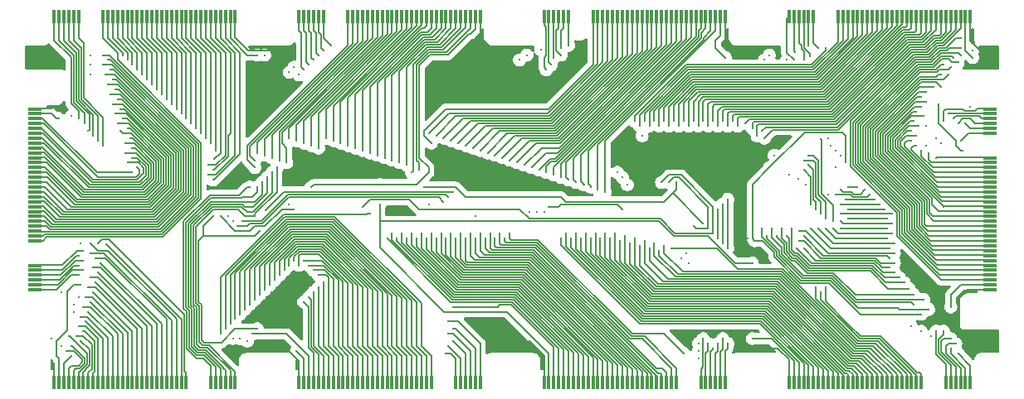
<source format=gbr>
%TF.GenerationSoftware,KiCad,Pcbnew,7.0.5*%
%TF.CreationDate,2023-09-25T02:34:09-05:00*%
%TF.ProjectId,Chimera_Carrier,4368696d-6572-4615-9f43-617272696572,rev?*%
%TF.SameCoordinates,Original*%
%TF.FileFunction,Copper,L1,Top*%
%TF.FilePolarity,Positive*%
%FSLAX46Y46*%
G04 Gerber Fmt 4.6, Leading zero omitted, Abs format (unit mm)*
G04 Created by KiCad (PCBNEW 7.0.5) date 2023-09-25 02:34:09*
%MOMM*%
%LPD*%
G01*
G04 APERTURE LIST*
%TA.AperFunction,SMDPad,CuDef*%
%ADD10R,0.350000X1.450000*%
%TD*%
%TA.AperFunction,SMDPad,CuDef*%
%ADD11R,1.450000X0.350000*%
%TD*%
%TA.AperFunction,ViaPad*%
%ADD12C,0.330000*%
%TD*%
%TA.AperFunction,Conductor*%
%ADD13C,0.127000*%
%TD*%
G04 APERTURE END LIST*
D10*
%TO.P,B1,1,1*%
%TO.N,+VDD*%
X66750000Y-118725000D03*
%TO.P,B1,3,1*%
%TO.N,+VDD2*%
X66250000Y-118725000D03*
%TO.P,B1,5,1*%
%TO.N,+VDD3*%
X65750000Y-118725000D03*
%TO.P,B1,7,1*%
%TO.N,BUS1*%
X65250000Y-118725000D03*
%TO.P,B1,9,1*%
%TO.N,BUS3*%
X64750000Y-118725000D03*
%TO.P,B1,11,1*%
%TO.N,BUS5*%
X64250000Y-118725000D03*
%TO.P,B1,21,20*%
%TO.N,Net-(B1-20-Pad21)*%
X61750000Y-118725000D03*
%TO.P,B1,23,20*%
%TO.N,Net-(B1-20-Pad23)*%
X61250000Y-118725000D03*
%TO.P,B1,25,20*%
%TO.N,Net-(B1-20-Pad25)*%
X60750000Y-118725000D03*
%TO.P,B1,27,20*%
%TO.N,Net-(B1-20-Pad27)*%
X60250000Y-118725000D03*
%TO.P,B1,29,20*%
%TO.N,Net-(B1-20-Pad29)*%
X59750000Y-118725000D03*
%TO.P,B1,31,20*%
%TO.N,Net-(B1-20-Pad31)*%
X59250000Y-118725000D03*
%TO.P,B1,33,20*%
%TO.N,Net-(B1-20-Pad33)*%
X58750000Y-118725000D03*
%TO.P,B1,35,20*%
%TO.N,Net-(B1-20-Pad35)*%
X58250000Y-118725000D03*
%TO.P,B1,37,20*%
%TO.N,Net-(B1-20-Pad37)*%
X57750000Y-118725000D03*
%TO.P,B1,39,20*%
%TO.N,Net-(B1-20-Pad39)*%
X57250000Y-118725000D03*
%TO.P,B1,41,20*%
%TO.N,Net-(B1-20-Pad41)*%
X56750000Y-118725000D03*
%TO.P,B1,43,20*%
%TO.N,Net-(B1-20-Pad43)*%
X56250000Y-118725000D03*
%TO.P,B1,45,20*%
%TO.N,Net-(B1-20-Pad45)*%
X55750000Y-118725000D03*
%TO.P,B1,47,20*%
%TO.N,Net-(B1-20-Pad47)*%
X55250000Y-118725000D03*
%TO.P,B1,49,20*%
%TO.N,Net-(B1-20-Pad49)*%
X54750000Y-118725000D03*
%TO.P,B1,51,20*%
%TO.N,Net-(B1-20-Pad51)*%
X54250000Y-118725000D03*
%TO.P,B1,53,20*%
%TO.N,Net-(B1-20-Pad53)*%
X53750000Y-118725000D03*
%TO.P,B1,55,20*%
%TO.N,Net-(B1-20-Pad55)*%
X53250000Y-118725000D03*
%TO.P,B1,57,20*%
%TO.N,Net-(B1-20-Pad57)*%
X52750000Y-118725000D03*
%TO.P,B1,59,20*%
%TO.N,Net-(B1-20-Pad59)*%
X52250000Y-118725000D03*
%TO.P,B1,61,20*%
%TO.N,Net-(B1-20-Pad61)*%
X51750000Y-118725000D03*
%TO.P,B1,63,20*%
%TO.N,Net-(B1-20-Pad63)*%
X51250000Y-118725000D03*
%TO.P,B1,65,20*%
%TO.N,Net-(B1-20-Pad65)*%
X50750000Y-118725000D03*
%TO.P,B1,67,1*%
%TO.N,Net-(B1-1-Pad67)*%
X50250000Y-118725000D03*
%TO.P,B1,69,1*%
%TO.N,Net-(B1-1-Pad69)*%
X49750000Y-118725000D03*
%TO.P,B1,71,1*%
%TO.N,Net-(B1-1-Pad71)*%
X49250000Y-118725000D03*
%TO.P,B1,73,1*%
%TO.N,BUS7*%
X48750000Y-118725000D03*
%TO.P,B1,75,1*%
%TO.N,GND*%
X48250000Y-118725000D03*
%TD*%
%TO.P,A2,1,1*%
%TO.N,+VDD*%
X73250000Y-81275000D03*
%TO.P,A2,3,1*%
%TO.N,+VDD2*%
X73750000Y-81275000D03*
%TO.P,A2,5,1*%
%TO.N,+VDD3*%
X74250000Y-81275000D03*
%TO.P,A2,7,1*%
%TO.N,BUS1*%
X74750000Y-81275000D03*
%TO.P,A2,9,1*%
%TO.N,BUS3*%
X75250000Y-81275000D03*
%TO.P,A2,11,1*%
%TO.N,BUS5*%
X75750000Y-81275000D03*
%TO.P,A2,21,20*%
%TO.N,Net-(A1-20-Pad22)*%
X78250000Y-81275000D03*
%TO.P,A2,23,20*%
%TO.N,Net-(A1-20-Pad24)*%
X78750000Y-81275000D03*
%TO.P,A2,25,20*%
%TO.N,Net-(A1-20-Pad26)*%
X79250000Y-81275000D03*
%TO.P,A2,27,20*%
%TO.N,Net-(A1-20-Pad28)*%
X79750000Y-81275000D03*
%TO.P,A2,29,20*%
%TO.N,Net-(A1-20-Pad30)*%
X80250000Y-81275000D03*
%TO.P,A2,31,20*%
%TO.N,Net-(A1-20-Pad32)*%
X80750000Y-81275000D03*
%TO.P,A2,33,20*%
%TO.N,Net-(A1-20-Pad34)*%
X81250000Y-81275000D03*
%TO.P,A2,35,20*%
%TO.N,Net-(A1-20-Pad36)*%
X81750000Y-81275000D03*
%TO.P,A2,37,20*%
%TO.N,Net-(A1-20-Pad38)*%
X82250000Y-81275000D03*
%TO.P,A2,39,20*%
%TO.N,Net-(A1-20-Pad40)*%
X82750000Y-81275000D03*
%TO.P,A2,41,20*%
%TO.N,Net-(A1-20-Pad42)*%
X83250000Y-81275000D03*
%TO.P,A2,43,20*%
%TO.N,Net-(A1-20-Pad44)*%
X83750000Y-81275000D03*
%TO.P,A2,45,20*%
%TO.N,Net-(A1-20-Pad46)*%
X84250000Y-81275000D03*
%TO.P,A2,47,20*%
%TO.N,Net-(A1-20-Pad48)*%
X84750000Y-81275000D03*
%TO.P,A2,49,20*%
%TO.N,Net-(A1-20-Pad50)*%
X85250000Y-81275000D03*
%TO.P,A2,51,20*%
%TO.N,Net-(A1-20-Pad52)*%
X85750000Y-81275000D03*
%TO.P,A2,53,20*%
%TO.N,Net-(A1-20-Pad54)*%
X86250000Y-81275000D03*
%TO.P,A2,55,20*%
%TO.N,Net-(A1-20-Pad56)*%
X86750000Y-81275000D03*
%TO.P,A2,57,20*%
%TO.N,Net-(A1-20-Pad58)*%
X87250000Y-81275000D03*
%TO.P,A2,59,20*%
%TO.N,Net-(A1-20-Pad60)*%
X87750000Y-81275000D03*
%TO.P,A2,61,20*%
%TO.N,Net-(A1-20-Pad62)*%
X88250000Y-81275000D03*
%TO.P,A2,63,20*%
%TO.N,Net-(A1-20-Pad64)*%
X88750000Y-81275000D03*
%TO.P,A2,65,20*%
%TO.N,Net-(A1-1-Pad66)*%
X89250000Y-81275000D03*
%TO.P,A2,67,1*%
%TO.N,Net-(A1-1-Pad68)*%
X89750000Y-81275000D03*
%TO.P,A2,69,1*%
%TO.N,Net-(A1-1-Pad70)*%
X90250000Y-81275000D03*
%TO.P,A2,71,1*%
%TO.N,Net-(A1-1-Pad72)*%
X90750000Y-81275000D03*
%TO.P,A2,73,1*%
%TO.N,BUS7*%
X91250000Y-81275000D03*
%TO.P,A2,75,1*%
%TO.N,GND*%
X91750000Y-81275000D03*
%TD*%
D11*
%TO.P,IN1,1,1*%
%TO.N,+VDD*%
X46275000Y-109250000D03*
%TO.P,IN1,3,1*%
%TO.N,+VDD2*%
X46275000Y-108750000D03*
%TO.P,IN1,5,1*%
%TO.N,+VDD3*%
X46275000Y-108250000D03*
%TO.P,IN1,7,1*%
%TO.N,BUS1*%
X46275000Y-107750000D03*
%TO.P,IN1,9,1*%
%TO.N,BUS3*%
X46275000Y-107250000D03*
%TO.P,IN1,11,1*%
%TO.N,BUS5*%
X46275000Y-106750000D03*
%TO.P,IN1,21,20*%
%TO.N,Net-(A1-20-Pad21)*%
X46275000Y-104250000D03*
%TO.P,IN1,23,20*%
%TO.N,Net-(A1-20-Pad23)*%
X46275000Y-103750000D03*
%TO.P,IN1,25,20*%
%TO.N,Net-(A1-20-Pad25)*%
X46275000Y-103250000D03*
%TO.P,IN1,27,20*%
%TO.N,Net-(A1-20-Pad27)*%
X46275000Y-102750000D03*
%TO.P,IN1,29,20*%
%TO.N,Net-(A1-20-Pad29)*%
X46275000Y-102250000D03*
%TO.P,IN1,31,20*%
%TO.N,Net-(A1-20-Pad31)*%
X46275000Y-101750000D03*
%TO.P,IN1,33,20*%
%TO.N,Net-(A1-20-Pad33)*%
X46275000Y-101250000D03*
%TO.P,IN1,35,20*%
%TO.N,Net-(A1-20-Pad35)*%
X46275000Y-100750000D03*
%TO.P,IN1,37,20*%
%TO.N,Net-(A1-20-Pad37)*%
X46275000Y-100250000D03*
%TO.P,IN1,39,20*%
%TO.N,Net-(A1-20-Pad39)*%
X46275000Y-99750000D03*
%TO.P,IN1,41,20*%
%TO.N,Net-(A1-20-Pad41)*%
X46275000Y-99250000D03*
%TO.P,IN1,43,20*%
%TO.N,Net-(A1-20-Pad43)*%
X46275000Y-98750000D03*
%TO.P,IN1,45,20*%
%TO.N,Net-(A1-20-Pad45)*%
X46275000Y-98250000D03*
%TO.P,IN1,47,20*%
%TO.N,Net-(A1-20-Pad47)*%
X46275000Y-97750000D03*
%TO.P,IN1,49,20*%
%TO.N,Net-(A1-20-Pad49)*%
X46275000Y-97250000D03*
%TO.P,IN1,51,20*%
%TO.N,Net-(A1-20-Pad51)*%
X46275000Y-96750000D03*
%TO.P,IN1,53,20*%
%TO.N,Net-(A1-20-Pad53)*%
X46275000Y-96250000D03*
%TO.P,IN1,55,20*%
%TO.N,Net-(A1-20-Pad55)*%
X46275000Y-95750000D03*
%TO.P,IN1,57,20*%
%TO.N,Net-(A1-20-Pad57)*%
X46275000Y-95250000D03*
%TO.P,IN1,59,20*%
%TO.N,Net-(A1-20-Pad59)*%
X46275000Y-94750000D03*
%TO.P,IN1,61,20*%
%TO.N,Net-(A1-20-Pad61)*%
X46275000Y-94250000D03*
%TO.P,IN1,63,20*%
%TO.N,Net-(A1-20-Pad63)*%
X46275000Y-93750000D03*
%TO.P,IN1,65,20*%
%TO.N,Net-(A1-20-Pad65)*%
X46275000Y-93250000D03*
%TO.P,IN1,67,1*%
%TO.N,Net-(A1-1-Pad67)*%
X46275000Y-92750000D03*
%TO.P,IN1,69,1*%
%TO.N,Net-(A1-1-Pad69)*%
X46275000Y-92250000D03*
%TO.P,IN1,71,1*%
%TO.N,Net-(A1-1-Pad71)*%
X46275000Y-91750000D03*
%TO.P,IN1,73,1*%
%TO.N,BUS7*%
X46275000Y-91250000D03*
%TO.P,IN1,75,1*%
%TO.N,GND*%
X46275000Y-90750000D03*
%TD*%
%TO.P,OUT1,1,1*%
%TO.N,+VDD*%
X143725000Y-90750000D03*
%TO.P,OUT1,3,1*%
%TO.N,+VDD2*%
X143725000Y-91250000D03*
%TO.P,OUT1,5,1*%
%TO.N,+VDD3*%
X143725000Y-91750000D03*
%TO.P,OUT1,7,1*%
%TO.N,BUS1*%
X143725000Y-92250000D03*
%TO.P,OUT1,9,1*%
%TO.N,BUS3*%
X143725000Y-92750000D03*
%TO.P,OUT1,11,1*%
%TO.N,BUS5*%
X143725000Y-93250000D03*
%TO.P,OUT1,21,20*%
%TO.N,Net-(A4-20-Pad22)*%
X143725000Y-95750000D03*
%TO.P,OUT1,23,20*%
%TO.N,Net-(A4-20-Pad24)*%
X143725000Y-96250000D03*
%TO.P,OUT1,25,20*%
%TO.N,Net-(A4-20-Pad26)*%
X143725000Y-96750000D03*
%TO.P,OUT1,27,20*%
%TO.N,Net-(A4-20-Pad28)*%
X143725000Y-97250000D03*
%TO.P,OUT1,29,20*%
%TO.N,Net-(A4-20-Pad30)*%
X143725000Y-97750000D03*
%TO.P,OUT1,31,20*%
%TO.N,Net-(A4-20-Pad32)*%
X143725000Y-98250000D03*
%TO.P,OUT1,33,20*%
%TO.N,Net-(A4-20-Pad34)*%
X143725000Y-98750000D03*
%TO.P,OUT1,35,20*%
%TO.N,Net-(A4-20-Pad36)*%
X143725000Y-99250000D03*
%TO.P,OUT1,37,20*%
%TO.N,Net-(A4-20-Pad38)*%
X143725000Y-99750000D03*
%TO.P,OUT1,39,20*%
%TO.N,Net-(A4-20-Pad40)*%
X143725000Y-100250000D03*
%TO.P,OUT1,41,20*%
%TO.N,Net-(A4-20-Pad42)*%
X143725000Y-100750000D03*
%TO.P,OUT1,43,20*%
%TO.N,Net-(A4-20-Pad44)*%
X143725000Y-101250000D03*
%TO.P,OUT1,45,20*%
%TO.N,Net-(A4-20-Pad46)*%
X143725000Y-101750000D03*
%TO.P,OUT1,47,20*%
%TO.N,Net-(A4-20-Pad48)*%
X143725000Y-102250000D03*
%TO.P,OUT1,49,20*%
%TO.N,Net-(A4-20-Pad50)*%
X143725000Y-102750000D03*
%TO.P,OUT1,51,20*%
%TO.N,Net-(A4-20-Pad52)*%
X143725000Y-103250000D03*
%TO.P,OUT1,53,20*%
%TO.N,Net-(A4-20-Pad54)*%
X143725000Y-103750000D03*
%TO.P,OUT1,55,20*%
%TO.N,Net-(A4-20-Pad56)*%
X143725000Y-104250000D03*
%TO.P,OUT1,57,20*%
%TO.N,Net-(A4-20-Pad58)*%
X143725000Y-104750000D03*
%TO.P,OUT1,59,20*%
%TO.N,Net-(A4-20-Pad60)*%
X143725000Y-105250000D03*
%TO.P,OUT1,61,20*%
%TO.N,Net-(A4-20-Pad62)*%
X143725000Y-105750000D03*
%TO.P,OUT1,63,20*%
%TO.N,Net-(A4-20-Pad64)*%
X143725000Y-106250000D03*
%TO.P,OUT1,65,20*%
%TO.N,Net-(A4-1-Pad66)*%
X143725000Y-106750000D03*
%TO.P,OUT1,67,1*%
%TO.N,Net-(A4-1-Pad68)*%
X143725000Y-107250000D03*
%TO.P,OUT1,69,1*%
%TO.N,Net-(A4-1-Pad70)*%
X143725000Y-107750000D03*
%TO.P,OUT1,71,1*%
%TO.N,Net-(A4-1-Pad72)*%
X143725000Y-108250000D03*
%TO.P,OUT1,73,1*%
%TO.N,BUS7*%
X143725000Y-108750000D03*
%TO.P,OUT1,75,1*%
%TO.N,GND*%
X143725000Y-109250000D03*
%TD*%
D10*
%TO.P,A3,1,1*%
%TO.N,+VDD*%
X98250000Y-81275000D03*
%TO.P,A3,3,1*%
%TO.N,+VDD2*%
X98750000Y-81275000D03*
%TO.P,A3,5,1*%
%TO.N,+VDD3*%
X99250000Y-81275000D03*
%TO.P,A3,7,1*%
%TO.N,BUS1*%
X99750000Y-81275000D03*
%TO.P,A3,9,1*%
%TO.N,BUS3*%
X100250000Y-81275000D03*
%TO.P,A3,11,1*%
%TO.N,BUS5*%
X100750000Y-81275000D03*
%TO.P,A3,21,20*%
%TO.N,Net-(A2-20-Pad22)*%
X103250000Y-81275000D03*
%TO.P,A3,23,20*%
%TO.N,Net-(A2-20-Pad24)*%
X103750000Y-81275000D03*
%TO.P,A3,25,20*%
%TO.N,Net-(A2-20-Pad26)*%
X104250000Y-81275000D03*
%TO.P,A3,27,20*%
%TO.N,Net-(A2-20-Pad28)*%
X104750000Y-81275000D03*
%TO.P,A3,29,20*%
%TO.N,Net-(A2-20-Pad30)*%
X105250000Y-81275000D03*
%TO.P,A3,31,20*%
%TO.N,Net-(A2-20-Pad32)*%
X105750000Y-81275000D03*
%TO.P,A3,33,20*%
%TO.N,Net-(A2-20-Pad34)*%
X106250000Y-81275000D03*
%TO.P,A3,35,20*%
%TO.N,Net-(A2-20-Pad36)*%
X106750000Y-81275000D03*
%TO.P,A3,37,20*%
%TO.N,Net-(A2-20-Pad38)*%
X107250000Y-81275000D03*
%TO.P,A3,39,20*%
%TO.N,Net-(A2-20-Pad40)*%
X107750000Y-81275000D03*
%TO.P,A3,41,20*%
%TO.N,Net-(A2-20-Pad42)*%
X108250000Y-81275000D03*
%TO.P,A3,43,20*%
%TO.N,Net-(A2-20-Pad44)*%
X108750000Y-81275000D03*
%TO.P,A3,45,20*%
%TO.N,Net-(A2-20-Pad46)*%
X109250000Y-81275000D03*
%TO.P,A3,47,20*%
%TO.N,Net-(A2-20-Pad48)*%
X109750000Y-81275000D03*
%TO.P,A3,49,20*%
%TO.N,Net-(A2-20-Pad50)*%
X110250000Y-81275000D03*
%TO.P,A3,51,20*%
%TO.N,Net-(A2-20-Pad52)*%
X110750000Y-81275000D03*
%TO.P,A3,53,20*%
%TO.N,Net-(A2-20-Pad54)*%
X111250000Y-81275000D03*
%TO.P,A3,55,20*%
%TO.N,Net-(A2-20-Pad56)*%
X111750000Y-81275000D03*
%TO.P,A3,57,20*%
%TO.N,Net-(A2-20-Pad58)*%
X112250000Y-81275000D03*
%TO.P,A3,59,20*%
%TO.N,Net-(A2-20-Pad60)*%
X112750000Y-81275000D03*
%TO.P,A3,61,20*%
%TO.N,Net-(A2-20-Pad62)*%
X113250000Y-81275000D03*
%TO.P,A3,63,20*%
%TO.N,Net-(A2-20-Pad64)*%
X113750000Y-81275000D03*
%TO.P,A3,65,20*%
%TO.N,Net-(A2-1-Pad66)*%
X114250000Y-81275000D03*
%TO.P,A3,67,1*%
%TO.N,Net-(A2-1-Pad68)*%
X114750000Y-81275000D03*
%TO.P,A3,69,1*%
%TO.N,Net-(A2-1-Pad70)*%
X115250000Y-81275000D03*
%TO.P,A3,71,1*%
%TO.N,Net-(A2-1-Pad72)*%
X115750000Y-81275000D03*
%TO.P,A3,73,1*%
%TO.N,BUS7*%
X116250000Y-81275000D03*
%TO.P,A3,75,1*%
%TO.N,GND*%
X116750000Y-81275000D03*
%TD*%
%TO.P,B3,1,1*%
%TO.N,+VDD*%
X116750000Y-118725000D03*
%TO.P,B3,3,1*%
%TO.N,+VDD2*%
X116250000Y-118725000D03*
%TO.P,B3,5,1*%
%TO.N,+VDD3*%
X115750000Y-118725000D03*
%TO.P,B3,7,1*%
%TO.N,BUS1*%
X115250000Y-118725000D03*
%TO.P,B3,9,1*%
%TO.N,BUS3*%
X114750000Y-118725000D03*
%TO.P,B3,11,1*%
%TO.N,BUS5*%
X114250000Y-118725000D03*
%TO.P,B3,21,20*%
%TO.N,Net-(B2-20-Pad22)*%
X111750000Y-118725000D03*
%TO.P,B3,23,20*%
%TO.N,Net-(B2-20-Pad24)*%
X111250000Y-118725000D03*
%TO.P,B3,25,20*%
%TO.N,Net-(B2-20-Pad26)*%
X110750000Y-118725000D03*
%TO.P,B3,27,20*%
%TO.N,Net-(B2-20-Pad28)*%
X110250000Y-118725000D03*
%TO.P,B3,29,20*%
%TO.N,Net-(B2-20-Pad30)*%
X109750000Y-118725000D03*
%TO.P,B3,31,20*%
%TO.N,Net-(B2-20-Pad32)*%
X109250000Y-118725000D03*
%TO.P,B3,33,20*%
%TO.N,Net-(B2-20-Pad34)*%
X108750000Y-118725000D03*
%TO.P,B3,35,20*%
%TO.N,Net-(B2-20-Pad36)*%
X108250000Y-118725000D03*
%TO.P,B3,37,20*%
%TO.N,Net-(B2-20-Pad38)*%
X107750000Y-118725000D03*
%TO.P,B3,39,20*%
%TO.N,Net-(B2-20-Pad40)*%
X107250000Y-118725000D03*
%TO.P,B3,41,20*%
%TO.N,Net-(B2-20-Pad42)*%
X106750000Y-118725000D03*
%TO.P,B3,43,20*%
%TO.N,Net-(B2-20-Pad44)*%
X106250000Y-118725000D03*
%TO.P,B3,45,20*%
%TO.N,Net-(B2-20-Pad46)*%
X105750000Y-118725000D03*
%TO.P,B3,47,20*%
%TO.N,Net-(B2-20-Pad48)*%
X105250000Y-118725000D03*
%TO.P,B3,49,20*%
%TO.N,Net-(B2-20-Pad50)*%
X104750000Y-118725000D03*
%TO.P,B3,51,20*%
%TO.N,Net-(B2-20-Pad52)*%
X104250000Y-118725000D03*
%TO.P,B3,53,20*%
%TO.N,Net-(B2-20-Pad54)*%
X103750000Y-118725000D03*
%TO.P,B3,55,20*%
%TO.N,Net-(B2-20-Pad56)*%
X103250000Y-118725000D03*
%TO.P,B3,57,20*%
%TO.N,Net-(B2-20-Pad58)*%
X102750000Y-118725000D03*
%TO.P,B3,59,20*%
%TO.N,Net-(B2-20-Pad60)*%
X102250000Y-118725000D03*
%TO.P,B3,61,20*%
%TO.N,Net-(B2-20-Pad62)*%
X101750000Y-118725000D03*
%TO.P,B3,63,20*%
%TO.N,Net-(B2-20-Pad64)*%
X101250000Y-118725000D03*
%TO.P,B3,65,20*%
%TO.N,Net-(B2-1-Pad66)*%
X100750000Y-118725000D03*
%TO.P,B3,67,1*%
%TO.N,Net-(B2-1-Pad68)*%
X100250000Y-118725000D03*
%TO.P,B3,69,1*%
%TO.N,Net-(B2-1-Pad70)*%
X99750000Y-118725000D03*
%TO.P,B3,71,1*%
%TO.N,Net-(B2-1-Pad72)*%
X99250000Y-118725000D03*
%TO.P,B3,73,1*%
%TO.N,BUS7*%
X98750000Y-118725000D03*
%TO.P,B3,75,1*%
%TO.N,GND*%
X98250000Y-118725000D03*
%TD*%
%TO.P,B2,1,1*%
%TO.N,+VDD*%
X91750000Y-118725000D03*
%TO.P,B2,3,1*%
%TO.N,+VDD2*%
X91250000Y-118725000D03*
%TO.P,B2,5,1*%
%TO.N,+VDD3*%
X90750000Y-118725000D03*
%TO.P,B2,7,1*%
%TO.N,BUS1*%
X90250000Y-118725000D03*
%TO.P,B2,9,1*%
%TO.N,BUS3*%
X89750000Y-118725000D03*
%TO.P,B2,11,1*%
%TO.N,BUS5*%
X89250000Y-118725000D03*
%TO.P,B2,21,20*%
%TO.N,Net-(B1-20-Pad22)*%
X86750000Y-118725000D03*
%TO.P,B2,23,20*%
%TO.N,Net-(B1-20-Pad24)*%
X86250000Y-118725000D03*
%TO.P,B2,25,20*%
%TO.N,Net-(B1-20-Pad26)*%
X85750000Y-118725000D03*
%TO.P,B2,27,20*%
%TO.N,Net-(B1-20-Pad28)*%
X85250000Y-118725000D03*
%TO.P,B2,29,20*%
%TO.N,Net-(B1-20-Pad30)*%
X84750000Y-118725000D03*
%TO.P,B2,31,20*%
%TO.N,Net-(B1-20-Pad32)*%
X84250000Y-118725000D03*
%TO.P,B2,33,20*%
%TO.N,Net-(B1-20-Pad34)*%
X83750000Y-118725000D03*
%TO.P,B2,35,20*%
%TO.N,Net-(B1-20-Pad36)*%
X83250000Y-118725000D03*
%TO.P,B2,37,20*%
%TO.N,Net-(B1-20-Pad38)*%
X82750000Y-118725000D03*
%TO.P,B2,39,20*%
%TO.N,Net-(B1-20-Pad40)*%
X82250000Y-118725000D03*
%TO.P,B2,41,20*%
%TO.N,Net-(B1-20-Pad42)*%
X81750000Y-118725000D03*
%TO.P,B2,43,20*%
%TO.N,Net-(B1-20-Pad44)*%
X81250000Y-118725000D03*
%TO.P,B2,45,20*%
%TO.N,Net-(B1-20-Pad46)*%
X80750000Y-118725000D03*
%TO.P,B2,47,20*%
%TO.N,Net-(B1-20-Pad48)*%
X80250000Y-118725000D03*
%TO.P,B2,49,20*%
%TO.N,Net-(B1-20-Pad50)*%
X79750000Y-118725000D03*
%TO.P,B2,51,20*%
%TO.N,Net-(B1-20-Pad52)*%
X79250000Y-118725000D03*
%TO.P,B2,53,20*%
%TO.N,Net-(B1-20-Pad54)*%
X78750000Y-118725000D03*
%TO.P,B2,55,20*%
%TO.N,Net-(B1-20-Pad56)*%
X78250000Y-118725000D03*
%TO.P,B2,57,20*%
%TO.N,Net-(B1-20-Pad58)*%
X77750000Y-118725000D03*
%TO.P,B2,59,20*%
%TO.N,Net-(B1-20-Pad60)*%
X77250000Y-118725000D03*
%TO.P,B2,61,20*%
%TO.N,Net-(B1-20-Pad62)*%
X76750000Y-118725000D03*
%TO.P,B2,63,20*%
%TO.N,Net-(B1-20-Pad64)*%
X76250000Y-118725000D03*
%TO.P,B2,65,20*%
%TO.N,Net-(B1-1-Pad66)*%
X75750000Y-118725000D03*
%TO.P,B2,67,1*%
%TO.N,Net-(B1-1-Pad68)*%
X75250000Y-118725000D03*
%TO.P,B2,69,1*%
%TO.N,Net-(B1-1-Pad70)*%
X74750000Y-118725000D03*
%TO.P,B2,71,1*%
%TO.N,Net-(B1-1-Pad72)*%
X74250000Y-118725000D03*
%TO.P,B2,73,1*%
%TO.N,BUS7*%
X73750000Y-118725000D03*
%TO.P,B2,75,1*%
%TO.N,GND*%
X73250000Y-118725000D03*
%TD*%
%TO.P,B4,1,1*%
%TO.N,+VDD*%
X141750000Y-118725000D03*
%TO.P,B4,3,1*%
%TO.N,+VDD2*%
X141250000Y-118725000D03*
%TO.P,B4,5,1*%
%TO.N,+VDD3*%
X140750000Y-118725000D03*
%TO.P,B4,7,1*%
%TO.N,BUS1*%
X140250000Y-118725000D03*
%TO.P,B4,9,1*%
%TO.N,BUS3*%
X139750000Y-118725000D03*
%TO.P,B4,11,1*%
%TO.N,BUS5*%
X139250000Y-118725000D03*
%TO.P,B4,21,20*%
%TO.N,Net-(B3-20-Pad22)*%
X136750000Y-118725000D03*
%TO.P,B4,23,20*%
%TO.N,Net-(B3-20-Pad24)*%
X136250000Y-118725000D03*
%TO.P,B4,25,20*%
%TO.N,Net-(B3-20-Pad26)*%
X135750000Y-118725000D03*
%TO.P,B4,27,20*%
%TO.N,Net-(B3-20-Pad28)*%
X135250000Y-118725000D03*
%TO.P,B4,29,20*%
%TO.N,Net-(B3-20-Pad30)*%
X134750000Y-118725000D03*
%TO.P,B4,31,20*%
%TO.N,Net-(B3-20-Pad32)*%
X134250000Y-118725000D03*
%TO.P,B4,33,20*%
%TO.N,Net-(B3-20-Pad34)*%
X133750000Y-118725000D03*
%TO.P,B4,35,20*%
%TO.N,Net-(B3-20-Pad36)*%
X133250000Y-118725000D03*
%TO.P,B4,37,20*%
%TO.N,Net-(B3-20-Pad38)*%
X132750000Y-118725000D03*
%TO.P,B4,39,20*%
%TO.N,Net-(B3-20-Pad40)*%
X132250000Y-118725000D03*
%TO.P,B4,41,20*%
%TO.N,Net-(B3-20-Pad42)*%
X131750000Y-118725000D03*
%TO.P,B4,43,20*%
%TO.N,Net-(B3-20-Pad44)*%
X131250000Y-118725000D03*
%TO.P,B4,45,20*%
%TO.N,Net-(B3-20-Pad46)*%
X130750000Y-118725000D03*
%TO.P,B4,47,20*%
%TO.N,Net-(B3-20-Pad48)*%
X130250000Y-118725000D03*
%TO.P,B4,49,20*%
%TO.N,Net-(B3-20-Pad50)*%
X129750000Y-118725000D03*
%TO.P,B4,51,20*%
%TO.N,Net-(B3-20-Pad52)*%
X129250000Y-118725000D03*
%TO.P,B4,53,20*%
%TO.N,Net-(B3-20-Pad54)*%
X128750000Y-118725000D03*
%TO.P,B4,55,20*%
%TO.N,Net-(B3-20-Pad56)*%
X128250000Y-118725000D03*
%TO.P,B4,57,20*%
%TO.N,Net-(B3-20-Pad58)*%
X127750000Y-118725000D03*
%TO.P,B4,59,20*%
%TO.N,Net-(B3-20-Pad60)*%
X127250000Y-118725000D03*
%TO.P,B4,61,20*%
%TO.N,Net-(B3-20-Pad62)*%
X126750000Y-118725000D03*
%TO.P,B4,63,20*%
%TO.N,Net-(B3-20-Pad64)*%
X126250000Y-118725000D03*
%TO.P,B4,65,20*%
%TO.N,Net-(B3-1-Pad66)*%
X125750000Y-118725000D03*
%TO.P,B4,67,1*%
%TO.N,Net-(B3-1-Pad68)*%
X125250000Y-118725000D03*
%TO.P,B4,69,1*%
%TO.N,Net-(B3-1-Pad70)*%
X124750000Y-118725000D03*
%TO.P,B4,71,1*%
%TO.N,Net-(B3-1-Pad72)*%
X124250000Y-118725000D03*
%TO.P,B4,73,1*%
%TO.N,BUS7*%
X123750000Y-118725000D03*
%TO.P,B4,75,1*%
%TO.N,GND*%
X123250000Y-118725000D03*
%TD*%
%TO.P,A1,1,1*%
%TO.N,+VDD*%
X48250000Y-81275000D03*
%TO.P,A1,3,1*%
%TO.N,+VDD2*%
X48750000Y-81275000D03*
%TO.P,A1,5,1*%
%TO.N,+VDD3*%
X49250000Y-81275000D03*
%TO.P,A1,7,1*%
%TO.N,BUS1*%
X49750000Y-81275000D03*
%TO.P,A1,9,1*%
%TO.N,BUS3*%
X50250000Y-81275000D03*
%TO.P,A1,11,1*%
%TO.N,BUS5*%
X50750000Y-81275000D03*
%TO.P,A1,21,20*%
%TO.N,Net-(A1-20-Pad21)*%
X53250000Y-81275000D03*
%TO.P,A1,23,20*%
%TO.N,Net-(A1-20-Pad23)*%
X53750000Y-81275000D03*
%TO.P,A1,25,20*%
%TO.N,Net-(A1-20-Pad25)*%
X54250000Y-81275000D03*
%TO.P,A1,27,20*%
%TO.N,Net-(A1-20-Pad27)*%
X54750000Y-81275000D03*
%TO.P,A1,29,20*%
%TO.N,Net-(A1-20-Pad29)*%
X55250000Y-81275000D03*
%TO.P,A1,31,20*%
%TO.N,Net-(A1-20-Pad31)*%
X55750000Y-81275000D03*
%TO.P,A1,33,20*%
%TO.N,Net-(A1-20-Pad33)*%
X56250000Y-81275000D03*
%TO.P,A1,35,20*%
%TO.N,Net-(A1-20-Pad35)*%
X56750000Y-81275000D03*
%TO.P,A1,37,20*%
%TO.N,Net-(A1-20-Pad37)*%
X57250000Y-81275000D03*
%TO.P,A1,39,20*%
%TO.N,Net-(A1-20-Pad39)*%
X57750000Y-81275000D03*
%TO.P,A1,41,20*%
%TO.N,Net-(A1-20-Pad41)*%
X58250000Y-81275000D03*
%TO.P,A1,43,20*%
%TO.N,Net-(A1-20-Pad43)*%
X58750000Y-81275000D03*
%TO.P,A1,45,20*%
%TO.N,Net-(A1-20-Pad45)*%
X59250000Y-81275000D03*
%TO.P,A1,47,20*%
%TO.N,Net-(A1-20-Pad47)*%
X59750000Y-81275000D03*
%TO.P,A1,49,20*%
%TO.N,Net-(A1-20-Pad49)*%
X60250000Y-81275000D03*
%TO.P,A1,51,20*%
%TO.N,Net-(A1-20-Pad51)*%
X60750000Y-81275000D03*
%TO.P,A1,53,20*%
%TO.N,Net-(A1-20-Pad53)*%
X61250000Y-81275000D03*
%TO.P,A1,55,20*%
%TO.N,Net-(A1-20-Pad55)*%
X61750000Y-81275000D03*
%TO.P,A1,57,20*%
%TO.N,Net-(A1-20-Pad57)*%
X62250000Y-81275000D03*
%TO.P,A1,59,20*%
%TO.N,Net-(A1-20-Pad59)*%
X62750000Y-81275000D03*
%TO.P,A1,61,20*%
%TO.N,Net-(A1-20-Pad61)*%
X63250000Y-81275000D03*
%TO.P,A1,63,20*%
%TO.N,Net-(A1-20-Pad63)*%
X63750000Y-81275000D03*
%TO.P,A1,65,20*%
%TO.N,Net-(A1-20-Pad65)*%
X64250000Y-81275000D03*
%TO.P,A1,67,1*%
%TO.N,Net-(A1-1-Pad67)*%
X64750000Y-81275000D03*
%TO.P,A1,69,1*%
%TO.N,Net-(A1-1-Pad69)*%
X65250000Y-81275000D03*
%TO.P,A1,71,1*%
%TO.N,Net-(A1-1-Pad71)*%
X65750000Y-81275000D03*
%TO.P,A1,73,1*%
%TO.N,BUS7*%
X66250000Y-81275000D03*
%TO.P,A1,75,1*%
%TO.N,GND*%
X66750000Y-81275000D03*
%TD*%
%TO.P,A4,1,1*%
%TO.N,+VDD*%
X123250000Y-81275000D03*
%TO.P,A4,3,1*%
%TO.N,+VDD2*%
X123750000Y-81275000D03*
%TO.P,A4,5,1*%
%TO.N,+VDD3*%
X124250000Y-81275000D03*
%TO.P,A4,7,1*%
%TO.N,BUS1*%
X124750000Y-81275000D03*
%TO.P,A4,9,1*%
%TO.N,BUS3*%
X125250000Y-81275000D03*
%TO.P,A4,11,1*%
%TO.N,BUS5*%
X125750000Y-81275000D03*
%TO.P,A4,21,20*%
%TO.N,Net-(A3-20-Pad22)*%
X128250000Y-81275000D03*
%TO.P,A4,23,20*%
%TO.N,Net-(A3-20-Pad24)*%
X128750000Y-81275000D03*
%TO.P,A4,25,20*%
%TO.N,Net-(A3-20-Pad26)*%
X129250000Y-81275000D03*
%TO.P,A4,27,20*%
%TO.N,Net-(A3-20-Pad28)*%
X129750000Y-81275000D03*
%TO.P,A4,29,20*%
%TO.N,Net-(A3-20-Pad30)*%
X130250000Y-81275000D03*
%TO.P,A4,31,20*%
%TO.N,Net-(A3-20-Pad32)*%
X130750000Y-81275000D03*
%TO.P,A4,33,20*%
%TO.N,Net-(A3-20-Pad34)*%
X131250000Y-81275000D03*
%TO.P,A4,35,20*%
%TO.N,Net-(A3-20-Pad36)*%
X131750000Y-81275000D03*
%TO.P,A4,37,20*%
%TO.N,Net-(A3-20-Pad38)*%
X132250000Y-81275000D03*
%TO.P,A4,39,20*%
%TO.N,Net-(A3-20-Pad40)*%
X132750000Y-81275000D03*
%TO.P,A4,41,20*%
%TO.N,Net-(A3-20-Pad42)*%
X133250000Y-81275000D03*
%TO.P,A4,43,20*%
%TO.N,Net-(A3-20-Pad44)*%
X133750000Y-81275000D03*
%TO.P,A4,45,20*%
%TO.N,Net-(A3-20-Pad46)*%
X134250000Y-81275000D03*
%TO.P,A4,47,20*%
%TO.N,Net-(A3-20-Pad48)*%
X134750000Y-81275000D03*
%TO.P,A4,49,20*%
%TO.N,Net-(A3-20-Pad50)*%
X135250000Y-81275000D03*
%TO.P,A4,51,20*%
%TO.N,Net-(A3-20-Pad52)*%
X135750000Y-81275000D03*
%TO.P,A4,53,20*%
%TO.N,Net-(A3-20-Pad54)*%
X136250000Y-81275000D03*
%TO.P,A4,55,20*%
%TO.N,Net-(A3-20-Pad56)*%
X136750000Y-81275000D03*
%TO.P,A4,57,20*%
%TO.N,Net-(A3-20-Pad58)*%
X137250000Y-81275000D03*
%TO.P,A4,59,20*%
%TO.N,Net-(A3-20-Pad60)*%
X137750000Y-81275000D03*
%TO.P,A4,61,20*%
%TO.N,Net-(A3-20-Pad62)*%
X138250000Y-81275000D03*
%TO.P,A4,63,20*%
%TO.N,Net-(A3-20-Pad64)*%
X138750000Y-81275000D03*
%TO.P,A4,65,20*%
%TO.N,Net-(A3-1-Pad66)*%
X139250000Y-81275000D03*
%TO.P,A4,67,1*%
%TO.N,Net-(A3-1-Pad68)*%
X139750000Y-81275000D03*
%TO.P,A4,69,1*%
%TO.N,Net-(A3-1-Pad70)*%
X140250000Y-81275000D03*
%TO.P,A4,71,1*%
%TO.N,Net-(A3-1-Pad72)*%
X140750000Y-81275000D03*
%TO.P,A4,73,1*%
%TO.N,BUS7*%
X141250000Y-81275000D03*
%TO.P,A4,75,1*%
%TO.N,GND*%
X141750000Y-81275000D03*
%TD*%
D12*
%TO.N,Net-(A1-20-Pad22)*%
X68750000Y-96750000D03*
%TO.N,Net-(A1-20-Pad23)*%
X55250000Y-85250000D03*
X53250000Y-85250000D03*
%TO.N,Net-(A1-20-Pad24)*%
X68750000Y-96000000D03*
%TO.N,Net-(A1-20-Pad25)*%
X53750000Y-85750000D03*
X55750000Y-85750000D03*
%TO.N,Net-(A1-20-Pad26)*%
X69000000Y-95250000D03*
%TO.N,Net-(A1-20-Pad27)*%
X53250000Y-86250000D03*
X56250000Y-86250000D03*
%TO.N,Net-(A1-20-Pad28)*%
X69750000Y-95500000D03*
%TO.N,Net-(A1-20-Pad29)*%
X54000000Y-86750000D03*
X56750000Y-86750000D03*
%TO.N,Net-(A1-20-Pad30)*%
X70500000Y-95750000D03*
%TO.N,Net-(A1-20-Pad31)*%
X53500000Y-87250000D03*
X57250000Y-87250000D03*
%TO.N,Net-(A1-20-Pad32)*%
X71250000Y-96000000D03*
%TO.N,Net-(A1-20-Pad33)*%
X54250000Y-87750000D03*
X57750000Y-87750000D03*
%TO.N,Net-(A1-20-Pad34)*%
X72000000Y-96250000D03*
%TO.N,Net-(A1-20-Pad35)*%
X58250000Y-88250000D03*
X53750000Y-88250000D03*
%TO.N,Net-(A1-20-Pad36)*%
X72250000Y-93750000D03*
%TO.N,Net-(A1-20-Pad37)*%
X54500000Y-88750000D03*
X58750000Y-88750000D03*
%TO.N,Net-(A1-20-Pad38)*%
X73000000Y-94000000D03*
%TO.N,Net-(A1-20-Pad39)*%
X59250000Y-89250000D03*
X54000000Y-89250000D03*
%TO.N,Net-(A1-20-Pad40)*%
X73750000Y-94250000D03*
%TO.N,Net-(A1-20-Pad41)*%
X54750000Y-89750000D03*
X59750000Y-89750000D03*
%TO.N,Net-(A1-20-Pad42)*%
X74500000Y-94500000D03*
%TO.N,Net-(A1-20-Pad43)*%
X60250000Y-90250000D03*
X54250000Y-90250000D03*
%TO.N,Net-(A1-20-Pad44)*%
X75250000Y-94750000D03*
%TO.N,Net-(A1-20-Pad45)*%
X60750000Y-90750000D03*
X55000000Y-90750000D03*
%TO.N,Net-(A1-20-Pad46)*%
X76000000Y-93750000D03*
%TO.N,Net-(A1-20-Pad47)*%
X61250000Y-91250000D03*
X54500000Y-91250000D03*
%TO.N,Net-(A1-20-Pad48)*%
X76750000Y-94000000D03*
%TO.N,Net-(A1-20-Pad49)*%
X61750000Y-91750000D03*
X55250000Y-91750000D03*
%TO.N,Net-(A1-20-Pad50)*%
X77500000Y-94250000D03*
%TO.N,Net-(A1-20-Pad51)*%
X54750000Y-92250000D03*
X62250000Y-92250000D03*
%TO.N,Net-(A1-20-Pad52)*%
X78250000Y-94500000D03*
%TO.N,Net-(A1-20-Pad53)*%
X62750000Y-92750000D03*
X55750000Y-92750000D03*
%TO.N,Net-(A1-20-Pad54)*%
X79000000Y-94750000D03*
%TO.N,Net-(A1-20-Pad55)*%
X55000000Y-93000000D03*
X63250000Y-93250000D03*
%TO.N,Net-(A1-20-Pad56)*%
X79750000Y-95000000D03*
%TO.N,Net-(A1-20-Pad57)*%
X56000000Y-93750000D03*
X63750000Y-93750000D03*
%TO.N,Net-(A1-20-Pad58)*%
X80500000Y-95250000D03*
%TO.N,Net-(A1-20-Pad59)*%
X64250000Y-94250000D03*
X55500000Y-94250000D03*
%TO.N,Net-(A1-20-Pad60)*%
X81250000Y-95500000D03*
%TO.N,Net-(A1-20-Pad61)*%
X64750000Y-95000000D03*
X56250000Y-94750000D03*
%TO.N,Net-(A1-20-Pad62)*%
X82000000Y-95750000D03*
%TO.N,Net-(A1-20-Pad63)*%
X55500000Y-95250000D03*
X64625000Y-95875000D03*
%TO.N,Net-(A1-20-Pad64)*%
X82750000Y-96000000D03*
%TO.N,Net-(A1-20-Pad65)*%
X56250000Y-95750000D03*
X64000000Y-96500000D03*
%TO.N,Net-(A1-1-Pad66)*%
X83500000Y-96250000D03*
%TO.N,Net-(A1-1-Pad67)*%
X64500000Y-97000000D03*
X55750000Y-96250000D03*
%TO.N,Net-(A1-1-Pad68)*%
X84250000Y-96500000D03*
%TO.N,Net-(A1-1-Pad69)*%
X56750000Y-96750000D03*
X64000000Y-97500000D03*
%TO.N,Net-(A1-1-Pad70)*%
X84750000Y-97250000D03*
%TO.N,Net-(A1-1-Pad71)*%
X64500000Y-98000000D03*
X56250000Y-97250000D03*
%TO.N,Net-(A1-1-Pad72)*%
X85500000Y-97000000D03*
%TO.N,Net-(A2-20-Pad22)*%
X86750000Y-94250000D03*
%TO.N,Net-(A2-20-Pad24)*%
X86500000Y-93250000D03*
%TO.N,Net-(A2-20-Pad26)*%
X87250000Y-93500000D03*
%TO.N,Net-(A2-20-Pad28)*%
X88000000Y-93750000D03*
%TO.N,Net-(A2-20-Pad30)*%
X88750000Y-94000000D03*
%TO.N,Net-(A2-20-Pad32)*%
X89500000Y-94250000D03*
%TO.N,Net-(A2-20-Pad34)*%
X90250000Y-94500000D03*
%TO.N,Net-(A2-20-Pad36)*%
X91000000Y-94750000D03*
%TO.N,Net-(A2-20-Pad38)*%
X91750000Y-95000000D03*
%TO.N,Net-(A2-20-Pad40)*%
X92500000Y-95250000D03*
%TO.N,Net-(A2-20-Pad42)*%
X93250000Y-95500000D03*
%TO.N,Net-(A2-20-Pad44)*%
X94000000Y-95750000D03*
%TO.N,Net-(A2-20-Pad46)*%
X94750000Y-96000000D03*
%TO.N,Net-(A2-20-Pad48)*%
X95500000Y-96250000D03*
%TO.N,Net-(A2-20-Pad50)*%
X96250000Y-96500000D03*
%TO.N,Net-(A2-20-Pad52)*%
X97000000Y-96750000D03*
%TO.N,Net-(A2-20-Pad54)*%
X97750000Y-97000000D03*
%TO.N,Net-(A2-20-Pad56)*%
X98500000Y-97250000D03*
%TO.N,Net-(A2-20-Pad58)*%
X99250000Y-97500000D03*
%TO.N,Net-(A2-20-Pad60)*%
X100000000Y-97750000D03*
%TO.N,Net-(A2-20-Pad62)*%
X100750000Y-98000000D03*
%TO.N,Net-(A2-20-Pad64)*%
X101500000Y-98250000D03*
%TO.N,Net-(A2-1-Pad66)*%
X102250000Y-98500000D03*
%TO.N,Net-(A2-1-Pad68)*%
X103000000Y-98750000D03*
%TO.N,Net-(A2-1-Pad70)*%
X103750000Y-99000000D03*
%TO.N,Net-(A2-1-Pad72)*%
X104500000Y-99250000D03*
%TO.N,Net-(A3-20-Pad22)*%
X108000000Y-92500000D03*
%TO.N,Net-(A3-20-Pad24)*%
X108500000Y-92000000D03*
%TO.N,Net-(A3-20-Pad26)*%
X109000000Y-92500000D03*
%TO.N,Net-(A3-20-Pad28)*%
X109500000Y-92000000D03*
%TO.N,Net-(A3-20-Pad30)*%
X110000000Y-92500000D03*
%TO.N,Net-(A3-20-Pad32)*%
X110500000Y-92000000D03*
%TO.N,Net-(A3-20-Pad34)*%
X111000000Y-92500000D03*
%TO.N,Net-(A3-20-Pad36)*%
X111500000Y-92000000D03*
%TO.N,Net-(A3-20-Pad38)*%
X112000000Y-92500000D03*
%TO.N,Net-(A3-20-Pad40)*%
X112500000Y-92000000D03*
%TO.N,Net-(A3-20-Pad42)*%
X113000000Y-92500000D03*
%TO.N,Net-(A3-20-Pad44)*%
X113500000Y-92000000D03*
%TO.N,Net-(A3-20-Pad46)*%
X114000000Y-92500000D03*
%TO.N,Net-(A3-20-Pad48)*%
X114500000Y-92000000D03*
%TO.N,Net-(A3-20-Pad50)*%
X115000000Y-92500000D03*
%TO.N,Net-(A3-20-Pad52)*%
X115500000Y-92000000D03*
%TO.N,Net-(A3-20-Pad54)*%
X116000000Y-92500000D03*
%TO.N,Net-(A3-20-Pad56)*%
X116500000Y-92000000D03*
%TO.N,Net-(A3-20-Pad58)*%
X117000000Y-92500000D03*
%TO.N,Net-(A3-20-Pad60)*%
X117500000Y-92000000D03*
%TO.N,Net-(A3-20-Pad62)*%
X118000000Y-92500000D03*
%TO.N,Net-(A3-20-Pad64)*%
X118750000Y-92250000D03*
%TO.N,Net-(A3-1-Pad66)*%
X119500000Y-92750000D03*
%TO.N,Net-(A3-1-Pad68)*%
X120000000Y-93500000D03*
%TO.N,Net-(A3-1-Pad70)*%
X120500000Y-93000000D03*
%TO.N,Net-(A3-1-Pad72)*%
X120750000Y-93750000D03*
%TO.N,Net-(A4-20-Pad22)*%
X138250000Y-95750000D03*
%TO.N,Net-(A4-20-Pad24)*%
X137500000Y-95250000D03*
%TO.N,Net-(A4-20-Pad26)*%
X136750000Y-95000000D03*
%TO.N,Net-(A4-20-Pad28)*%
X136250000Y-94500000D03*
%TO.N,Net-(A4-20-Pad30)*%
X135750000Y-94000000D03*
%TO.N,Net-(A4-20-Pad32)*%
X136250000Y-93500000D03*
%TO.N,Net-(A4-20-Pad34)*%
X135750000Y-93000000D03*
%TO.N,Net-(A4-20-Pad36)*%
X136500000Y-92500000D03*
%TO.N,Net-(A4-20-Pad38)*%
X136000000Y-92000000D03*
%TO.N,Net-(A4-20-Pad40)*%
X137000000Y-91500000D03*
%TO.N,Net-(A4-20-Pad42)*%
X136250000Y-91015493D03*
%TO.N,Net-(A4-20-Pad44)*%
X136750000Y-90500000D03*
%TO.N,Net-(A4-20-Pad46)*%
X137250000Y-90000000D03*
%TO.N,Net-(A4-20-Pad48)*%
X136750000Y-89500000D03*
%TO.N,Net-(A4-20-Pad50)*%
X137250000Y-89000000D03*
%TO.N,Net-(A4-20-Pad52)*%
X138000000Y-88500000D03*
%TO.N,Net-(A4-20-Pad54)*%
X138750000Y-88500000D03*
%TO.N,Net-(A4-20-Pad56)*%
X139500000Y-87250000D03*
%TO.N,Net-(A4-20-Pad58)*%
X138750000Y-87250000D03*
%TO.N,Net-(A4-20-Pad60)*%
X139750000Y-86500000D03*
%TO.N,Net-(A4-20-Pad62)*%
X139000000Y-86250000D03*
%TO.N,Net-(A4-20-Pad64)*%
X140500000Y-86000000D03*
%TO.N,Net-(A4-1-Pad66)*%
X140000000Y-85500000D03*
%TO.N,Net-(A4-1-Pad68)*%
X140750000Y-85250000D03*
%TO.N,Net-(A4-1-Pad70)*%
X140750000Y-84500000D03*
%TO.N,Net-(A4-1-Pad72)*%
X140750000Y-83500000D03*
%TO.N,Net-(B1-20-Pad21)*%
X52750000Y-104500000D03*
%TO.N,+VDD*%
X117000000Y-114750000D03*
X117000000Y-105000000D03*
X117000000Y-100000000D03*
X50750000Y-107750000D03*
X105750000Y-97250000D03*
X139000000Y-92000000D03*
X128000000Y-96750000D03*
X73750000Y-86750000D03*
X88500000Y-112500000D03*
X71000000Y-96750000D03*
X140500000Y-115750000D03*
X68750000Y-101750000D03*
X50750000Y-91750000D03*
X98500000Y-86750000D03*
X123750000Y-85750000D03*
%TO.N,GND*%
X70250000Y-84750000D03*
X68750000Y-97750000D03*
X116750000Y-96000000D03*
X70750000Y-115000000D03*
X117750000Y-115250000D03*
X120250000Y-84750000D03*
X141500000Y-109250000D03*
X47800000Y-84400000D03*
X141500000Y-115250000D03*
X93500000Y-85000000D03*
X96250000Y-87500000D03*
X97000000Y-84750000D03*
X119000000Y-104000000D03*
X118750000Y-85000000D03*
X48000000Y-90725000D03*
X72000000Y-85500000D03*
X73500000Y-113500000D03*
X112678945Y-94654590D03*
X78250000Y-96500000D03*
X91750000Y-113750000D03*
X141750000Y-90500000D03*
X91250000Y-101750000D03*
X72500000Y-109750000D03*
X69500000Y-115000000D03*
X48250000Y-116750000D03*
X49000000Y-109500000D03*
X64000000Y-98750000D03*
X116750000Y-84250000D03*
X143250000Y-85250000D03*
X96750000Y-114500000D03*
X108750000Y-97500000D03*
X72000000Y-115250000D03*
X121000000Y-115250000D03*
X90837161Y-96822264D03*
X84000000Y-101000000D03*
X140250000Y-112750000D03*
%TO.N,+VDD2*%
X125500000Y-100500000D03*
X51250000Y-107250000D03*
X139504000Y-91250000D03*
X128500000Y-95500000D03*
X99000000Y-86250000D03*
X89000000Y-113250000D03*
X68000000Y-101250000D03*
X123820395Y-84929605D03*
X139750000Y-115250000D03*
X116500000Y-114250000D03*
X116500000Y-100500000D03*
X106250000Y-97750000D03*
X124750000Y-97000000D03*
X116500000Y-104500000D03*
X74250000Y-86250000D03*
X70500000Y-97250000D03*
X51359210Y-92250000D03*
%TO.N,+VDD3*%
X106750000Y-98500000D03*
X99250000Y-85500000D03*
X74750000Y-85750000D03*
X116000000Y-104000000D03*
X51750000Y-93000000D03*
X128000000Y-95000000D03*
X88500000Y-113750000D03*
X116000000Y-101000000D03*
X140250000Y-114750000D03*
X126000000Y-101000000D03*
X50750000Y-106750000D03*
X140000000Y-91750000D03*
X124750000Y-85750000D03*
X68500000Y-100750000D03*
X125250000Y-96500000D03*
X70000000Y-97750000D03*
X116000000Y-114750000D03*
%TO.N,BUS0*%
X50250000Y-111500000D03*
X114000000Y-114750000D03*
X72250000Y-87000000D03*
X89000000Y-99250000D03*
X98250000Y-101250000D03*
X97929605Y-84679605D03*
X68000000Y-114500000D03*
X137250000Y-94500000D03*
X123250000Y-97500000D03*
X69848386Y-101098386D03*
X52000000Y-87250000D03*
X137750000Y-114000000D03*
X66000000Y-101750000D03*
X121250000Y-85250000D03*
%TO.N,BUS1*%
X69500000Y-98250000D03*
X89000000Y-114500000D03*
X115500000Y-115250000D03*
X68000000Y-100250000D03*
X79750000Y-100750000D03*
X140500000Y-92250000D03*
X139750000Y-114250000D03*
X100000000Y-85250000D03*
X115500000Y-103500000D03*
X75250000Y-85250000D03*
X124750000Y-96000000D03*
X125375000Y-85375000D03*
X127500000Y-94500000D03*
X110250000Y-98250000D03*
X52250000Y-93500000D03*
X51250000Y-106250000D03*
X126500000Y-101500000D03*
%TO.N,BUS2*%
X52000000Y-86250000D03*
X96500000Y-85250000D03*
X97500000Y-101250000D03*
X67500000Y-102250000D03*
X114000000Y-115500000D03*
X50250000Y-110750000D03*
X136750000Y-113500000D03*
X72750000Y-86500000D03*
X66500000Y-102250000D03*
X138250000Y-93750000D03*
X67250000Y-114250000D03*
X88500000Y-99750000D03*
X120750000Y-85750000D03*
X124179605Y-97929605D03*
%TO.N,BUS3*%
X125250000Y-95500000D03*
X68500000Y-99750000D03*
X100000000Y-84500000D03*
X115000000Y-103000000D03*
X69000000Y-98750000D03*
X88500000Y-115000000D03*
X125250000Y-84250000D03*
X127000000Y-102000000D03*
X127250000Y-93750000D03*
X52750000Y-94000000D03*
X50750000Y-105750000D03*
X139000000Y-113500000D03*
X111000000Y-98250000D03*
X141250000Y-92250000D03*
X113500000Y-102750000D03*
X75750000Y-84750000D03*
X115000000Y-114750000D03*
%TO.N,BUS4*%
X96750000Y-101250000D03*
X88000000Y-100250000D03*
X125000000Y-98500000D03*
X50750000Y-110000000D03*
X52000000Y-85250000D03*
X73250000Y-87250000D03*
X95750000Y-85750000D03*
X123000000Y-85750000D03*
X135750000Y-113000000D03*
X67000000Y-102750000D03*
X66500000Y-114250000D03*
X114000000Y-116250000D03*
X138750000Y-94250000D03*
%TO.N,BUS5*%
X53250000Y-94500000D03*
X126500000Y-93804605D03*
X127750000Y-102250000D03*
X114500000Y-114250000D03*
X114500000Y-102500000D03*
X76500000Y-84250000D03*
X138250000Y-113500000D03*
X100750000Y-84250000D03*
X111750000Y-98250000D03*
X68250000Y-98750000D03*
X51250000Y-105250000D03*
X140750000Y-94000000D03*
X126246000Y-84496000D03*
X88250000Y-115750000D03*
X86000000Y-98750000D03*
%TO.N,BUS6*%
X112500000Y-115750000D03*
X94750000Y-103500000D03*
X65250000Y-113750000D03*
X80500000Y-101500000D03*
%TO.N,BUS7*%
X138500000Y-90250000D03*
X121750000Y-95500000D03*
X119500000Y-106500000D03*
X69000000Y-85250000D03*
X119500000Y-114250000D03*
X48750000Y-91750000D03*
X142000000Y-85500000D03*
X116750000Y-85500000D03*
X81500000Y-98500000D03*
X51000000Y-108750000D03*
X74500000Y-98750000D03*
X68500000Y-103000000D03*
X65250000Y-101750000D03*
X72750000Y-101000000D03*
X81500000Y-100500000D03*
X139750000Y-111000000D03*
X141000000Y-95000000D03*
X73000000Y-115500000D03*
%TO.N,BUS8*%
X106250000Y-101000000D03*
X69000000Y-113250000D03*
X69250000Y-103250000D03*
X119750000Y-104250000D03*
X142000000Y-84750000D03*
X100004000Y-100504000D03*
X137250000Y-92500000D03*
X69750000Y-85250000D03*
X121250000Y-96750000D03*
X64500000Y-101750000D03*
X48000000Y-114250000D03*
X86500000Y-100500000D03*
X136750000Y-111750000D03*
X129000000Y-96250000D03*
X50000000Y-91500000D03*
X98750000Y-100750000D03*
%TO.N,Net-(B1-20-Pad22)*%
X65750000Y-113250000D03*
%TO.N,Net-(B1-20-Pad23)*%
X53625000Y-104625000D03*
%TO.N,Net-(B1-20-Pad24)*%
X66250000Y-112750000D03*
%TO.N,Net-(B1-20-Pad25)*%
X52000000Y-104500000D03*
%TO.N,Net-(B1-20-Pad26)*%
X66750000Y-112250000D03*
%TO.N,Net-(B1-20-Pad27)*%
X52000000Y-105500000D03*
%TO.N,Net-(B1-20-Pad28)*%
X67250000Y-111750000D03*
%TO.N,Net-(B1-20-Pad29)*%
X52500000Y-106000000D03*
%TO.N,Net-(B1-20-Pad30)*%
X67750000Y-111250000D03*
%TO.N,Net-(B1-20-Pad31)*%
X53000000Y-106500000D03*
%TO.N,Net-(B1-20-Pad32)*%
X68250000Y-110750000D03*
%TO.N,Net-(B1-20-Pad33)*%
X52250000Y-107000000D03*
%TO.N,Net-(B1-20-Pad34)*%
X68750000Y-110250000D03*
%TO.N,Net-(B1-20-Pad35)*%
X52750000Y-107500000D03*
%TO.N,Net-(B1-20-Pad36)*%
X69250000Y-109750000D03*
%TO.N,Net-(B1-20-Pad37)*%
X52000000Y-108000000D03*
%TO.N,Net-(B1-20-Pad38)*%
X69750000Y-109250000D03*
%TO.N,Net-(B1-20-Pad39)*%
X52500000Y-108500000D03*
%TO.N,Net-(B1-20-Pad40)*%
X70250000Y-108750000D03*
%TO.N,Net-(B1-20-Pad41)*%
X51750000Y-109000000D03*
%TO.N,Net-(B1-20-Pad42)*%
X70750000Y-108250000D03*
%TO.N,Net-(B1-20-Pad43)*%
X52250000Y-109500000D03*
%TO.N,Net-(B1-20-Pad44)*%
X71250000Y-107750000D03*
%TO.N,Net-(B1-20-Pad45)*%
X51500000Y-110000000D03*
%TO.N,Net-(B1-20-Pad46)*%
X71750000Y-107250000D03*
%TO.N,Net-(B1-20-Pad47)*%
X52000000Y-110500000D03*
%TO.N,Net-(B1-20-Pad48)*%
X72250000Y-106750000D03*
%TO.N,Net-(B1-20-Pad49)*%
X51250000Y-111000000D03*
%TO.N,Net-(B1-20-Pad50)*%
X72750000Y-106250000D03*
%TO.N,Net-(B1-20-Pad51)*%
X51750000Y-111500000D03*
%TO.N,Net-(B1-20-Pad52)*%
X73250000Y-106750000D03*
%TO.N,Net-(B1-20-Pad53)*%
X51000000Y-112000000D03*
%TO.N,Net-(B1-20-Pad54)*%
X73750000Y-106250000D03*
%TO.N,Net-(B1-20-Pad55)*%
X51500000Y-112500000D03*
%TO.N,Net-(B1-20-Pad56)*%
X74250000Y-106750000D03*
%TO.N,Net-(B1-20-Pad57)*%
X50750000Y-113000000D03*
%TO.N,Net-(B1-20-Pad58)*%
X74750000Y-107250000D03*
%TO.N,Net-(B1-20-Pad59)*%
X51250000Y-113500000D03*
%TO.N,Net-(B1-20-Pad60)*%
X75250000Y-107750000D03*
%TO.N,Net-(B1-20-Pad61)*%
X50500000Y-114000000D03*
%TO.N,Net-(B1-20-Pad62)*%
X75750000Y-108500000D03*
%TO.N,Net-(B1-20-Pad63)*%
X51000000Y-114500000D03*
%TO.N,Net-(B1-20-Pad64)*%
X75250000Y-109000000D03*
%TO.N,Net-(B1-20-Pad65)*%
X49750000Y-114000000D03*
%TO.N,Net-(B1-1-Pad66)*%
X74750000Y-109500000D03*
%TO.N,Net-(B1-1-Pad67)*%
X50000000Y-115000000D03*
%TO.N,Net-(B1-1-Pad68)*%
X74250000Y-110000000D03*
%TO.N,Net-(B1-1-Pad69)*%
X49500000Y-115500000D03*
%TO.N,Net-(B1-1-Pad70)*%
X73750000Y-110500000D03*
%TO.N,Net-(B1-1-Pad71)*%
X50000000Y-116000000D03*
%TO.N,Net-(B1-1-Pad72)*%
X68500000Y-113750000D03*
X49000000Y-115000000D03*
%TO.N,Net-(B2-20-Pad22)*%
X94250000Y-104000000D03*
%TO.N,Net-(B2-20-Pad24)*%
X93750000Y-103500000D03*
%TO.N,Net-(B2-20-Pad26)*%
X93250000Y-104000000D03*
%TO.N,Net-(B2-20-Pad28)*%
X92750000Y-103500000D03*
%TO.N,Net-(B2-20-Pad30)*%
X92250000Y-104000000D03*
%TO.N,Net-(B2-20-Pad32)*%
X91750000Y-103500000D03*
%TO.N,Net-(B2-20-Pad34)*%
X91250000Y-104000000D03*
%TO.N,Net-(B2-20-Pad36)*%
X90750000Y-103500000D03*
%TO.N,Net-(B2-20-Pad38)*%
X90250000Y-104000000D03*
%TO.N,Net-(B2-20-Pad40)*%
X89750000Y-103500000D03*
%TO.N,Net-(B2-20-Pad42)*%
X89250000Y-104000000D03*
%TO.N,Net-(B2-20-Pad44)*%
X88750000Y-103500000D03*
%TO.N,Net-(B2-20-Pad46)*%
X88250000Y-104000000D03*
%TO.N,Net-(B2-20-Pad48)*%
X87750000Y-103500000D03*
%TO.N,Net-(B2-20-Pad50)*%
X87250000Y-104000000D03*
%TO.N,Net-(B2-20-Pad52)*%
X86750000Y-103500000D03*
%TO.N,Net-(B2-20-Pad54)*%
X86250000Y-104000000D03*
%TO.N,Net-(B2-20-Pad56)*%
X85750000Y-103500000D03*
%TO.N,Net-(B2-20-Pad58)*%
X85250000Y-104000000D03*
%TO.N,Net-(B2-20-Pad60)*%
X84750000Y-103500000D03*
%TO.N,Net-(B2-20-Pad62)*%
X84250000Y-104000000D03*
%TO.N,Net-(B2-20-Pad64)*%
X83750000Y-103500000D03*
%TO.N,Net-(B2-1-Pad66)*%
X83250000Y-104000000D03*
%TO.N,Net-(B2-1-Pad68)*%
X82750000Y-103500000D03*
%TO.N,Net-(B2-1-Pad70)*%
X82250000Y-104000000D03*
%TO.N,Net-(B2-1-Pad72)*%
X51000000Y-104500000D03*
X107500000Y-92000000D03*
X108250000Y-93500000D03*
X127000000Y-84500000D03*
X72250000Y-100500000D03*
X127250000Y-99500000D03*
X89000000Y-111000000D03*
%TO.N,Net-(B3-20-Pad22)*%
X127000000Y-109000000D03*
X113000000Y-106500000D03*
%TO.N,Net-(B3-20-Pad24)*%
X112250000Y-106000000D03*
X126500000Y-109500000D03*
%TO.N,Net-(B3-20-Pad26)*%
X126000000Y-109000000D03*
X112750000Y-105500000D03*
%TO.N,Net-(B3-20-Pad28)*%
X111250000Y-105000000D03*
%TO.N,Net-(B3-20-Pad30)*%
X110500000Y-104750000D03*
%TO.N,Net-(B3-20-Pad32)*%
X110000000Y-105250000D03*
%TO.N,Net-(B3-20-Pad34)*%
X109500000Y-104500000D03*
%TO.N,Net-(B3-20-Pad36)*%
X109000000Y-105000000D03*
%TO.N,Net-(B3-20-Pad38)*%
X108500000Y-104250000D03*
%TO.N,Net-(B3-20-Pad40)*%
X108000000Y-104750000D03*
%TO.N,Net-(B3-20-Pad42)*%
X107500000Y-104000000D03*
%TO.N,Net-(B3-20-Pad44)*%
X107000000Y-104500000D03*
%TO.N,Net-(B3-20-Pad46)*%
X106500000Y-103750000D03*
%TO.N,Net-(B3-20-Pad48)*%
X106000000Y-104250000D03*
%TO.N,Net-(B3-20-Pad50)*%
X105500000Y-103500000D03*
%TO.N,Net-(B3-20-Pad52)*%
X105000000Y-104000000D03*
%TO.N,Net-(B3-20-Pad54)*%
X104500000Y-103500000D03*
%TO.N,Net-(B3-20-Pad56)*%
X104000000Y-104000000D03*
%TO.N,Net-(B3-20-Pad58)*%
X103500000Y-103500000D03*
%TO.N,Net-(B3-20-Pad60)*%
X103000000Y-104000000D03*
%TO.N,Net-(B3-20-Pad62)*%
X102500000Y-103500000D03*
%TO.N,Net-(B3-20-Pad64)*%
X102000000Y-104000000D03*
%TO.N,Net-(B3-1-Pad66)*%
X101500000Y-103500000D03*
%TO.N,Net-(B3-1-Pad68)*%
X101000000Y-104000000D03*
%TO.N,Net-(B3-1-Pad70)*%
X100500000Y-103500000D03*
%TO.N,Net-(B3-1-Pad72)*%
X100000000Y-104000000D03*
%TO.N,Net-(B4-20-Pad22)*%
X130250000Y-98750000D03*
X129250000Y-98750000D03*
%TO.N,Net-(B4-20-Pad24)*%
X131000000Y-99000000D03*
X128500000Y-99000000D03*
%TO.N,Net-(B4-20-Pad26)*%
X131500000Y-99500000D03*
X128000000Y-99500000D03*
%TO.N,Net-(B4-20-Pad28)*%
X129000000Y-100000000D03*
X132000000Y-100000000D03*
%TO.N,Net-(B4-20-Pad30)*%
X132500000Y-100500000D03*
X128500000Y-100500000D03*
%TO.N,Net-(B4-20-Pad32)*%
X129250000Y-101000000D03*
X133000000Y-101000000D03*
%TO.N,Net-(B4-20-Pad34)*%
X133750000Y-101500000D03*
X128500000Y-101500000D03*
%TO.N,Net-(B4-20-Pad36)*%
X129250000Y-102000000D03*
X133250000Y-102000000D03*
%TO.N,Net-(B4-20-Pad38)*%
X128500000Y-102250000D03*
X133750000Y-102500000D03*
%TO.N,Net-(B4-20-Pad40)*%
X128500000Y-103000000D03*
X133250000Y-103000000D03*
%TO.N,Net-(B4-20-Pad42)*%
X133750000Y-103500000D03*
X127750000Y-103000000D03*
%TO.N,Net-(B4-20-Pad44)*%
X127000000Y-103000000D03*
X133250000Y-104000000D03*
%TO.N,Net-(B4-20-Pad46)*%
X126250000Y-103000000D03*
X134000000Y-104500000D03*
%TO.N,Net-(B4-20-Pad48)*%
X133500000Y-105000000D03*
X125500000Y-103000000D03*
%TO.N,Net-(B4-20-Pad50)*%
X124250000Y-103250000D03*
X134000000Y-105500000D03*
%TO.N,Net-(B4-20-Pad52)*%
X133500000Y-106000000D03*
X124750000Y-103750000D03*
%TO.N,Net-(B4-20-Pad54)*%
X134000000Y-106500000D03*
X124250000Y-104250000D03*
%TO.N,Net-(B4-20-Pad56)*%
X124750000Y-105000000D03*
X133500000Y-107000000D03*
%TO.N,Net-(B4-20-Pad58)*%
X124000000Y-105000000D03*
X134000000Y-107500000D03*
%TO.N,Net-(B4-20-Pad60)*%
X134500000Y-108000000D03*
X123500000Y-103000000D03*
%TO.N,Net-(B4-20-Pad62)*%
X135000000Y-108500000D03*
X123000000Y-103750000D03*
%TO.N,Net-(B4-20-Pad64)*%
X135500000Y-109125000D03*
X122500000Y-103000000D03*
%TO.N,Net-(B4-1-Pad66)*%
X136000000Y-109750000D03*
X122000000Y-103750000D03*
%TO.N,Net-(B4-1-Pad68)*%
X121500000Y-103000000D03*
X137000000Y-110250000D03*
%TO.N,Net-(B4-1-Pad70)*%
X136000000Y-110750000D03*
X121000000Y-103750000D03*
%TO.N,Net-(B4-1-Pad72)*%
X120500000Y-103000000D03*
X137500000Y-111250000D03*
%TD*%
D13*
%TO.N,Net-(A1-20-Pad21)*%
X54750000Y-85000000D02*
X53250000Y-83500000D01*
X47127000Y-104225000D02*
X47506000Y-103846000D01*
X59369780Y-103846000D02*
X63250000Y-99965780D01*
X63250000Y-99965780D02*
X63250000Y-94250000D01*
X63250000Y-94250000D02*
X54750000Y-85750000D01*
X46275000Y-104225000D02*
X47127000Y-104225000D01*
X53250000Y-81275000D02*
X53250000Y-83500000D01*
X47506000Y-103846000D02*
X59369780Y-103846000D01*
X54750000Y-85750000D02*
X54750000Y-85000000D01*
%TO.N,Net-(A1-20-Pad22)*%
X67996000Y-95996000D02*
X67996000Y-94504000D01*
X67996000Y-94504000D02*
X78250000Y-84250000D01*
X68750000Y-96750000D02*
X67996000Y-95996000D01*
X78250000Y-84250000D02*
X78250000Y-81275000D01*
%TO.N,Net-(A1-20-Pad23)*%
X53250000Y-85250000D02*
X53890790Y-85250000D01*
X59264570Y-103592000D02*
X47317210Y-103592000D01*
X55250000Y-85000000D02*
X53750000Y-83500000D01*
X53750000Y-81275000D02*
X53750000Y-83500000D01*
X55250000Y-85250000D02*
X55250000Y-85000000D01*
X62996000Y-99860570D02*
X59264570Y-103592000D01*
X47317210Y-103592000D02*
X47184210Y-103725000D01*
X53890790Y-85250000D02*
X62996000Y-94355210D01*
X62996000Y-94355210D02*
X62996000Y-99860570D01*
X47184210Y-103725000D02*
X46275000Y-103725000D01*
%TO.N,Net-(A1-20-Pad24)*%
X78750000Y-84109210D02*
X78750000Y-81275000D01*
X68250000Y-94609210D02*
X78750000Y-84109210D01*
X68750000Y-96000000D02*
X68250000Y-95500000D01*
X68250000Y-95500000D02*
X68250000Y-94609210D01*
%TO.N,Net-(A1-20-Pad25)*%
X62742000Y-94460420D02*
X62742000Y-99755360D01*
X53750000Y-85750000D02*
X54031580Y-85750000D01*
X47190500Y-103359500D02*
X46409500Y-103359500D01*
X62742000Y-99755360D02*
X59159360Y-103338000D01*
X46409500Y-103359500D02*
X46275000Y-103225000D01*
X54250000Y-81275000D02*
X54250000Y-83500000D01*
X54031580Y-85750000D02*
X62742000Y-94460420D01*
X55750000Y-85000000D02*
X54250000Y-83500000D01*
X55750000Y-85750000D02*
X55750000Y-85000000D01*
X59159360Y-103338000D02*
X47212000Y-103338000D01*
X47212000Y-103338000D02*
X47190500Y-103359500D01*
%TO.N,Net-(A1-20-Pad26)*%
X69000000Y-94218420D02*
X79250000Y-83968420D01*
X69000000Y-95250000D02*
X69000000Y-94218420D01*
X79250000Y-83968420D02*
X79250000Y-81275000D01*
%TO.N,Net-(A1-20-Pad27)*%
X62488000Y-94565630D02*
X62488000Y-99650150D01*
X47475000Y-102725000D02*
X46275000Y-102725000D01*
X56250000Y-85000000D02*
X56250000Y-86250000D01*
X53250000Y-86250000D02*
X54172370Y-86250000D01*
X54750000Y-83500000D02*
X56250000Y-85000000D01*
X62488000Y-99650150D02*
X59054150Y-103084000D01*
X59054150Y-103084000D02*
X47834000Y-103084000D01*
X54750000Y-81275000D02*
X54750000Y-83500000D01*
X54172370Y-86250000D02*
X62488000Y-94565630D01*
X47834000Y-103084000D02*
X47475000Y-102725000D01*
%TO.N,Net-(A1-20-Pad28)*%
X69750000Y-95500000D02*
X69750000Y-93827630D01*
X69750000Y-93827630D02*
X79750000Y-83827630D01*
X79750000Y-83827630D02*
X79750000Y-81275000D01*
%TO.N,Net-(A1-20-Pad29)*%
X56750000Y-85000000D02*
X56750000Y-86750000D01*
X62234000Y-94670840D02*
X62234000Y-99544940D01*
X58948940Y-102830000D02*
X47939210Y-102830000D01*
X47939210Y-102830000D02*
X47334210Y-102225000D01*
X47334210Y-102225000D02*
X46275000Y-102225000D01*
X62234000Y-99544940D02*
X58948940Y-102830000D01*
X55250000Y-83500000D02*
X56750000Y-85000000D01*
X54313160Y-86750000D02*
X62234000Y-94670840D01*
X55250000Y-81275000D02*
X55250000Y-83500000D01*
X54000000Y-86750000D02*
X54313160Y-86750000D01*
%TO.N,Net-(A1-20-Pad30)*%
X70500000Y-95750000D02*
X70500000Y-93436840D01*
X80250000Y-83686840D02*
X80250000Y-81275000D01*
X70500000Y-93436840D02*
X80250000Y-83686840D01*
%TO.N,Net-(A1-20-Pad31)*%
X57250000Y-87250000D02*
X57250000Y-85000000D01*
X57250000Y-85000000D02*
X55750000Y-83500000D01*
X58843730Y-102576000D02*
X48113000Y-102576000D01*
X53500000Y-87250000D02*
X54453950Y-87250000D01*
X61980000Y-99439730D02*
X58843730Y-102576000D01*
X54453950Y-87250000D02*
X61980000Y-94776050D01*
X55750000Y-81275000D02*
X55750000Y-83500000D01*
X48113000Y-102576000D02*
X47262000Y-101725000D01*
X47262000Y-101725000D02*
X46275000Y-101725000D01*
X61980000Y-94776050D02*
X61980000Y-99439730D01*
%TO.N,Net-(A1-20-Pad32)*%
X80750000Y-83546050D02*
X80750000Y-81275000D01*
X71246000Y-93050050D02*
X80750000Y-83546050D01*
X71246000Y-95996000D02*
X71246000Y-93050050D01*
X71250000Y-96000000D02*
X71246000Y-95996000D01*
%TO.N,Net-(A1-20-Pad33)*%
X48363000Y-102322000D02*
X47266000Y-101225000D01*
X61726000Y-99334520D02*
X58738520Y-102322000D01*
X54250000Y-87750000D02*
X54594740Y-87750000D01*
X58738520Y-102322000D02*
X48363000Y-102322000D01*
X47266000Y-101225000D02*
X46275000Y-101225000D01*
X57750000Y-85000000D02*
X56250000Y-83500000D01*
X57750000Y-87750000D02*
X57750000Y-85000000D01*
X56250000Y-81275000D02*
X56250000Y-83500000D01*
X61726000Y-94881260D02*
X61726000Y-99334520D01*
X54594740Y-87750000D02*
X61726000Y-94881260D01*
%TO.N,Net-(A1-20-Pad34)*%
X71500000Y-94250000D02*
X71500000Y-93155260D01*
X72000000Y-94750000D02*
X71500000Y-94250000D01*
X81250000Y-83405260D02*
X81250000Y-81275000D01*
X72000000Y-96250000D02*
X72000000Y-94750000D01*
X71500000Y-93155260D02*
X81250000Y-83405260D01*
%TO.N,Net-(A1-20-Pad35)*%
X56750000Y-81275000D02*
X56750000Y-83500000D01*
X61472000Y-99229310D02*
X58633310Y-102068000D01*
X58633310Y-102068000D02*
X48468210Y-102068000D01*
X53750000Y-88250000D02*
X54735530Y-88250000D01*
X58250000Y-85000000D02*
X58250000Y-88250000D01*
X47125210Y-100725000D02*
X46275000Y-100725000D01*
X56750000Y-83500000D02*
X58250000Y-85000000D01*
X54735530Y-88250000D02*
X61472000Y-94986470D01*
X61472000Y-94986470D02*
X61472000Y-99229310D01*
X48468210Y-102068000D02*
X47125210Y-100725000D01*
%TO.N,Net-(A1-20-Pad36)*%
X81750000Y-83264470D02*
X81750000Y-81275000D01*
X72250000Y-93750000D02*
X72250000Y-92764470D01*
X72250000Y-92764470D02*
X81750000Y-83264470D01*
%TO.N,Net-(A1-20-Pad37)*%
X58750000Y-85000000D02*
X57250000Y-83500000D01*
X54500000Y-88750000D02*
X54876320Y-88750000D01*
X54876320Y-88750000D02*
X61218000Y-95091680D01*
X57250000Y-81275000D02*
X57250000Y-83500000D01*
X58750000Y-88750000D02*
X58750000Y-85000000D01*
X61218000Y-95091680D02*
X61218000Y-99124100D01*
X47274000Y-100225000D02*
X46275000Y-100225000D01*
X58528100Y-101814000D02*
X48863000Y-101814000D01*
X48863000Y-101814000D02*
X47274000Y-100225000D01*
X61218000Y-99124100D02*
X58528100Y-101814000D01*
%TO.N,Net-(A1-20-Pad38)*%
X82250000Y-83123680D02*
X82250000Y-81275000D01*
X73000000Y-94000000D02*
X73000000Y-92373680D01*
X73000000Y-92373680D02*
X82250000Y-83123680D01*
%TO.N,Net-(A1-20-Pad39)*%
X54000000Y-89250000D02*
X55017110Y-89250000D01*
X55017110Y-89250000D02*
X60964000Y-95196890D01*
X57750000Y-83500000D02*
X59250000Y-85000000D01*
X47225000Y-99725000D02*
X46275000Y-99725000D01*
X59250000Y-85000000D02*
X59250000Y-89250000D01*
X49060000Y-101560000D02*
X47225000Y-99725000D01*
X58422890Y-101560000D02*
X49060000Y-101560000D01*
X57750000Y-81275000D02*
X57750000Y-83500000D01*
X60964000Y-99018890D02*
X58422890Y-101560000D01*
X60964000Y-95196890D02*
X60964000Y-99018890D01*
%TO.N,Net-(A1-20-Pad40)*%
X82750000Y-82982890D02*
X82750000Y-81275000D01*
X73750000Y-94250000D02*
X73750000Y-91982890D01*
X73750000Y-91982890D02*
X82750000Y-82982890D01*
%TO.N,Net-(A1-20-Pad41)*%
X60710000Y-98913680D02*
X58317680Y-101306000D01*
X54750000Y-89750000D02*
X55157900Y-89750000D01*
X59750000Y-89750000D02*
X59750000Y-85000000D01*
X58250000Y-83500000D02*
X58250000Y-81275000D01*
X55157900Y-89750000D02*
X60710000Y-95302100D01*
X60710000Y-95302100D02*
X60710000Y-98913680D01*
X49306000Y-101306000D02*
X47225000Y-99225000D01*
X47225000Y-99225000D02*
X46275000Y-99225000D01*
X58317680Y-101306000D02*
X49306000Y-101306000D01*
X59750000Y-85000000D02*
X58250000Y-83500000D01*
%TO.N,Net-(A1-20-Pad42)*%
X74500000Y-91592100D02*
X83250000Y-82842100D01*
X74500000Y-94500000D02*
X74500000Y-91592100D01*
X83250000Y-82842100D02*
X83250000Y-81275000D01*
%TO.N,Net-(A1-20-Pad43)*%
X60456000Y-98808470D02*
X58212470Y-101052000D01*
X60250000Y-85000000D02*
X58750000Y-83500000D01*
X58212470Y-101052000D02*
X49613000Y-101052000D01*
X60250000Y-90250000D02*
X60250000Y-85000000D01*
X49613000Y-101052000D02*
X47286000Y-98725000D01*
X60456000Y-95407310D02*
X60456000Y-98808470D01*
X47286000Y-98725000D02*
X46275000Y-98725000D01*
X55298690Y-90250000D02*
X60456000Y-95407310D01*
X58750000Y-83500000D02*
X58750000Y-81275000D01*
X54250000Y-90250000D02*
X55298690Y-90250000D01*
%TO.N,Net-(A1-20-Pad44)*%
X75250000Y-91201310D02*
X83750000Y-82701310D01*
X75250000Y-94750000D02*
X75250000Y-91201310D01*
X83750000Y-82701310D02*
X83750000Y-81275000D01*
%TO.N,Net-(A1-20-Pad45)*%
X50048000Y-100798000D02*
X47475000Y-98225000D01*
X60750000Y-85000000D02*
X60750000Y-90750000D01*
X60202000Y-95512520D02*
X60202000Y-98703260D01*
X58107260Y-100798000D02*
X50048000Y-100798000D01*
X55439480Y-90750000D02*
X60202000Y-95512520D01*
X55000000Y-90750000D02*
X55439480Y-90750000D01*
X59250000Y-83500000D02*
X59250000Y-81275000D01*
X59250000Y-83500000D02*
X60750000Y-85000000D01*
X47475000Y-98225000D02*
X46275000Y-98225000D01*
X60202000Y-98703260D02*
X58107260Y-100798000D01*
%TO.N,Net-(A1-20-Pad46)*%
X76000000Y-90810520D02*
X84250000Y-82560520D01*
X76000000Y-93750000D02*
X76000000Y-90810520D01*
X84250000Y-82560520D02*
X84250000Y-81275000D01*
%TO.N,Net-(A1-20-Pad47)*%
X59948000Y-98598050D02*
X58002050Y-100544000D01*
X54500000Y-91250000D02*
X55580270Y-91250000D01*
X50363000Y-100544000D02*
X47544000Y-97725000D01*
X61250000Y-91250000D02*
X61250000Y-85000000D01*
X58002050Y-100544000D02*
X50363000Y-100544000D01*
X55580270Y-91250000D02*
X59948000Y-95617730D01*
X59750000Y-83500000D02*
X59750000Y-81275000D01*
X61250000Y-85000000D02*
X59750000Y-83500000D01*
X47544000Y-97725000D02*
X46275000Y-97725000D01*
X59948000Y-95617730D02*
X59948000Y-98598050D01*
%TO.N,Net-(A1-20-Pad48)*%
X84750000Y-82419730D02*
X84750000Y-81275000D01*
X76750000Y-94000000D02*
X76750000Y-90419730D01*
X76750000Y-90419730D02*
X84750000Y-82419730D01*
%TO.N,Net-(A1-20-Pad49)*%
X61750000Y-85000000D02*
X60250000Y-83500000D01*
X55721060Y-91750000D02*
X59694000Y-95722940D01*
X60250000Y-83500000D02*
X60250000Y-81275000D01*
X47475000Y-97225000D02*
X46275000Y-97225000D01*
X59694000Y-95722940D02*
X59694000Y-98492840D01*
X59694000Y-98492840D02*
X57896840Y-100290000D01*
X55250000Y-91750000D02*
X55721060Y-91750000D01*
X57896840Y-100290000D02*
X50540000Y-100290000D01*
X61750000Y-91750000D02*
X61750000Y-85000000D01*
X50540000Y-100290000D02*
X47475000Y-97225000D01*
%TO.N,Net-(A1-20-Pad50)*%
X77500000Y-94250000D02*
X77500000Y-90028940D01*
X77500000Y-90028940D02*
X85250000Y-82278940D01*
X85250000Y-82278940D02*
X85250000Y-81275000D01*
%TO.N,Net-(A1-20-Pad51)*%
X47334210Y-96725000D02*
X46275000Y-96725000D01*
X55861850Y-92250000D02*
X59440000Y-95828150D01*
X54750000Y-92250000D02*
X55861850Y-92250000D01*
X60750000Y-83500000D02*
X62250000Y-85000000D01*
X59440000Y-95828150D02*
X59440000Y-98387630D01*
X59440000Y-98387630D02*
X57791630Y-100036000D01*
X60750000Y-83500000D02*
X60750000Y-81275000D01*
X50645210Y-100036000D02*
X47334210Y-96725000D01*
X57791630Y-100036000D02*
X50645210Y-100036000D01*
X62250000Y-85000000D02*
X62250000Y-92250000D01*
%TO.N,Net-(A1-20-Pad52)*%
X85750000Y-82138150D02*
X85750000Y-81275000D01*
X78250000Y-94500000D02*
X78250000Y-89638150D01*
X78250000Y-89638150D02*
X85750000Y-82138150D01*
%TO.N,Net-(A1-20-Pad53)*%
X62750000Y-85000000D02*
X61250000Y-83500000D01*
X47475000Y-96225000D02*
X46275000Y-96225000D01*
X59186000Y-95936000D02*
X59186000Y-98282420D01*
X59186000Y-98282420D02*
X57686420Y-99782000D01*
X57686420Y-99782000D02*
X51032000Y-99782000D01*
X55750000Y-92750000D02*
X56000000Y-92750000D01*
X51032000Y-99782000D02*
X47475000Y-96225000D01*
X62750000Y-92750000D02*
X62750000Y-85000000D01*
X61250000Y-83500000D02*
X61250000Y-81275000D01*
X56000000Y-92750000D02*
X59186000Y-95936000D01*
%TO.N,Net-(A1-20-Pad54)*%
X79000000Y-94750000D02*
X79000000Y-89247360D01*
X86000000Y-82500000D02*
X86250000Y-82250000D01*
X79000000Y-89247360D02*
X85747360Y-82500000D01*
X85747360Y-82500000D02*
X86000000Y-82500000D01*
X86250000Y-82250000D02*
X86250000Y-81275000D01*
%TO.N,Net-(A1-20-Pad55)*%
X58932000Y-96041210D02*
X58932000Y-98177210D01*
X63250000Y-85000000D02*
X63250000Y-93250000D01*
X47334210Y-95725000D02*
X46275000Y-95725000D01*
X57581210Y-99528000D02*
X51137210Y-99528000D01*
X61750000Y-83500000D02*
X63250000Y-85000000D01*
X55250000Y-93250000D02*
X56140790Y-93250000D01*
X61750000Y-83500000D02*
X61750000Y-81275000D01*
X55000000Y-93000000D02*
X55250000Y-93250000D01*
X51137210Y-99528000D02*
X47334210Y-95725000D01*
X56140790Y-93250000D02*
X58932000Y-96041210D01*
X58932000Y-98177210D02*
X57581210Y-99528000D01*
%TO.N,Net-(A1-20-Pad56)*%
X79750000Y-95000000D02*
X79750000Y-88856570D01*
X79750000Y-88856570D02*
X85679070Y-82927500D01*
X85679070Y-82927500D02*
X86353500Y-82927500D01*
X86353500Y-82927500D02*
X86750000Y-82531000D01*
X86750000Y-82531000D02*
X86750000Y-81275000D01*
%TO.N,Net-(A1-20-Pad57)*%
X57476000Y-99274000D02*
X51274000Y-99274000D01*
X63750000Y-93750000D02*
X63750000Y-85000000D01*
X56281580Y-93750000D02*
X58678000Y-96146420D01*
X58678000Y-98072000D02*
X57476000Y-99274000D01*
X51274000Y-99274000D02*
X47225000Y-95225000D01*
X63750000Y-85000000D02*
X62250000Y-83500000D01*
X47225000Y-95225000D02*
X46275000Y-95225000D01*
X62250000Y-83500000D02*
X62250000Y-81275000D01*
X58678000Y-96146420D02*
X58678000Y-98072000D01*
X56000000Y-93750000D02*
X56281580Y-93750000D01*
%TO.N,Net-(A1-20-Pad58)*%
X87250000Y-82531000D02*
X87250000Y-81275000D01*
X80500000Y-88465780D02*
X85784280Y-83181500D01*
X86599500Y-83181500D02*
X87250000Y-82531000D01*
X80500000Y-95250000D02*
X80500000Y-88465780D01*
X85784280Y-83181500D02*
X86599500Y-83181500D01*
%TO.N,Net-(A1-20-Pad59)*%
X56422370Y-94250000D02*
X58424000Y-96251630D01*
X62750000Y-83500000D02*
X62750000Y-81275000D01*
X47084210Y-94725000D02*
X46275000Y-94725000D01*
X58424000Y-96251630D02*
X58424000Y-97903630D01*
X51379210Y-99020000D02*
X47084210Y-94725000D01*
X55500000Y-94250000D02*
X56422370Y-94250000D01*
X62750000Y-83500000D02*
X64250000Y-85000000D01*
X58424000Y-97903630D02*
X57307630Y-99020000D01*
X64250000Y-85000000D02*
X64250000Y-94250000D01*
X57307630Y-99020000D02*
X51379210Y-99020000D01*
%TO.N,Net-(A1-20-Pad60)*%
X81250000Y-88074990D02*
X85889490Y-83435500D01*
X87750000Y-82531000D02*
X87750000Y-81275000D01*
X85889490Y-83435500D02*
X86845500Y-83435500D01*
X86845500Y-83435500D02*
X87750000Y-82531000D01*
X81250000Y-95500000D02*
X81250000Y-88074990D01*
%TO.N,Net-(A1-20-Pad61)*%
X63250000Y-83500000D02*
X63250000Y-81275000D01*
X56563160Y-94750000D02*
X58170000Y-96356840D01*
X58170000Y-97798420D02*
X57202420Y-98766000D01*
X51766000Y-98766000D02*
X47225000Y-94225000D01*
X64750000Y-85000000D02*
X63250000Y-83500000D01*
X47225000Y-94225000D02*
X46275000Y-94225000D01*
X58170000Y-96356840D02*
X58170000Y-97798420D01*
X57202420Y-98766000D02*
X51766000Y-98766000D01*
X64750000Y-95000000D02*
X64750000Y-85000000D01*
X56250000Y-94750000D02*
X56563160Y-94750000D01*
%TO.N,Net-(A1-20-Pad62)*%
X82000000Y-95750000D02*
X82000000Y-87684200D01*
X87091500Y-83689500D02*
X88250000Y-82531000D01*
X85994700Y-83689500D02*
X87091500Y-83689500D01*
X82000000Y-87684200D02*
X85994700Y-83689500D01*
X88250000Y-82531000D02*
X88250000Y-81275000D01*
%TO.N,Net-(A1-20-Pad63)*%
X63750000Y-83500000D02*
X63750000Y-81275000D01*
X55500000Y-95250000D02*
X56609210Y-95250000D01*
X57916000Y-96556790D02*
X57916000Y-97693210D01*
X65250000Y-95250000D02*
X65250000Y-85000000D01*
X64625000Y-95875000D02*
X65250000Y-95250000D01*
X57097210Y-98512000D02*
X51871210Y-98512000D01*
X47084210Y-93725000D02*
X46275000Y-93725000D01*
X57916000Y-97693210D02*
X57097210Y-98512000D01*
X65250000Y-85000000D02*
X63750000Y-83500000D01*
X56609210Y-95250000D02*
X57916000Y-96556790D01*
X51871210Y-98512000D02*
X47084210Y-93725000D01*
%TO.N,Net-(A1-20-Pad64)*%
X87337500Y-83943500D02*
X88750000Y-82531000D01*
X82750000Y-96000000D02*
X82750000Y-87293410D01*
X88750000Y-82531000D02*
X88750000Y-81275000D01*
X82750000Y-87293410D02*
X86099910Y-83943500D01*
X86099910Y-83943500D02*
X87337500Y-83943500D01*
%TO.N,Net-(A1-20-Pad65)*%
X52160000Y-98258000D02*
X47127000Y-93225000D01*
X47127000Y-93225000D02*
X46275000Y-93225000D01*
X65750000Y-95500000D02*
X65750000Y-85000000D01*
X56992000Y-98258000D02*
X52160000Y-98258000D01*
X56250000Y-95750000D02*
X56750000Y-95750000D01*
X64000000Y-96500000D02*
X64750000Y-96500000D01*
X57662000Y-97588000D02*
X56992000Y-98258000D01*
X64750000Y-96500000D02*
X65750000Y-95500000D01*
X65750000Y-85000000D02*
X64250000Y-83500000D01*
X56750000Y-95750000D02*
X57662000Y-96662000D01*
X64250000Y-83500000D02*
X64250000Y-81275000D01*
X57662000Y-96662000D02*
X57662000Y-97588000D01*
%TO.N,Net-(A1-1-Pad66)*%
X89250000Y-82531000D02*
X89250000Y-81275000D01*
X86205120Y-84197500D02*
X87583500Y-84197500D01*
X83500000Y-86902620D02*
X86205120Y-84197500D01*
X87583500Y-84197500D02*
X89250000Y-82531000D01*
X83500000Y-96250000D02*
X83500000Y-86902620D01*
%TO.N,Net-(A1-1-Pad67)*%
X57408000Y-97342000D02*
X56746000Y-98004000D01*
X46986210Y-92725000D02*
X46275000Y-92725000D01*
X52265210Y-98004000D02*
X46986210Y-92725000D01*
X64750000Y-83500000D02*
X64750000Y-81275000D01*
X64609210Y-97000000D02*
X66004000Y-95605210D01*
X56746000Y-98004000D02*
X52265210Y-98004000D01*
X66250000Y-93250000D02*
X66250000Y-85000000D01*
X66004000Y-93496000D02*
X66250000Y-93250000D01*
X56890790Y-96250000D02*
X57408000Y-96767210D01*
X66004000Y-95605210D02*
X66004000Y-93496000D01*
X57408000Y-96767210D02*
X57408000Y-97342000D01*
X55750000Y-96250000D02*
X56890790Y-96250000D01*
X66250000Y-85000000D02*
X64750000Y-83500000D01*
X64500000Y-97000000D02*
X64609210Y-97000000D01*
%TO.N,Net-(A1-1-Pad68)*%
X86310330Y-84451500D02*
X87829500Y-84451500D01*
X84250000Y-86511830D02*
X86310330Y-84451500D01*
X87829500Y-84451500D02*
X89750000Y-82531000D01*
X84250000Y-96500000D02*
X84250000Y-86511830D01*
X89750000Y-82531000D02*
X89750000Y-81275000D01*
%TO.N,Net-(A1-1-Pad69)*%
X56750000Y-96750000D02*
X57000000Y-97000000D01*
X57000000Y-97390790D02*
X56640790Y-97750000D01*
X66750000Y-95500000D02*
X66750000Y-85000000D01*
X66750000Y-85000000D02*
X65250000Y-83500000D01*
X52758000Y-97750000D02*
X47233000Y-92225000D01*
X57000000Y-97000000D02*
X57000000Y-97390790D01*
X56640790Y-97750000D02*
X52758000Y-97750000D01*
X47233000Y-92225000D02*
X46275000Y-92225000D01*
X64750000Y-97500000D02*
X66750000Y-95500000D01*
X64000000Y-97500000D02*
X64750000Y-97500000D01*
X65250000Y-83500000D02*
X65250000Y-81275000D01*
%TO.N,Net-(A1-1-Pad70)*%
X87934710Y-84705500D02*
X90250000Y-82390210D01*
X84750000Y-97250000D02*
X84895000Y-97105000D01*
X86415540Y-84705500D02*
X87934710Y-84705500D01*
X84895000Y-86226040D02*
X86415540Y-84705500D01*
X84895000Y-97105000D02*
X84895000Y-86226040D01*
X90250000Y-82390210D02*
X90250000Y-81275000D01*
%TO.N,Net-(A1-1-Pad71)*%
X64609210Y-98000000D02*
X67250000Y-95359210D01*
X65750000Y-83500000D02*
X65750000Y-81275000D01*
X67250000Y-95359210D02*
X67250000Y-85000000D01*
X64500000Y-98000000D02*
X64609210Y-98000000D01*
X47092210Y-91725000D02*
X46275000Y-91725000D01*
X67250000Y-85000000D02*
X65750000Y-83500000D01*
X56250000Y-97250000D02*
X52617210Y-97250000D01*
X52617210Y-97250000D02*
X47092210Y-91725000D01*
%TO.N,Net-(A1-1-Pad72)*%
X85250000Y-86230250D02*
X86520750Y-84959500D01*
X85500000Y-96250000D02*
X85250000Y-96000000D01*
X86520750Y-84959500D02*
X88290500Y-84959500D01*
X88290500Y-84959500D02*
X90750000Y-82500000D01*
X85250000Y-96000000D02*
X85250000Y-86230250D01*
X90750000Y-82500000D02*
X90750000Y-81275000D01*
X85500000Y-97000000D02*
X85500000Y-96250000D01*
%TO.N,Net-(A2-20-Pad22)*%
X86000000Y-93000000D02*
X88250000Y-90750000D01*
X103250000Y-86250000D02*
X103250000Y-81275000D01*
X86750000Y-94250000D02*
X86000000Y-93500000D01*
X86000000Y-93500000D02*
X86000000Y-93000000D01*
X98750000Y-90750000D02*
X103250000Y-86250000D01*
X88250000Y-90750000D02*
X98750000Y-90750000D01*
%TO.N,Net-(A2-20-Pad24)*%
X88524000Y-91226000D02*
X86500000Y-93250000D01*
X103750000Y-81275000D02*
X103750000Y-86128960D01*
X103750000Y-86128960D02*
X98652960Y-91226000D01*
X98652960Y-91226000D02*
X88524000Y-91226000D01*
%TO.N,Net-(A2-20-Pad26)*%
X89270000Y-91480000D02*
X87250000Y-93500000D01*
X104250000Y-81275000D02*
X104250000Y-85988170D01*
X104250000Y-85988170D02*
X98758170Y-91480000D01*
X98758170Y-91480000D02*
X89270000Y-91480000D01*
%TO.N,Net-(A2-20-Pad28)*%
X98863380Y-91734000D02*
X90016000Y-91734000D01*
X104750000Y-85847380D02*
X98863380Y-91734000D01*
X104750000Y-81275000D02*
X104750000Y-85847380D01*
X90016000Y-91734000D02*
X88000000Y-93750000D01*
%TO.N,Net-(A2-20-Pad30)*%
X105250000Y-81275000D02*
X105250000Y-85706590D01*
X98968590Y-91988000D02*
X90762000Y-91988000D01*
X90762000Y-91988000D02*
X88750000Y-94000000D01*
X105250000Y-85706590D02*
X98968590Y-91988000D01*
%TO.N,Net-(A2-20-Pad32)*%
X89500000Y-94250000D02*
X91508000Y-92242000D01*
X99073800Y-92242000D02*
X105750000Y-85565800D01*
X105750000Y-85565800D02*
X105750000Y-81275000D01*
X91508000Y-92242000D02*
X99073800Y-92242000D01*
%TO.N,Net-(A2-20-Pad34)*%
X92254000Y-92496000D02*
X99179010Y-92496000D01*
X106250000Y-85425010D02*
X106250000Y-81275000D01*
X90250000Y-94500000D02*
X92254000Y-92496000D01*
X99179010Y-92496000D02*
X106250000Y-85425010D01*
%TO.N,Net-(A2-20-Pad36)*%
X99284220Y-92750000D02*
X106750000Y-85284220D01*
X93000000Y-92750000D02*
X99284220Y-92750000D01*
X106750000Y-85284220D02*
X106750000Y-81275000D01*
X91000000Y-94750000D02*
X93000000Y-92750000D01*
%TO.N,Net-(A2-20-Pad38)*%
X91750000Y-95000000D02*
X93746000Y-93004000D01*
X99389430Y-93004000D02*
X107250000Y-85143430D01*
X93746000Y-93004000D02*
X99389430Y-93004000D01*
X107250000Y-85143430D02*
X107250000Y-81275000D01*
%TO.N,Net-(A2-20-Pad40)*%
X94492000Y-93258000D02*
X99494640Y-93258000D01*
X99494640Y-93258000D02*
X107750000Y-85002640D01*
X107750000Y-85002640D02*
X107750000Y-81275000D01*
X92500000Y-95250000D02*
X94492000Y-93258000D01*
%TO.N,Net-(A2-20-Pad42)*%
X108250000Y-84861850D02*
X108250000Y-81275000D01*
X95238000Y-93512000D02*
X99599850Y-93512000D01*
X93250000Y-95500000D02*
X95238000Y-93512000D01*
X99599850Y-93512000D02*
X108250000Y-84861850D01*
%TO.N,Net-(A2-20-Pad44)*%
X99705060Y-93766000D02*
X108750000Y-84721060D01*
X108750000Y-84721060D02*
X108750000Y-81275000D01*
X94000000Y-95750000D02*
X95984000Y-93766000D01*
X95984000Y-93766000D02*
X99705060Y-93766000D01*
%TO.N,Net-(A2-20-Pad46)*%
X94750000Y-96000000D02*
X96730000Y-94020000D01*
X96730000Y-94020000D02*
X99810270Y-94020000D01*
X109250000Y-84580270D02*
X109250000Y-81275000D01*
X99810270Y-94020000D02*
X109250000Y-84580270D01*
%TO.N,Net-(A2-20-Pad48)*%
X99915480Y-94274000D02*
X109750000Y-84439480D01*
X95500000Y-96250000D02*
X97476000Y-94274000D01*
X109750000Y-84439480D02*
X109750000Y-81275000D01*
X97476000Y-94274000D02*
X99915480Y-94274000D01*
%TO.N,Net-(A2-20-Pad50)*%
X98000000Y-94750000D02*
X99798690Y-94750000D01*
X96250000Y-96500000D02*
X98000000Y-94750000D01*
X99798690Y-94750000D02*
X110250000Y-84298690D01*
X110250000Y-84298690D02*
X110250000Y-81275000D01*
%TO.N,Net-(A2-20-Pad52)*%
X98476000Y-95274000D02*
X99633900Y-95274000D01*
X110750000Y-84157900D02*
X110750000Y-81275000D01*
X97000000Y-96750000D02*
X98476000Y-95274000D01*
X99633900Y-95274000D02*
X110750000Y-84157900D01*
%TO.N,Net-(A2-20-Pad54)*%
X97750000Y-97000000D02*
X98878790Y-95871210D01*
X111250000Y-84017110D02*
X111250000Y-81275000D01*
X98878790Y-95871210D02*
X99395900Y-95871210D01*
X99395900Y-95871210D02*
X111250000Y-84017110D01*
%TO.N,Net-(A2-20-Pad56)*%
X98500000Y-97250000D02*
X98500000Y-96609210D01*
X98984000Y-96125210D02*
X99501110Y-96125210D01*
X99501110Y-96125210D02*
X111750000Y-83876320D01*
X111750000Y-83876320D02*
X111750000Y-81275000D01*
X98500000Y-96609210D02*
X98984000Y-96125210D01*
%TO.N,Net-(A2-20-Pad58)*%
X99250000Y-97500000D02*
X99250000Y-96735530D01*
X112250000Y-83735530D02*
X112250000Y-81275000D01*
X99250000Y-96735530D02*
X112250000Y-83735530D01*
%TO.N,Net-(A2-20-Pad60)*%
X112750000Y-83594740D02*
X112750000Y-81275000D01*
X100000000Y-97750000D02*
X100000000Y-96344740D01*
X100000000Y-96344740D02*
X112750000Y-83594740D01*
%TO.N,Net-(A2-20-Pad62)*%
X100750000Y-98000000D02*
X100500000Y-97750000D01*
X100500000Y-97750000D02*
X100500000Y-96203950D01*
X100500000Y-96203950D02*
X113250000Y-83453950D01*
X113250000Y-83453950D02*
X113250000Y-81275000D01*
%TO.N,Net-(A2-20-Pad64)*%
X101250000Y-95813160D02*
X113742000Y-83321160D01*
X101500000Y-98248623D02*
X101250000Y-97998623D01*
X101250000Y-97998623D02*
X101250000Y-95813160D01*
X113750000Y-82500000D02*
X113750000Y-81275000D01*
X113742000Y-82508000D02*
X113750000Y-82500000D01*
X113742000Y-83321160D02*
X113742000Y-82508000D01*
X101500000Y-98250000D02*
X101500000Y-98248623D01*
%TO.N,Net-(A2-1-Pad66)*%
X114250000Y-82500000D02*
X114250000Y-81275000D01*
X102250000Y-98500000D02*
X102373624Y-98500000D01*
X102373624Y-98500000D02*
X102000000Y-98126376D01*
X113996000Y-83426370D02*
X113996000Y-82754000D01*
X102000000Y-98126376D02*
X102000000Y-95422370D01*
X113996000Y-82754000D02*
X114250000Y-82500000D01*
X102000000Y-95422370D02*
X113996000Y-83426370D01*
%TO.N,Net-(A2-1-Pad68)*%
X114250000Y-83000000D02*
X114750000Y-82500000D01*
X114250000Y-83531580D02*
X114250000Y-83000000D01*
X103000000Y-98623624D02*
X102750000Y-98373624D01*
X114750000Y-82500000D02*
X114750000Y-81275000D01*
X102750000Y-95031580D02*
X114250000Y-83531580D01*
X102750000Y-98373624D02*
X102750000Y-95031580D01*
X103000000Y-98750000D02*
X103000000Y-98623624D01*
%TO.N,Net-(A2-1-Pad70)*%
X114504000Y-83496000D02*
X115250000Y-82750000D01*
X103750000Y-99000000D02*
X103750000Y-94390790D01*
X115250000Y-82750000D02*
X115250000Y-81275000D01*
X103750000Y-94390790D02*
X114504000Y-83636790D01*
X114504000Y-83636790D02*
X114504000Y-83496000D01*
%TO.N,Net-(A2-1-Pad72)*%
X104504000Y-99246000D02*
X104500000Y-99250000D01*
X115750000Y-81275000D02*
X115750000Y-82750000D01*
X104504000Y-93996000D02*
X104504000Y-99246000D01*
X115750000Y-82750000D02*
X104504000Y-93996000D01*
%TO.N,Net-(A3-20-Pad22)*%
X125654930Y-86504000D02*
X128250000Y-83908930D01*
X128250000Y-83908930D02*
X128250000Y-81275000D01*
X112855210Y-86504000D02*
X125654930Y-86504000D01*
X108000000Y-92500000D02*
X108000000Y-91359210D01*
X108000000Y-91359210D02*
X112855210Y-86504000D01*
%TO.N,Net-(A3-20-Pad24)*%
X108500000Y-92000000D02*
X108500000Y-91218420D01*
X108500000Y-91218420D02*
X112960420Y-86758000D01*
X112960420Y-86758000D02*
X125760140Y-86758000D01*
X125760140Y-86758000D02*
X128750000Y-83768140D01*
X128750000Y-83768140D02*
X128750000Y-81275000D01*
%TO.N,Net-(A3-20-Pad26)*%
X113065630Y-87012000D02*
X125865350Y-87012000D01*
X129250000Y-83627350D02*
X129250000Y-81275000D01*
X125865350Y-87012000D02*
X129250000Y-83627350D01*
X109000000Y-92500000D02*
X109000000Y-91077630D01*
X109000000Y-91077630D02*
X113065630Y-87012000D01*
%TO.N,Net-(A3-20-Pad28)*%
X113170840Y-87266000D02*
X125970560Y-87266000D01*
X109500000Y-92000000D02*
X109500000Y-90936840D01*
X109500000Y-90936840D02*
X113170840Y-87266000D01*
X129750000Y-83486560D02*
X129750000Y-81275000D01*
X125970560Y-87266000D02*
X129750000Y-83486560D01*
%TO.N,Net-(A3-20-Pad30)*%
X110000000Y-90796050D02*
X113276050Y-87520000D01*
X110000000Y-92500000D02*
X110000000Y-90796050D01*
X130250000Y-83345770D02*
X130250000Y-81275000D01*
X113276050Y-87520000D02*
X126075770Y-87520000D01*
X126075770Y-87520000D02*
X130250000Y-83345770D01*
%TO.N,Net-(A3-20-Pad32)*%
X110500000Y-92000000D02*
X110500000Y-90655260D01*
X130750000Y-83204980D02*
X130750000Y-81275000D01*
X113381260Y-87774000D02*
X126180980Y-87774000D01*
X126180980Y-87774000D02*
X130750000Y-83204980D01*
X110500000Y-90655260D02*
X113381260Y-87774000D01*
%TO.N,Net-(A3-20-Pad34)*%
X111000000Y-90514470D02*
X113486470Y-88028000D01*
X111000000Y-92500000D02*
X111000000Y-90514470D01*
X131250000Y-83064190D02*
X131250000Y-81275000D01*
X113486470Y-88028000D02*
X126286190Y-88028000D01*
X126286190Y-88028000D02*
X131250000Y-83064190D01*
%TO.N,Net-(A3-20-Pad36)*%
X131750000Y-82923400D02*
X131750000Y-81275000D01*
X113591680Y-88282000D02*
X126391400Y-88282000D01*
X126391400Y-88282000D02*
X131750000Y-82923400D01*
X111500000Y-92000000D02*
X111500000Y-90373680D01*
X111500000Y-90373680D02*
X113591680Y-88282000D01*
%TO.N,Net-(A3-20-Pad38)*%
X113714000Y-88536000D02*
X126496610Y-88536000D01*
X126496610Y-88536000D02*
X132250000Y-82782610D01*
X112000000Y-92500000D02*
X112000000Y-90250000D01*
X112000000Y-90250000D02*
X113714000Y-88536000D01*
X132250000Y-82782610D02*
X132250000Y-81275000D01*
%TO.N,Net-(A3-20-Pad40)*%
X112500000Y-90109210D02*
X113819210Y-88790000D01*
X113819210Y-88790000D02*
X126601820Y-88790000D01*
X112500000Y-92000000D02*
X112500000Y-90109210D01*
X132750000Y-82641820D02*
X132750000Y-81275000D01*
X126601820Y-88790000D02*
X132750000Y-82641820D01*
%TO.N,Net-(A3-20-Pad42)*%
X126707030Y-89044000D02*
X133250000Y-82501030D01*
X113000000Y-92500000D02*
X113000000Y-89968420D01*
X133250000Y-82501030D02*
X133250000Y-81275000D01*
X113924420Y-89044000D02*
X126707030Y-89044000D01*
X113000000Y-89968420D02*
X113924420Y-89044000D01*
%TO.N,Net-(A3-20-Pad44)*%
X113500000Y-92000000D02*
X113500000Y-90000000D01*
X126812240Y-89298000D02*
X133750000Y-82360240D01*
X114202000Y-89298000D02*
X126812240Y-89298000D01*
X133750000Y-82360240D02*
X133750000Y-81275000D01*
X113500000Y-90000000D02*
X114202000Y-89298000D01*
%TO.N,Net-(A3-20-Pad46)*%
X134250000Y-82219450D02*
X134250000Y-81275000D01*
X114448000Y-89552000D02*
X126917450Y-89552000D01*
X114000000Y-92500000D02*
X114000000Y-90000000D01*
X114000000Y-90000000D02*
X114448000Y-89552000D01*
X126917450Y-89552000D02*
X134250000Y-82219450D01*
%TO.N,Net-(A3-20-Pad48)*%
X127022660Y-89806000D02*
X114694000Y-89806000D01*
X134750000Y-81275000D02*
X134750000Y-82078660D01*
X114500000Y-90000000D02*
X114500000Y-92000000D01*
X134750000Y-82078660D02*
X127022660Y-89806000D01*
X114694000Y-89806000D02*
X114500000Y-90000000D01*
%TO.N,Net-(A3-20-Pad50)*%
X127127870Y-90060000D02*
X134767870Y-82420000D01*
X135080000Y-82420000D02*
X135250000Y-82250000D01*
X115190000Y-90060000D02*
X127127870Y-90060000D01*
X135250000Y-82250000D02*
X135250000Y-81275000D01*
X115000000Y-90250000D02*
X115190000Y-90060000D01*
X115000000Y-92500000D02*
X115000000Y-90250000D01*
X134767870Y-82420000D02*
X135080000Y-82420000D01*
%TO.N,Net-(A3-20-Pad52)*%
X115686000Y-90314000D02*
X127234690Y-90314000D01*
X115500000Y-90500000D02*
X115686000Y-90314000D01*
X134873080Y-82674000D02*
X135576000Y-82674000D01*
X135576000Y-82674000D02*
X135750000Y-82500000D01*
X134216790Y-83331900D02*
X134216790Y-83330290D01*
X127234690Y-90314000D02*
X134216790Y-83331900D01*
X115500000Y-92000000D02*
X115500000Y-90500000D01*
X134216790Y-83330290D02*
X134873080Y-82674000D01*
X135750000Y-82500000D02*
X135750000Y-81275000D01*
%TO.N,Net-(A3-20-Pad54)*%
X134470790Y-83435500D02*
X134978290Y-82928000D01*
X116432000Y-90568000D02*
X127339900Y-90568000D01*
X136072000Y-82928000D02*
X136250000Y-82750000D01*
X127339900Y-90568000D02*
X134470790Y-83437110D01*
X116000000Y-91000000D02*
X116432000Y-90568000D01*
X134978290Y-82928000D02*
X136072000Y-82928000D01*
X134470790Y-83437110D02*
X134470790Y-83435500D01*
X116000000Y-92500000D02*
X116000000Y-91000000D01*
X136250000Y-82750000D02*
X136250000Y-81275000D01*
%TO.N,Net-(A3-20-Pad56)*%
X116500000Y-92000000D02*
X116500000Y-91000000D01*
X136750000Y-83031580D02*
X136750000Y-81275000D01*
X116678000Y-90822000D02*
X127445110Y-90822000D01*
X135085110Y-83182000D02*
X136599580Y-83182000D01*
X136599580Y-83182000D02*
X136750000Y-83031580D01*
X116500000Y-91000000D02*
X116678000Y-90822000D01*
X127445110Y-90822000D02*
X135085110Y-83182000D01*
%TO.N,Net-(A3-20-Pad58)*%
X136704790Y-83436000D02*
X137250000Y-82890790D01*
X135190320Y-83436000D02*
X136704790Y-83436000D01*
X127550320Y-91076000D02*
X135190320Y-83436000D01*
X117174000Y-91076000D02*
X127550320Y-91076000D01*
X137250000Y-82890790D02*
X137250000Y-81275000D01*
X117000000Y-92500000D02*
X117000000Y-91250000D01*
X117000000Y-91250000D02*
X117174000Y-91076000D01*
%TO.N,Net-(A3-20-Pad60)*%
X117500000Y-92000000D02*
X117500000Y-91500000D01*
X127655530Y-91330000D02*
X135295530Y-83690000D01*
X136810000Y-83690000D02*
X137750000Y-82750000D01*
X117670000Y-91330000D02*
X127655530Y-91330000D01*
X117500000Y-91500000D02*
X117670000Y-91330000D01*
X135295530Y-83690000D02*
X136810000Y-83690000D01*
X137750000Y-82750000D02*
X137750000Y-81275000D01*
%TO.N,Net-(A3-20-Pad62)*%
X118000000Y-92500000D02*
X118000000Y-91750000D01*
X118000000Y-91750000D02*
X118166000Y-91584000D01*
X118166000Y-91584000D02*
X127760740Y-91584000D01*
X127760740Y-91584000D02*
X135400740Y-83944000D01*
X136932320Y-83944000D02*
X138250000Y-82626320D01*
X135400740Y-83944000D02*
X136932320Y-83944000D01*
X138250000Y-82626320D02*
X138250000Y-81275000D01*
%TO.N,Net-(A3-20-Pad64)*%
X138591160Y-83222000D02*
X138750000Y-83063160D01*
X138750000Y-83063160D02*
X138750000Y-81275000D01*
X118750000Y-92250000D02*
X119162000Y-91838000D01*
X138013530Y-83222000D02*
X138591160Y-83222000D01*
X135505950Y-84198000D02*
X137037530Y-84198000D01*
X119162000Y-91838000D02*
X127865950Y-91838000D01*
X137037530Y-84198000D02*
X138013530Y-83222000D01*
X127865950Y-91838000D02*
X135505950Y-84198000D01*
%TO.N,Net-(A3-1-Pad66)*%
X135611160Y-84452000D02*
X137142740Y-84452000D01*
X119500000Y-92250000D02*
X119658000Y-92092000D01*
X127971160Y-92092000D02*
X135611160Y-84452000D01*
X119500000Y-92750000D02*
X119500000Y-92250000D01*
X138118740Y-83476000D02*
X138696370Y-83476000D01*
X137142740Y-84452000D02*
X138118740Y-83476000D01*
X138696370Y-83476000D02*
X139250000Y-82922370D01*
X119658000Y-92092000D02*
X127971160Y-92092000D01*
X139250000Y-82922370D02*
X139250000Y-81275000D01*
%TO.N,Net-(A3-1-Pad68)*%
X137247950Y-84706000D02*
X138223950Y-83730000D01*
X135716370Y-84706000D02*
X137247950Y-84706000D01*
X128076370Y-92346000D02*
X135716370Y-84706000D01*
X138801580Y-83730000D02*
X139750000Y-82781580D01*
X120000000Y-92500000D02*
X120154000Y-92346000D01*
X120000000Y-93500000D02*
X120000000Y-92500000D01*
X139750000Y-82781580D02*
X139750000Y-81275000D01*
X138223950Y-83730000D02*
X138801580Y-83730000D01*
X120154000Y-92346000D02*
X128076370Y-92346000D01*
%TO.N,Net-(A3-1-Pad70)*%
X138906790Y-83984000D02*
X140250000Y-82640790D01*
X138329160Y-83984000D02*
X138906790Y-83984000D01*
X120863500Y-92636500D02*
X128145080Y-92636500D01*
X120500000Y-93000000D02*
X120863500Y-92636500D01*
X140250000Y-82640790D02*
X140250000Y-81275000D01*
X128145080Y-92636500D02*
X135821580Y-84960000D01*
X137353160Y-84960000D02*
X138329160Y-83984000D01*
X135821580Y-84960000D02*
X137353160Y-84960000D01*
%TO.N,Net-(A3-1-Pad72)*%
X140750000Y-82500000D02*
X140750000Y-81275000D01*
X135926790Y-85214000D02*
X137458370Y-85214000D01*
X128250290Y-92890500D02*
X135926790Y-85214000D01*
X121609500Y-92890500D02*
X128250290Y-92890500D01*
X138434370Y-84238000D02*
X139012000Y-84238000D01*
X120750000Y-93750000D02*
X121609500Y-92890500D01*
X137458370Y-85214000D02*
X138434370Y-84238000D01*
X139012000Y-84238000D02*
X140750000Y-82500000D01*
%TO.N,Net-(A4-20-Pad22)*%
X138275000Y-95725000D02*
X143725000Y-95725000D01*
X138250000Y-95750000D02*
X138275000Y-95725000D01*
%TO.N,Net-(A4-20-Pad24)*%
X137500000Y-95988170D02*
X137755915Y-96244085D01*
X137775000Y-96225000D02*
X143725000Y-96225000D01*
X137500000Y-95250000D02*
X137500000Y-95988170D01*
X137755915Y-96244085D02*
X137775000Y-96225000D01*
%TO.N,Net-(A4-20-Pad26)*%
X137877620Y-96725000D02*
X143725000Y-96725000D01*
X136750000Y-95597380D02*
X137877620Y-96725000D01*
X136750000Y-95000000D02*
X136750000Y-95597380D01*
%TO.N,Net-(A4-20-Pad28)*%
X138018410Y-97225000D02*
X143725000Y-97225000D01*
X136000000Y-94500000D02*
X135750000Y-94750000D01*
X135750000Y-94750000D02*
X135750000Y-94956590D01*
X135750000Y-94956590D02*
X138018410Y-97225000D01*
X136250000Y-94500000D02*
X136000000Y-94500000D01*
%TO.N,Net-(A4-20-Pad30)*%
X138159200Y-97725000D02*
X143725000Y-97725000D01*
X135750000Y-94000000D02*
X135250000Y-94000000D01*
X135250000Y-94000000D02*
X135000000Y-94250000D01*
X135000000Y-94250000D02*
X135000000Y-94565800D01*
X135000000Y-94565800D02*
X138159200Y-97725000D01*
%TO.N,Net-(A4-20-Pad32)*%
X135184200Y-93500000D02*
X134580000Y-94104200D01*
X134580000Y-94104200D02*
X134580000Y-94505010D01*
X138299990Y-98225000D02*
X143725000Y-98225000D01*
X136250000Y-93500000D02*
X135184200Y-93500000D01*
X134580000Y-94505010D02*
X138299990Y-98225000D01*
%TO.N,Net-(A4-20-Pad34)*%
X135750000Y-93000000D02*
X135324990Y-93000000D01*
X134326000Y-93998990D02*
X134326000Y-94610220D01*
X135324990Y-93000000D02*
X134326000Y-93998990D01*
X134326000Y-94610220D02*
X138440780Y-98725000D01*
X138440780Y-98725000D02*
X143725000Y-98725000D01*
%TO.N,Net-(A4-20-Pad36)*%
X134072000Y-94715430D02*
X138581570Y-99225000D01*
X134072000Y-93893780D02*
X134072000Y-94715430D01*
X136500000Y-92500000D02*
X135465780Y-92500000D01*
X135465780Y-92500000D02*
X134072000Y-93893780D01*
X138581570Y-99225000D02*
X143725000Y-99225000D01*
%TO.N,Net-(A4-20-Pad38)*%
X133818000Y-94820640D02*
X138722360Y-99725000D01*
X133818000Y-93788570D02*
X133818000Y-94820640D01*
X138722360Y-99725000D02*
X143725000Y-99725000D01*
X136000000Y-92000000D02*
X135606570Y-92000000D01*
X135606570Y-92000000D02*
X133818000Y-93788570D01*
%TO.N,Net-(A4-20-Pad40)*%
X137000000Y-91500000D02*
X135747360Y-91500000D01*
X133564000Y-94925850D02*
X138863150Y-100225000D01*
X135747360Y-91500000D02*
X133564000Y-93683360D01*
X133564000Y-93683360D02*
X133564000Y-94925850D01*
X138863150Y-100225000D02*
X143725000Y-100225000D01*
%TO.N,Net-(A4-20-Pad42)*%
X139000000Y-100750000D02*
X139025000Y-100725000D01*
X133310000Y-93578150D02*
X133310000Y-95031060D01*
X133310000Y-95031060D02*
X139000000Y-100721060D01*
X139025000Y-100725000D02*
X143725000Y-100725000D01*
X135872657Y-91015493D02*
X133310000Y-93578150D01*
X136250000Y-91015493D02*
X135872657Y-91015493D01*
X139000000Y-100721060D02*
X139000000Y-100750000D01*
%TO.N,Net-(A4-20-Pad44)*%
X133056000Y-93472940D02*
X133056000Y-95136270D01*
X136750000Y-90500000D02*
X136028940Y-90500000D01*
X137806000Y-100500000D02*
X138531000Y-101225000D01*
X136028940Y-90500000D02*
X133056000Y-93472940D01*
X137806000Y-99886270D02*
X137806000Y-100500000D01*
X133056000Y-95136270D02*
X137806000Y-99886270D01*
X138531000Y-101225000D02*
X143725000Y-101225000D01*
%TO.N,Net-(A4-20-Pad46)*%
X137552000Y-101394790D02*
X137882210Y-101725000D01*
X137552000Y-99991480D02*
X137552000Y-101394790D01*
X132802000Y-95241480D02*
X137552000Y-99991480D01*
X137882210Y-101725000D02*
X143725000Y-101725000D01*
X137250000Y-90000000D02*
X136169730Y-90000000D01*
X132802000Y-93367730D02*
X132802000Y-95241480D01*
X136169730Y-90000000D02*
X132802000Y-93367730D01*
%TO.N,Net-(A4-20-Pad48)*%
X132548000Y-93262520D02*
X132548000Y-95346690D01*
X136310520Y-89500000D02*
X132548000Y-93262520D01*
X136750000Y-89500000D02*
X136310520Y-89500000D01*
X137298000Y-101500000D02*
X138023000Y-102225000D01*
X137298000Y-100096690D02*
X137298000Y-101500000D01*
X132548000Y-95346690D02*
X137298000Y-100096690D01*
X138023000Y-102225000D02*
X143725000Y-102225000D01*
%TO.N,Net-(A4-20-Pad50)*%
X132294000Y-93157310D02*
X132294000Y-95451900D01*
X137044000Y-102529530D02*
X137239470Y-102725000D01*
X136451310Y-89000000D02*
X132294000Y-93157310D01*
X137044000Y-100201900D02*
X137044000Y-102529530D01*
X137250000Y-89000000D02*
X136451310Y-89000000D01*
X132294000Y-95451900D02*
X137044000Y-100201900D01*
X137239470Y-102725000D02*
X143725000Y-102725000D01*
%TO.N,Net-(A4-20-Pad52)*%
X136790000Y-102634740D02*
X137380260Y-103225000D01*
X137380260Y-103225000D02*
X143725000Y-103225000D01*
X132040000Y-95557110D02*
X136790000Y-100307110D01*
X136592100Y-88500000D02*
X132040000Y-93052100D01*
X132040000Y-93052100D02*
X132040000Y-95557110D01*
X136790000Y-100307110D02*
X136790000Y-102634740D01*
X138000000Y-88500000D02*
X136592100Y-88500000D01*
%TO.N,Net-(A4-20-Pad54)*%
X131786000Y-95662320D02*
X136536000Y-100412320D01*
X136732890Y-88000000D02*
X131786000Y-92946890D01*
X137521050Y-103725000D02*
X143725000Y-103725000D01*
X136536000Y-100412320D02*
X136536000Y-102739950D01*
X138250000Y-88000000D02*
X136732890Y-88000000D01*
X131786000Y-92946890D02*
X131786000Y-95662320D01*
X138750000Y-88500000D02*
X138250000Y-88000000D01*
X136536000Y-102739950D02*
X137521050Y-103725000D01*
%TO.N,Net-(A4-20-Pad56)*%
X136627680Y-87746000D02*
X138996000Y-87746000D01*
X136282000Y-100517530D02*
X131532000Y-95767530D01*
X138996000Y-87746000D02*
X139000000Y-87750000D01*
X137661840Y-104225000D02*
X136282000Y-102845160D01*
X136282000Y-102845160D02*
X136282000Y-100517530D01*
X131532000Y-92841680D02*
X136627680Y-87746000D01*
X143725000Y-104225000D02*
X137661840Y-104225000D01*
X131532000Y-95767530D02*
X131532000Y-92841680D01*
X139000000Y-87750000D02*
X139500000Y-87250000D01*
%TO.N,Net-(A4-20-Pad58)*%
X131278000Y-95872740D02*
X136028000Y-100622740D01*
X136522470Y-87492000D02*
X131278000Y-92736470D01*
X131278000Y-92736470D02*
X131278000Y-95872740D01*
X136028000Y-102950370D02*
X137802630Y-104725000D01*
X137802630Y-104725000D02*
X143725000Y-104725000D01*
X138750000Y-87250000D02*
X138468420Y-87250000D01*
X138226420Y-87492000D02*
X136522470Y-87492000D01*
X136028000Y-100622740D02*
X136028000Y-102950370D01*
X138468420Y-87250000D02*
X138226420Y-87492000D01*
%TO.N,Net-(A4-20-Pad60)*%
X135774000Y-103055580D02*
X137943420Y-105225000D01*
X139504000Y-86746000D02*
X138613210Y-86746000D01*
X138613210Y-86746000D02*
X138367210Y-86992000D01*
X138367210Y-86992000D02*
X136663260Y-86992000D01*
X131024000Y-95977950D02*
X135774000Y-100727950D01*
X135774000Y-100727950D02*
X135774000Y-103055580D01*
X131024000Y-92631260D02*
X131024000Y-95977950D01*
X136663260Y-86992000D02*
X131024000Y-92631260D01*
X139750000Y-86500000D02*
X139504000Y-86746000D01*
X137943420Y-105225000D02*
X143725000Y-105225000D01*
%TO.N,Net-(A4-20-Pad62)*%
X135520000Y-100833160D02*
X135520000Y-103160790D01*
X138084210Y-105725000D02*
X143725000Y-105725000D01*
X139000000Y-86250000D02*
X138750000Y-86250000D01*
X138750000Y-86250000D02*
X138262000Y-86738000D01*
X130770000Y-96083160D02*
X135520000Y-100833160D01*
X135520000Y-103160790D02*
X138084210Y-105725000D01*
X136558050Y-86738000D02*
X130770000Y-92526050D01*
X130770000Y-92526050D02*
X130770000Y-96083160D01*
X138262000Y-86738000D02*
X136558050Y-86738000D01*
%TO.N,Net-(A4-20-Pad64)*%
X139875000Y-86000000D02*
X139519500Y-85644500D01*
X138852747Y-85644500D02*
X138013247Y-86484000D01*
X130516000Y-92420840D02*
X130516000Y-96188370D01*
X136452840Y-86484000D02*
X130516000Y-92420840D01*
X138013247Y-86484000D02*
X136452840Y-86484000D01*
X130516000Y-96188370D02*
X135266000Y-100938370D01*
X140500000Y-86000000D02*
X139875000Y-86000000D01*
X135266000Y-103266000D02*
X138225000Y-106225000D01*
X139519500Y-85644500D02*
X138852747Y-85644500D01*
X138225000Y-106225000D02*
X143725000Y-106225000D01*
X135266000Y-100938370D02*
X135266000Y-103266000D01*
%TO.N,Net-(A4-1-Pad66)*%
X138747537Y-85390500D02*
X137908037Y-86230000D01*
X136347630Y-86230000D02*
X130262000Y-92315630D01*
X140000000Y-85500000D02*
X139890500Y-85390500D01*
X135012000Y-101043580D02*
X135012000Y-103402790D01*
X135012000Y-103402790D02*
X138334210Y-106725000D01*
X139890500Y-85390500D02*
X138747537Y-85390500D01*
X130262000Y-92315630D02*
X130262000Y-96293580D01*
X137908037Y-86230000D02*
X136347630Y-86230000D01*
X138334210Y-106725000D02*
X143725000Y-106725000D01*
X130262000Y-96293580D02*
X135012000Y-101043580D01*
%TO.N,Net-(A4-1-Pad68)*%
X130008000Y-96398790D02*
X134758000Y-101148790D01*
X136242420Y-85976000D02*
X130008000Y-92210420D01*
X140750000Y-85250000D02*
X140500000Y-85000000D01*
X134758000Y-101148790D02*
X134758000Y-103508000D01*
X138750000Y-85000000D02*
X137774000Y-85976000D01*
X134758000Y-103508000D02*
X138475000Y-107225000D01*
X130008000Y-92210420D02*
X130008000Y-96398790D01*
X138475000Y-107225000D02*
X143725000Y-107225000D01*
X140500000Y-85000000D02*
X138750000Y-85000000D01*
X137774000Y-85976000D02*
X136242420Y-85976000D01*
%TO.N,Net-(A4-1-Pad70)*%
X136137210Y-85722000D02*
X129754000Y-92105210D01*
X139625000Y-84500000D02*
X139379000Y-84746000D01*
X129754000Y-96504000D02*
X134504000Y-101254000D01*
X134504000Y-103644790D02*
X138584210Y-107725000D01*
X134504000Y-101254000D02*
X134504000Y-103644790D01*
X129754000Y-92105210D02*
X129754000Y-96504000D01*
X137668790Y-85722000D02*
X136137210Y-85722000D01*
X140750000Y-84500000D02*
X139625000Y-84500000D01*
X138644790Y-84746000D02*
X137668790Y-85722000D01*
X138584210Y-107725000D02*
X143725000Y-107725000D01*
X139379000Y-84746000D02*
X138644790Y-84746000D01*
%TO.N,Net-(A4-1-Pad72)*%
X138725000Y-108225000D02*
X143725000Y-108225000D01*
X129500000Y-96609210D02*
X134250000Y-101359210D01*
X129500000Y-92000000D02*
X129500000Y-96609210D01*
X137563580Y-85468000D02*
X136032000Y-85468000D01*
X134250000Y-103750000D02*
X138725000Y-108225000D01*
X140250000Y-83500000D02*
X139258000Y-84492000D01*
X136032000Y-85468000D02*
X129500000Y-92000000D01*
X139258000Y-84492000D02*
X138539580Y-84492000D01*
X134250000Y-101359210D02*
X134250000Y-103750000D01*
X140750000Y-83500000D02*
X140250000Y-83500000D01*
X138539580Y-84492000D02*
X137563580Y-85468000D01*
%TO.N,Net-(B1-20-Pad21)*%
X53867000Y-104100000D02*
X61528000Y-111761000D01*
X53150000Y-104100000D02*
X53867000Y-104100000D01*
X61528000Y-111761000D02*
X61528000Y-117528000D01*
X61750000Y-117750000D02*
X61750000Y-118725000D01*
X52750000Y-104500000D02*
X53150000Y-104100000D01*
X61528000Y-117528000D02*
X61750000Y-117750000D01*
%TO.N,+VDD*%
X63052000Y-114552000D02*
X63439067Y-114939067D01*
X66750000Y-117640790D02*
X66750000Y-118725000D01*
X63439067Y-114939067D02*
X64048277Y-114939067D01*
X67008000Y-101012000D02*
X64534050Y-101012000D01*
X50750000Y-90936840D02*
X50750000Y-91750000D01*
X64534050Y-101012000D02*
X62770000Y-102776050D01*
X68750000Y-101750000D02*
X68750000Y-101468420D01*
X98496000Y-85254000D02*
X98496000Y-82373000D01*
X63052000Y-110919320D02*
X63052000Y-114552000D01*
X48250000Y-83750000D02*
X49996000Y-85496000D01*
X98500000Y-86750000D02*
X98250000Y-86500000D01*
X123000000Y-81525000D02*
X123250000Y-81275000D01*
X73750000Y-86750000D02*
X73500000Y-86500000D01*
X49996000Y-85496000D02*
X49996000Y-90182840D01*
X141250000Y-91000000D02*
X142250000Y-91000000D01*
X117000000Y-105000000D02*
X117000000Y-100000000D01*
X91750000Y-114750000D02*
X91750000Y-118725000D01*
X142250000Y-91000000D02*
X142525000Y-90725000D01*
X68750000Y-101750000D02*
X67746000Y-101750000D01*
X62770000Y-102776050D02*
X62770000Y-110637320D01*
X140500000Y-115750000D02*
X141750000Y-117000000D01*
X123000000Y-85000000D02*
X123000000Y-81525000D01*
X48250000Y-81275000D02*
X48250000Y-83750000D01*
X88500000Y-112500000D02*
X89500000Y-112500000D01*
X73500000Y-86500000D02*
X73500000Y-83000000D01*
X64048277Y-114939067D02*
X66750000Y-117640790D01*
X49996000Y-90182840D02*
X50750000Y-90936840D01*
X141000000Y-90750000D02*
X141250000Y-91000000D01*
X73250000Y-82750000D02*
X73250000Y-81275000D01*
X62770000Y-110637320D02*
X63052000Y-110919320D01*
X48525000Y-109225000D02*
X50000000Y-107750000D01*
X123750000Y-85750000D02*
X123000000Y-85000000D01*
X117000000Y-115250000D02*
X116750000Y-115500000D01*
X98250000Y-85500000D02*
X98496000Y-85254000D01*
X68750000Y-101468420D02*
X71000000Y-99218420D01*
X139000000Y-90997247D02*
X139247247Y-90750000D01*
X139000000Y-92000000D02*
X139000000Y-90997247D01*
X142525000Y-90725000D02*
X143725000Y-90725000D01*
X98250000Y-86500000D02*
X98250000Y-85500000D01*
X67746000Y-101750000D02*
X67008000Y-101012000D01*
X89500000Y-112500000D02*
X91750000Y-114750000D01*
X98496000Y-82373000D02*
X98250000Y-82127000D01*
X50000000Y-107750000D02*
X50750000Y-107750000D01*
X116750000Y-115500000D02*
X116750000Y-118725000D01*
X117000000Y-114750000D02*
X117000000Y-115250000D01*
X73500000Y-83000000D02*
X73250000Y-82750000D01*
X46275000Y-109225000D02*
X48525000Y-109225000D01*
X71000000Y-99218420D02*
X71000000Y-96750000D01*
X139247247Y-90750000D02*
X141000000Y-90750000D01*
X141750000Y-117000000D02*
X141750000Y-118725000D01*
X98250000Y-82127000D02*
X98250000Y-81275000D01*
%TO.N,GND*%
X48000000Y-90725000D02*
X46275000Y-90725000D01*
X70250000Y-84750000D02*
X68091202Y-84750000D01*
X91750000Y-83408798D02*
X93341202Y-85000000D01*
X122109210Y-115250000D02*
X121000000Y-115250000D01*
X141750000Y-83750000D02*
X143250000Y-85250000D01*
X116750000Y-81275000D02*
X116750000Y-84250000D01*
X123250000Y-118725000D02*
X123250000Y-116390790D01*
X91750000Y-81275000D02*
X91750000Y-83408798D01*
X93341202Y-85000000D02*
X93500000Y-85000000D01*
X143725000Y-109225000D02*
X141525000Y-109225000D01*
X123250000Y-116390790D02*
X122179605Y-115320395D01*
X73250000Y-116500000D02*
X72000000Y-115250000D01*
X122179605Y-115320395D02*
X122109210Y-115250000D01*
X73250000Y-118725000D02*
X73250000Y-116500000D01*
X68091202Y-84750000D02*
X66750000Y-83408798D01*
X141750000Y-81275000D02*
X141750000Y-83750000D01*
X98250000Y-116000000D02*
X98250000Y-118725000D01*
X66750000Y-83408798D02*
X66750000Y-81275000D01*
X141525000Y-109225000D02*
X141500000Y-109250000D01*
X48250000Y-118725000D02*
X48250000Y-116750000D01*
X96750000Y-114500000D02*
X98250000Y-116000000D01*
%TO.N,+VDD2*%
X116500000Y-114250000D02*
X116500000Y-115359210D01*
X116500000Y-115359210D02*
X116250000Y-115609210D01*
X116500000Y-104500000D02*
X116500000Y-100750000D01*
X141250000Y-117250000D02*
X141250000Y-118725000D01*
X142355210Y-91254000D02*
X142384210Y-91225000D01*
X98750000Y-86000000D02*
X99000000Y-86250000D01*
X139750000Y-115250000D02*
X139750000Y-115752753D01*
X50250000Y-90077630D02*
X50250000Y-85250000D01*
X139504000Y-91250000D02*
X141140790Y-91250000D01*
X74000000Y-86000000D02*
X74250000Y-86250000D01*
X67754000Y-101004000D02*
X67644790Y-101004000D01*
X141144790Y-91254000D02*
X142355210Y-91254000D01*
X123750000Y-84859210D02*
X123750000Y-81275000D01*
X62516000Y-110742530D02*
X62798000Y-111024530D01*
X64428840Y-100758000D02*
X62516000Y-102670840D01*
X51359210Y-91186840D02*
X50250000Y-90077630D01*
X48665790Y-108725000D02*
X50140790Y-107250000D01*
X116250000Y-115609210D02*
X116250000Y-118725000D01*
X116500000Y-100750000D02*
X116500000Y-100500000D01*
X142384210Y-91225000D02*
X143725000Y-91225000D01*
X46275000Y-108725000D02*
X48665790Y-108725000D01*
X98750000Y-81275000D02*
X98750000Y-86000000D01*
X50140790Y-107250000D02*
X51250000Y-107250000D01*
X63193067Y-115193067D02*
X63943067Y-115193067D01*
X50250000Y-85250000D02*
X48750000Y-83750000D01*
X74000000Y-83000000D02*
X74000000Y-86000000D01*
X62516000Y-102670840D02*
X62516000Y-110742530D01*
X67398790Y-100758000D02*
X64428840Y-100758000D01*
X89250000Y-113250000D02*
X91250000Y-115250000D01*
X66250000Y-117500000D02*
X66250000Y-118725000D01*
X51359210Y-92250000D02*
X51359210Y-91186840D01*
X62798000Y-114798000D02*
X63193067Y-115193067D01*
X124750000Y-97000000D02*
X125500000Y-97750000D01*
X67644790Y-101004000D02*
X67398790Y-100758000D01*
X125500000Y-97750000D02*
X125500000Y-100500000D01*
X141140790Y-91250000D02*
X141144790Y-91254000D01*
X70500000Y-97250000D02*
X70500000Y-99359210D01*
X73750000Y-82750000D02*
X73750000Y-81275000D01*
X62798000Y-111024530D02*
X62798000Y-114798000D01*
X68609210Y-101250000D02*
X68000000Y-101250000D01*
X139750000Y-115752753D02*
X141247247Y-117250000D01*
X141247247Y-117250000D02*
X141250000Y-117250000D01*
X91250000Y-115250000D02*
X91250000Y-118725000D01*
X68000000Y-101250000D02*
X67754000Y-101004000D01*
X73750000Y-82750000D02*
X74000000Y-83000000D01*
X48750000Y-83750000D02*
X48750000Y-81275000D01*
X123820395Y-84929605D02*
X123750000Y-84859210D01*
X70500000Y-99359210D02*
X68609210Y-101250000D01*
X63943067Y-115193067D02*
X66250000Y-117500000D01*
X89000000Y-113250000D02*
X89250000Y-113250000D01*
%TO.N,+VDD3*%
X51855500Y-91323920D02*
X51855500Y-92894500D01*
X50504000Y-89972420D02*
X51855500Y-91323920D01*
X126000000Y-100750000D02*
X126000000Y-101000000D01*
X125754000Y-98500000D02*
X125754000Y-99496000D01*
X116000000Y-115500000D02*
X115750000Y-115750000D01*
X49250000Y-81275000D02*
X49250000Y-83750000D01*
X124496000Y-84246000D02*
X124250000Y-84000000D01*
X67504000Y-100504000D02*
X67750000Y-100750000D01*
X62544000Y-114966370D02*
X62544000Y-111129740D01*
X63774312Y-115447067D02*
X63024697Y-115447067D01*
X70000000Y-99359210D02*
X68609210Y-100750000D01*
X116000000Y-114750000D02*
X116000000Y-115500000D01*
X99250000Y-84859210D02*
X99250000Y-85500000D01*
X89000000Y-113750000D02*
X90750000Y-115500000D01*
X99250000Y-82640790D02*
X99246000Y-82644790D01*
X115750000Y-115750000D02*
X115750000Y-118725000D01*
X99246000Y-82644790D02*
X99246000Y-84855210D01*
X63024697Y-115447067D02*
X62544000Y-114966370D01*
X125754000Y-99496000D02*
X125754000Y-99500000D01*
X62544000Y-111129740D02*
X62262000Y-110847740D01*
X142873000Y-91725000D02*
X143725000Y-91725000D01*
X90750000Y-115500000D02*
X90750000Y-118725000D01*
X125250000Y-96500000D02*
X125754000Y-97004000D01*
X124750000Y-84859210D02*
X124496000Y-84605210D01*
X68609210Y-100750000D02*
X68500000Y-100750000D01*
X124750000Y-85750000D02*
X124750000Y-84859210D01*
X142656000Y-91508000D02*
X142873000Y-91725000D01*
X88500000Y-113750000D02*
X89000000Y-113750000D01*
X74500000Y-83000000D02*
X74250000Y-82750000D01*
X125754000Y-99996000D02*
X125754000Y-100000000D01*
X140250000Y-114750000D02*
X139498623Y-114750000D01*
X67750000Y-100750000D02*
X68500000Y-100750000D01*
X62262000Y-102565630D02*
X64323630Y-100504000D01*
X62262000Y-110847740D02*
X62262000Y-102565630D01*
X139250000Y-114998623D02*
X139250000Y-115750000D01*
X65750000Y-118725000D02*
X65750000Y-117500000D01*
X125754000Y-99500000D02*
X125754000Y-99996000D01*
X139250000Y-115750000D02*
X140750000Y-117250000D01*
X116000000Y-104000000D02*
X116000000Y-101000000D01*
X140242000Y-91508000D02*
X142656000Y-91508000D01*
X65504000Y-117254000D02*
X65504000Y-117176755D01*
X46275000Y-108225000D02*
X48806580Y-108225000D01*
X51855500Y-92894500D02*
X51750000Y-93000000D01*
X65504000Y-117176755D02*
X63774312Y-115447067D01*
X124496000Y-84605210D02*
X124496000Y-84246000D01*
X50281580Y-106750000D02*
X50750000Y-106750000D01*
X65750000Y-117500000D02*
X65504000Y-117254000D01*
X74500000Y-85500000D02*
X74500000Y-83000000D01*
X140750000Y-117250000D02*
X140750000Y-118725000D01*
X50504000Y-85004000D02*
X50504000Y-89972420D01*
X124250000Y-84000000D02*
X124250000Y-81275000D01*
X74250000Y-82750000D02*
X74250000Y-81275000D01*
X125754000Y-100000000D02*
X126000000Y-100246000D01*
X49250000Y-83750000D02*
X50504000Y-85004000D01*
X48806580Y-108225000D02*
X50281580Y-106750000D01*
X99250000Y-81275000D02*
X99250000Y-82640790D01*
X125754000Y-97004000D02*
X125754000Y-98500000D01*
X126000000Y-100246000D02*
X126000000Y-100750000D01*
X140000000Y-91750000D02*
X140242000Y-91508000D01*
X99246000Y-84855210D02*
X99250000Y-84859210D01*
X139498623Y-114750000D02*
X139250000Y-114998623D01*
X70000000Y-97750000D02*
X70000000Y-99359210D01*
X64323630Y-100504000D02*
X67504000Y-100504000D01*
X74750000Y-85750000D02*
X74500000Y-85500000D01*
%TO.N,BUS0*%
X69848386Y-101098386D02*
X71696771Y-99250000D01*
X71696771Y-99250000D02*
X89000000Y-99250000D01*
%TO.N,BUS1*%
X85500000Y-101000000D02*
X84512000Y-100012000D01*
X74750000Y-82750000D02*
X74750000Y-81275000D01*
X99500000Y-84750000D02*
X100000000Y-85250000D01*
X124750000Y-96000000D02*
X125751377Y-96000000D01*
X80488000Y-100012000D02*
X79750000Y-100750000D01*
X142213000Y-92225000D02*
X141750000Y-91762000D01*
X110105210Y-101996000D02*
X96750000Y-101996000D01*
X74750000Y-82750000D02*
X75000000Y-83000000D01*
X62008000Y-102460420D02*
X62008000Y-110952950D01*
X138750000Y-115609210D02*
X140250000Y-117109210D01*
X125375000Y-85375000D02*
X125375000Y-85125000D01*
X126008000Y-96256623D02*
X126008000Y-99750000D01*
X115500000Y-100750000D02*
X115500000Y-103500000D01*
X125751377Y-96000000D02*
X126008000Y-96256623D01*
X115250000Y-118725000D02*
X115250000Y-115609210D01*
X62290000Y-111234950D02*
X62290000Y-115071580D01*
X48947370Y-107725000D02*
X50422370Y-106250000D01*
X49750000Y-83750000D02*
X49750000Y-81275000D01*
X99500000Y-82750000D02*
X99500000Y-84750000D01*
X140988000Y-91762000D02*
X140500000Y-92250000D01*
X124750000Y-84500000D02*
X124750000Y-81275000D01*
X68000000Y-100250000D02*
X64218420Y-100250000D01*
X62290000Y-115071580D02*
X62919487Y-115701067D01*
X50758000Y-89867210D02*
X50758000Y-84758000D01*
X139000000Y-114250000D02*
X138750000Y-114500000D01*
X75000000Y-85000000D02*
X75250000Y-85250000D01*
X84512000Y-100012000D02*
X80488000Y-100012000D01*
X115500000Y-103500000D02*
X111609210Y-103500000D01*
X112246000Y-97496000D02*
X115500000Y-100750000D01*
X50422370Y-106250000D02*
X51250000Y-106250000D01*
X69500000Y-99500000D02*
X69500000Y-98250000D01*
X68750000Y-100250000D02*
X69500000Y-99500000D01*
X126008000Y-99750000D02*
X126500000Y-100242000D01*
X111609210Y-103500000D02*
X110105210Y-101996000D01*
X89000000Y-114500000D02*
X90250000Y-115750000D01*
X95754000Y-101000000D02*
X85500000Y-101000000D01*
X63669102Y-115701067D02*
X65250000Y-117281965D01*
X143725000Y-92225000D02*
X142213000Y-92225000D01*
X141750000Y-91762000D02*
X140988000Y-91762000D01*
X75000000Y-83000000D02*
X75000000Y-85000000D01*
X62008000Y-110952950D02*
X62290000Y-111234950D01*
X96750000Y-101996000D02*
X95754000Y-101000000D01*
X50758000Y-84758000D02*
X49750000Y-83750000D01*
X111004000Y-97496000D02*
X112246000Y-97496000D01*
X52250000Y-91359210D02*
X50758000Y-89867210D01*
X140250000Y-117109210D02*
X140250000Y-118725000D01*
X115250000Y-115609210D02*
X115500000Y-115359210D01*
X64218420Y-100250000D02*
X62008000Y-102460420D01*
X126500000Y-100242000D02*
X126500000Y-101500000D01*
X125375000Y-85125000D02*
X124750000Y-84500000D01*
X99750000Y-81275000D02*
X99750000Y-82500000D01*
X65250000Y-117281965D02*
X65250000Y-118725000D01*
X46275000Y-107725000D02*
X48947370Y-107725000D01*
X90250000Y-115750000D02*
X90250000Y-118725000D01*
X115500000Y-115359210D02*
X115500000Y-115250000D01*
X62919487Y-115701067D02*
X63669102Y-115701067D01*
X139750000Y-114250000D02*
X139000000Y-114250000D01*
X138750000Y-114500000D02*
X138750000Y-115609210D01*
X110250000Y-98250000D02*
X111004000Y-97496000D01*
X52250000Y-93500000D02*
X52250000Y-91359210D01*
X99750000Y-82500000D02*
X99500000Y-82750000D01*
X68000000Y-100250000D02*
X68750000Y-100250000D01*
%TO.N,BUS2*%
X69390790Y-102250000D02*
X72136790Y-99504000D01*
X88254000Y-99504000D02*
X88500000Y-99750000D01*
X67500000Y-102250000D02*
X69390790Y-102250000D01*
X72136790Y-99504000D02*
X88254000Y-99504000D01*
%TO.N,BUS3*%
X100000000Y-82750000D02*
X100250000Y-82500000D01*
X62036000Y-115176790D02*
X62814277Y-115955067D01*
X64249710Y-99859500D02*
X61754000Y-102355210D01*
X61754000Y-102355210D02*
X61754000Y-111058160D01*
X112000000Y-97750000D02*
X111500000Y-97750000D01*
X138496000Y-115714420D02*
X139750000Y-116968420D01*
X114754000Y-115746000D02*
X115000000Y-115500000D01*
X50250000Y-81275000D02*
X50250000Y-83750000D01*
X125250000Y-84250000D02*
X125250000Y-81275000D01*
X115000000Y-103000000D02*
X115000000Y-100750000D01*
X61754000Y-111058160D02*
X62036000Y-111340160D01*
X49088160Y-107225000D02*
X50563160Y-105750000D01*
X114750000Y-117250000D02*
X114754000Y-117246000D01*
X113500000Y-102750000D02*
X113750000Y-103000000D01*
X50250000Y-83750000D02*
X51012000Y-84512000D01*
X68500000Y-99750000D02*
X67501377Y-99750000D01*
X139750000Y-116968420D02*
X139750000Y-118725000D01*
X100000000Y-84500000D02*
X100000000Y-82750000D01*
X67501377Y-99750000D02*
X67391877Y-99859500D01*
X64750000Y-117141175D02*
X64750000Y-118725000D01*
X111500000Y-97750000D02*
X111000000Y-98250000D01*
X75500000Y-84500000D02*
X75500000Y-83140790D01*
X62036000Y-111340160D02*
X62036000Y-115176790D01*
X113750000Y-103000000D02*
X115000000Y-103000000D01*
X69000000Y-99250000D02*
X69000000Y-98750000D01*
X51012000Y-89762000D02*
X52750000Y-91500000D01*
X141725000Y-92725000D02*
X143725000Y-92725000D01*
X100250000Y-82500000D02*
X100250000Y-81275000D01*
X138496000Y-114363210D02*
X138496000Y-115714420D01*
X114754000Y-117246000D02*
X114754000Y-115746000D01*
X114750000Y-117250000D02*
X114750000Y-118725000D01*
X75500000Y-83140790D02*
X75250000Y-82890790D01*
X75750000Y-84750000D02*
X75500000Y-84500000D01*
X67391877Y-99859500D02*
X64249710Y-99859500D01*
X75250000Y-82890790D02*
X75250000Y-81275000D01*
X126262000Y-99512000D02*
X127000000Y-100250000D01*
X115000000Y-115500000D02*
X115000000Y-114750000D01*
X127000000Y-100250000D02*
X127000000Y-102000000D01*
X51012000Y-84512000D02*
X51012000Y-89762000D01*
X89750000Y-116250000D02*
X89750000Y-118725000D01*
X62814277Y-115955067D02*
X63563892Y-115955067D01*
X68500000Y-99750000D02*
X69000000Y-99250000D01*
X125750000Y-95500000D02*
X126262000Y-96012000D01*
X141250000Y-92250000D02*
X141725000Y-92725000D01*
X139000000Y-113859210D02*
X138496000Y-114363210D01*
X46275000Y-107225000D02*
X49088160Y-107225000D01*
X52750000Y-91500000D02*
X52750000Y-94000000D01*
X88500000Y-115000000D02*
X89750000Y-116250000D01*
X139000000Y-113500000D02*
X139000000Y-113859210D01*
X126262000Y-96012000D02*
X126262000Y-99512000D01*
X50563160Y-105750000D02*
X50750000Y-105750000D01*
X125250000Y-95500000D02*
X125750000Y-95500000D01*
X63563892Y-115955067D02*
X64750000Y-117141175D01*
X115000000Y-100750000D02*
X112000000Y-97750000D01*
%TO.N,BUS4*%
X87508000Y-99758000D02*
X88000000Y-100250000D01*
X72242000Y-99758000D02*
X87508000Y-99758000D01*
X68000000Y-102750000D02*
X68246000Y-102504000D01*
X69496000Y-102504000D02*
X72242000Y-99758000D01*
X68246000Y-102504000D02*
X69496000Y-102504000D01*
X67000000Y-102750000D02*
X68000000Y-102750000D01*
%TO.N,BUS5*%
X126500000Y-93804605D02*
X126554605Y-93859210D01*
X88250000Y-115750000D02*
X88750000Y-115750000D01*
X61500000Y-102250000D02*
X61500000Y-111163370D01*
X138242000Y-114258000D02*
X138242000Y-115819630D01*
X64250000Y-117000385D02*
X64250000Y-118725000D01*
X110500000Y-100250000D02*
X111375000Y-99375000D01*
X111375000Y-99375000D02*
X111750000Y-99000000D01*
X62792589Y-116292589D02*
X63010998Y-116234067D01*
X75754000Y-81279000D02*
X75750000Y-81275000D01*
X114250000Y-117390790D02*
X114250000Y-118725000D01*
X89250000Y-98750000D02*
X90250000Y-99750000D01*
X138250000Y-114250000D02*
X138242000Y-114258000D01*
X50750000Y-83468000D02*
X50750000Y-81275000D01*
X126554605Y-99445395D02*
X127750000Y-100640790D01*
X90250000Y-99750000D02*
X100000000Y-99750000D01*
X100500000Y-100250000D02*
X110500000Y-100250000D01*
X75754000Y-83504000D02*
X75754000Y-81279000D01*
X61782000Y-115282000D02*
X62792589Y-116292589D01*
X100750000Y-84250000D02*
X100750000Y-81275000D01*
X111750000Y-99000000D02*
X111750000Y-98250000D01*
X68250000Y-98750000D02*
X68000000Y-98750000D01*
X61782000Y-111445370D02*
X61782000Y-115282000D01*
X67144500Y-99605500D02*
X64144500Y-99605500D01*
X68000000Y-98750000D02*
X67144500Y-99605500D01*
X53250000Y-91625000D02*
X51266000Y-89641000D01*
X63010998Y-116234067D02*
X63483682Y-116234067D01*
X49126975Y-106725000D02*
X46275000Y-106725000D01*
X114500000Y-114250000D02*
X114500000Y-117140790D01*
X126554605Y-93859210D02*
X126554605Y-99445395D01*
X138250000Y-113500000D02*
X138250000Y-114250000D01*
X138242000Y-115819630D02*
X139250000Y-116827630D01*
X76500000Y-84250000D02*
X75754000Y-83504000D01*
X100000000Y-99750000D02*
X100500000Y-100250000D01*
X139250000Y-116827630D02*
X139250000Y-118725000D01*
X141525000Y-93225000D02*
X143725000Y-93225000D01*
X88750000Y-115750000D02*
X89250000Y-116250000D01*
X114500000Y-117140790D02*
X114250000Y-117390790D01*
X89250000Y-116250000D02*
X89250000Y-118725000D01*
X61500000Y-111163370D02*
X61782000Y-111445370D01*
X126246000Y-84496000D02*
X125750000Y-84000000D01*
X114500000Y-102500000D02*
X111375000Y-99375000D01*
X51266000Y-89641000D02*
X51266000Y-83984000D01*
X50601975Y-105250000D02*
X49126975Y-106725000D01*
X53250000Y-94500000D02*
X53250000Y-91625000D01*
X63483682Y-116234067D02*
X64250000Y-117000385D01*
X127750000Y-100640790D02*
X127750000Y-102250000D01*
X140750000Y-94000000D02*
X141525000Y-93225000D01*
X51266000Y-83984000D02*
X50750000Y-83468000D01*
X51250000Y-105250000D02*
X50601975Y-105250000D01*
X64144500Y-99605500D02*
X61500000Y-102250000D01*
X86000000Y-98750000D02*
X89250000Y-98750000D01*
X125750000Y-84000000D02*
X125750000Y-81275000D01*
%TO.N,BUS6*%
X94900000Y-104150000D02*
X94750000Y-104000000D01*
X94750000Y-104000000D02*
X94750000Y-103500000D01*
X80144500Y-101500000D02*
X80500000Y-101500000D01*
X65250000Y-113750000D02*
X65250000Y-107971060D01*
X110504000Y-113754000D02*
X107254000Y-113754000D01*
X107254000Y-113754000D02*
X97650000Y-104150000D01*
X97650000Y-104150000D02*
X94900000Y-104150000D01*
X71713060Y-101508000D02*
X80136500Y-101508000D01*
X80136500Y-101508000D02*
X80144500Y-101500000D01*
X65250000Y-107971060D02*
X71713060Y-101508000D01*
X112500000Y-115750000D02*
X110504000Y-113754000D01*
%TO.N,BUS7*%
X69744753Y-102758000D02*
X71502753Y-101000000D01*
X81500000Y-102250000D02*
X81500000Y-100500000D01*
X48500000Y-91750000D02*
X47975000Y-91225000D01*
X48750000Y-116250000D02*
X48750000Y-118725000D01*
X86500000Y-96750000D02*
X85508000Y-95758000D01*
X69000000Y-85250000D02*
X68000000Y-85250000D01*
X66250000Y-83500000D02*
X66250000Y-81275000D01*
X48500000Y-114500000D02*
X48500000Y-116000000D01*
X141250000Y-84750000D02*
X141250000Y-81275000D01*
X86500000Y-97250000D02*
X86500000Y-96750000D01*
X115750000Y-83750000D02*
X115750000Y-84500000D01*
X49605500Y-109394500D02*
X49605500Y-113394500D01*
X140775000Y-108725000D02*
X143725000Y-108725000D01*
X98750000Y-118725000D02*
X98750000Y-115750000D01*
X50250000Y-108750000D02*
X49605500Y-109394500D01*
X140250000Y-94002753D02*
X140250000Y-94500000D01*
X86625960Y-85213500D02*
X88426710Y-85213500D01*
X139750000Y-109750000D02*
X140775000Y-108725000D01*
X74750000Y-98500000D02*
X85250000Y-98500000D01*
X140750000Y-95000000D02*
X141000000Y-95000000D01*
X85508000Y-95758000D02*
X85508000Y-86331460D01*
X68500000Y-103000000D02*
X68250000Y-103250000D01*
X138500000Y-90250000D02*
X138500000Y-92252753D01*
X110000000Y-102250000D02*
X81500000Y-102250000D01*
X81500000Y-104956590D02*
X81500000Y-102250000D01*
X49605500Y-113394500D02*
X48500000Y-114500000D01*
X142000000Y-85500000D02*
X141250000Y-84750000D01*
X119500000Y-106500000D02*
X117750000Y-106500000D01*
X111504000Y-103754000D02*
X110000000Y-102250000D01*
X138500000Y-92252753D02*
X140250000Y-94002753D01*
X90781895Y-83070105D02*
X91250000Y-82602000D01*
X68000000Y-85250000D02*
X66250000Y-83500000D01*
X116250000Y-83250000D02*
X115750000Y-83750000D01*
X116250000Y-83250000D02*
X116250000Y-81275000D01*
X68742000Y-102758000D02*
X69744753Y-102758000D01*
X91250000Y-82602000D02*
X91250000Y-81275000D01*
X51000000Y-108750000D02*
X50250000Y-108750000D01*
X121468420Y-114250000D02*
X123750000Y-116531580D01*
X48750000Y-91750000D02*
X48500000Y-91750000D01*
X88426710Y-85213500D02*
X90570105Y-83070105D01*
X68500000Y-103000000D02*
X68742000Y-102758000D01*
X85250000Y-98500000D02*
X86500000Y-97250000D01*
X139750000Y-111000000D02*
X139750000Y-109750000D01*
X115004000Y-103754000D02*
X111504000Y-103754000D01*
X88043410Y-111500000D02*
X81500000Y-104956590D01*
X74500000Y-98750000D02*
X74750000Y-98500000D01*
X48500000Y-116000000D02*
X48750000Y-116250000D01*
X90570105Y-83070105D02*
X90781895Y-83070105D01*
X123750000Y-116531580D02*
X123750000Y-118725000D01*
X140250000Y-94500000D02*
X140750000Y-95000000D01*
X66750000Y-103250000D02*
X65250000Y-101750000D01*
X47975000Y-91225000D02*
X46275000Y-91225000D01*
X119500000Y-114250000D02*
X121468420Y-114250000D01*
X117750000Y-106500000D02*
X115004000Y-103754000D01*
X68250000Y-103250000D02*
X66750000Y-103250000D01*
X85508000Y-86331460D02*
X86625960Y-85213500D01*
X94500000Y-111500000D02*
X88043410Y-111500000D01*
X115750000Y-84500000D02*
X116750000Y-85500000D01*
X71502753Y-101000000D02*
X72750000Y-101000000D01*
X73750000Y-116250000D02*
X73750000Y-118700000D01*
X73000000Y-115500000D02*
X73750000Y-116250000D01*
X98750000Y-115750000D02*
X94500000Y-111500000D01*
%TO.N,BUS8*%
X119500000Y-98500000D02*
X121250000Y-96750000D01*
X105754000Y-100504000D02*
X100004000Y-100504000D01*
X63306000Y-114446790D02*
X63544277Y-114685067D01*
X63024000Y-110500000D02*
X63306000Y-110782000D01*
X128644500Y-93144500D02*
X124855500Y-93144500D01*
X106250000Y-101000000D02*
X105754000Y-100504000D01*
X99758000Y-100750000D02*
X98750000Y-100750000D01*
X121722000Y-105882540D02*
X124387460Y-108548000D01*
X129000000Y-93500000D02*
X128644500Y-93144500D01*
X68750000Y-103750000D02*
X63524000Y-103750000D01*
X63544277Y-114685067D02*
X65314933Y-114685067D01*
X69250000Y-103250000D02*
X68750000Y-103750000D01*
X121722000Y-105440420D02*
X121722000Y-105882540D01*
X119750000Y-104250000D02*
X119500000Y-104000000D01*
X119500000Y-104000000D02*
X119500000Y-98500000D01*
X65314933Y-114685067D02*
X66750000Y-113250000D01*
X129000000Y-96250000D02*
X129000000Y-93500000D01*
X100004000Y-100504000D02*
X99758000Y-100750000D01*
X120531580Y-104250000D02*
X121722000Y-105440420D01*
X64500000Y-101750000D02*
X63524000Y-102726000D01*
X124387460Y-108548000D02*
X127361160Y-108548000D01*
X66750000Y-113250000D02*
X69000000Y-113250000D01*
X63024000Y-104250000D02*
X63024000Y-110500000D01*
X130563160Y-111750000D02*
X136750000Y-111750000D01*
X127361160Y-108548000D02*
X130563160Y-111750000D01*
X119750000Y-104250000D02*
X120531580Y-104250000D01*
X63306000Y-110782000D02*
X63306000Y-114446790D01*
X63524000Y-102726000D02*
X63524000Y-103750000D01*
X63524000Y-103750000D02*
X63024000Y-104250000D01*
X124855500Y-93144500D02*
X121250000Y-96750000D01*
%TO.N,Net-(B1-20-Pad22)*%
X76868570Y-101762000D02*
X85750000Y-110643430D01*
X85750000Y-115000000D02*
X86750000Y-116000000D01*
X65750000Y-113250000D02*
X65750000Y-107830270D01*
X71818270Y-101762000D02*
X76868570Y-101762000D01*
X65750000Y-107830270D02*
X71818270Y-101762000D01*
X86750000Y-118725000D02*
X86750000Y-116000000D01*
X85750000Y-110643430D02*
X85750000Y-115000000D01*
%TO.N,Net-(B1-20-Pad23)*%
X61274000Y-112274000D02*
X61274000Y-117726000D01*
X53625000Y-104625000D02*
X61274000Y-112274000D01*
X61250000Y-117750000D02*
X61250000Y-118725000D01*
X61274000Y-117726000D02*
X61250000Y-117750000D01*
%TO.N,Net-(B1-20-Pad24)*%
X85250000Y-110502640D02*
X85250000Y-115000000D01*
X76763360Y-102016000D02*
X85250000Y-110502640D01*
X66250000Y-112750000D02*
X66250000Y-107689480D01*
X86250000Y-118725000D02*
X86250000Y-116000000D01*
X85250000Y-115000000D02*
X86250000Y-116000000D01*
X66250000Y-107689480D02*
X71923480Y-102016000D01*
X71923480Y-102016000D02*
X76763360Y-102016000D01*
%TO.N,Net-(B1-20-Pad25)*%
X52000000Y-104500000D02*
X52746000Y-105246000D01*
X53746000Y-105246000D02*
X60750000Y-112250000D01*
X52746000Y-105246000D02*
X53746000Y-105246000D01*
X60750000Y-112250000D02*
X60750000Y-118725000D01*
%TO.N,Net-(B1-20-Pad26)*%
X72028690Y-102270000D02*
X76658150Y-102270000D01*
X84750000Y-115000000D02*
X85750000Y-116000000D01*
X66750000Y-107548690D02*
X72028690Y-102270000D01*
X76658150Y-102270000D02*
X84750000Y-110361850D01*
X85750000Y-116000000D02*
X85750000Y-118725000D01*
X84750000Y-110361850D02*
X84750000Y-115000000D01*
X66750000Y-112250000D02*
X66750000Y-107548690D01*
%TO.N,Net-(B1-20-Pad27)*%
X53359210Y-105500000D02*
X60250000Y-112390790D01*
X60250000Y-112390790D02*
X60250000Y-118725000D01*
X52000000Y-105500000D02*
X53359210Y-105500000D01*
%TO.N,Net-(B1-20-Pad28)*%
X67250000Y-111750000D02*
X67250000Y-107407900D01*
X84250000Y-115000000D02*
X85250000Y-116000000D01*
X85250000Y-116000000D02*
X85250000Y-118725000D01*
X84250000Y-110221060D02*
X84250000Y-115000000D01*
X67250000Y-107407900D02*
X72133900Y-102524000D01*
X76552940Y-102524000D02*
X84250000Y-110221060D01*
X72133900Y-102524000D02*
X76552940Y-102524000D01*
%TO.N,Net-(B1-20-Pad29)*%
X52500000Y-106000000D02*
X53500000Y-106000000D01*
X53500000Y-106000000D02*
X59750000Y-112250000D01*
X59750000Y-112250000D02*
X59750000Y-118725000D01*
%TO.N,Net-(B1-20-Pad30)*%
X67750000Y-111250000D02*
X67750000Y-107267110D01*
X76447730Y-102778000D02*
X83750000Y-110080270D01*
X83750000Y-110080270D02*
X83750000Y-115000000D01*
X72239110Y-102778000D02*
X76447730Y-102778000D01*
X67750000Y-107267110D02*
X72239110Y-102778000D01*
X83750000Y-115000000D02*
X84750000Y-116000000D01*
X84750000Y-116000000D02*
X84750000Y-118725000D01*
%TO.N,Net-(B1-20-Pad31)*%
X59250000Y-112750000D02*
X59250000Y-118725000D01*
X53000000Y-106500000D02*
X59250000Y-112750000D01*
%TO.N,Net-(B1-20-Pad32)*%
X68250000Y-107126320D02*
X72344320Y-103032000D01*
X76342520Y-103032000D02*
X83250000Y-109939480D01*
X83250000Y-115000000D02*
X84250000Y-116000000D01*
X83250000Y-109939480D02*
X83250000Y-115000000D01*
X72344320Y-103032000D02*
X76342520Y-103032000D01*
X84250000Y-116000000D02*
X84250000Y-118725000D01*
X68250000Y-110750000D02*
X68250000Y-107126320D01*
%TO.N,Net-(B1-20-Pad33)*%
X52250000Y-107000000D02*
X53000000Y-107000000D01*
X58750000Y-112750000D02*
X58750000Y-118725000D01*
X53000000Y-107000000D02*
X58750000Y-112750000D01*
%TO.N,Net-(B1-20-Pad34)*%
X82750000Y-109798690D02*
X82750000Y-115000000D01*
X83750000Y-116000000D02*
X83750000Y-118725000D01*
X68750000Y-110250000D02*
X68750000Y-106985530D01*
X68750000Y-106985530D02*
X72449530Y-103286000D01*
X76237310Y-103286000D02*
X82750000Y-109798690D01*
X72449530Y-103286000D02*
X76237310Y-103286000D01*
X82750000Y-115000000D02*
X83750000Y-116000000D01*
%TO.N,Net-(B1-20-Pad35)*%
X58250000Y-113000000D02*
X58250000Y-118725000D01*
X52750000Y-107500000D02*
X58250000Y-113000000D01*
%TO.N,Net-(B1-20-Pad36)*%
X83250000Y-116000000D02*
X83250000Y-118725000D01*
X82250000Y-115000000D02*
X83250000Y-116000000D01*
X82250000Y-109657900D02*
X82250000Y-115000000D01*
X76132100Y-103540000D02*
X82250000Y-109657900D01*
X69250000Y-109750000D02*
X69250000Y-106844740D01*
X69250000Y-106844740D02*
X72554740Y-103540000D01*
X72554740Y-103540000D02*
X76132100Y-103540000D01*
%TO.N,Net-(B1-20-Pad37)*%
X57750000Y-113000000D02*
X57750000Y-118725000D01*
X52000000Y-108000000D02*
X52750000Y-108000000D01*
X52750000Y-108000000D02*
X57750000Y-113000000D01*
%TO.N,Net-(B1-20-Pad38)*%
X69750000Y-106703950D02*
X72659950Y-103794000D01*
X72659950Y-103794000D02*
X76026890Y-103794000D01*
X69750000Y-109250000D02*
X69750000Y-106703950D01*
X82750000Y-116000000D02*
X82750000Y-118725000D01*
X76026890Y-103794000D02*
X81750000Y-109517110D01*
X81750000Y-115000000D02*
X82750000Y-116000000D01*
X81750000Y-109517110D02*
X81750000Y-115000000D01*
%TO.N,Net-(B1-20-Pad39)*%
X57250000Y-113250000D02*
X57250000Y-118725000D01*
X52500000Y-108500000D02*
X57250000Y-113250000D01*
%TO.N,Net-(B1-20-Pad40)*%
X82250000Y-116000000D02*
X82250000Y-118725000D01*
X70250000Y-108750000D02*
X70250000Y-106563160D01*
X70250000Y-106563160D02*
X72765160Y-104048000D01*
X81250000Y-115000000D02*
X82250000Y-116000000D01*
X81250000Y-109376320D02*
X81250000Y-115000000D01*
X75921680Y-104048000D02*
X81250000Y-109376320D01*
X72765160Y-104048000D02*
X75921680Y-104048000D01*
%TO.N,Net-(B1-20-Pad41)*%
X52500000Y-109000000D02*
X56750000Y-113250000D01*
X51750000Y-109000000D02*
X52500000Y-109000000D01*
X56750000Y-113250000D02*
X56750000Y-118725000D01*
%TO.N,Net-(B1-20-Pad42)*%
X80750000Y-115000000D02*
X81750000Y-116000000D01*
X70750000Y-108250000D02*
X70750000Y-106422370D01*
X70750000Y-106422370D02*
X72870370Y-104302000D01*
X72870370Y-104302000D02*
X75816470Y-104302000D01*
X80750000Y-109235530D02*
X80750000Y-115000000D01*
X81750000Y-116000000D02*
X81750000Y-118725000D01*
X75816470Y-104302000D02*
X80750000Y-109235530D01*
%TO.N,Net-(B1-20-Pad43)*%
X52250000Y-109500000D02*
X56250000Y-113500000D01*
X56250000Y-113500000D02*
X56250000Y-118725000D01*
%TO.N,Net-(B1-20-Pad44)*%
X72975580Y-104556000D02*
X75711260Y-104556000D01*
X71250000Y-107750000D02*
X71250000Y-106281580D01*
X81250000Y-116000000D02*
X81250000Y-118725000D01*
X75711260Y-104556000D02*
X80250000Y-109094740D01*
X80250000Y-115000000D02*
X81250000Y-116000000D01*
X71250000Y-106281580D02*
X72975580Y-104556000D01*
X80250000Y-109094740D02*
X80250000Y-115000000D01*
%TO.N,Net-(B1-20-Pad45)*%
X51500000Y-110000000D02*
X52126376Y-110000000D01*
X52126376Y-110000000D02*
X55750000Y-113623624D01*
X55750000Y-113623624D02*
X55750000Y-118725000D01*
%TO.N,Net-(B1-20-Pad46)*%
X80750000Y-116000000D02*
X80750000Y-118725000D01*
X73080790Y-104810000D02*
X75606050Y-104810000D01*
X79750000Y-115000000D02*
X80750000Y-116000000D01*
X75606050Y-104810000D02*
X79750000Y-108953950D01*
X71750000Y-107250000D02*
X71750000Y-106140790D01*
X79750000Y-108953950D02*
X79750000Y-115000000D01*
X71750000Y-106140790D02*
X73080790Y-104810000D01*
%TO.N,Net-(B1-20-Pad47)*%
X52000000Y-110500000D02*
X55250000Y-113750000D01*
X55250000Y-113750000D02*
X55250000Y-118725000D01*
%TO.N,Net-(B1-20-Pad48)*%
X79250000Y-108813160D02*
X79250000Y-115000000D01*
X73186000Y-105064000D02*
X75500840Y-105064000D01*
X75500840Y-105064000D02*
X79250000Y-108813160D01*
X80250000Y-116000000D02*
X80250000Y-118725000D01*
X72250000Y-106000000D02*
X73186000Y-105064000D01*
X72250000Y-106750000D02*
X72250000Y-106000000D01*
X79250000Y-115000000D02*
X80250000Y-116000000D01*
%TO.N,Net-(B1-20-Pad49)*%
X52000000Y-111000000D02*
X54750000Y-113750000D01*
X54750000Y-113750000D02*
X54750000Y-118725000D01*
X51250000Y-111000000D02*
X52000000Y-111000000D01*
%TO.N,Net-(B1-20-Pad50)*%
X73322790Y-105318000D02*
X75395630Y-105318000D01*
X72750000Y-106250000D02*
X72750000Y-105890790D01*
X72750000Y-105890790D02*
X73322790Y-105318000D01*
X79750000Y-116000000D02*
X79750000Y-118725000D01*
X78750000Y-108672370D02*
X78750000Y-115000000D01*
X78750000Y-115000000D02*
X79750000Y-116000000D01*
X75395630Y-105318000D02*
X78750000Y-108672370D01*
%TO.N,Net-(B1-20-Pad51)*%
X51750000Y-111500000D02*
X54250000Y-114000000D01*
X54250000Y-114000000D02*
X54250000Y-118725000D01*
%TO.N,Net-(B1-20-Pad52)*%
X75290420Y-105572000D02*
X78250000Y-108531580D01*
X78250000Y-115000000D02*
X79250000Y-116000000D01*
X73428000Y-105572000D02*
X75290420Y-105572000D01*
X73250000Y-105750000D02*
X73428000Y-105572000D01*
X73250000Y-106750000D02*
X73250000Y-105750000D01*
X79250000Y-116000000D02*
X79250000Y-118725000D01*
X78250000Y-108531580D02*
X78250000Y-115000000D01*
%TO.N,Net-(B1-20-Pad53)*%
X53750000Y-114123624D02*
X53750000Y-118725000D01*
X51626376Y-112000000D02*
X53750000Y-114123624D01*
X51000000Y-112000000D02*
X51626376Y-112000000D01*
%TO.N,Net-(B1-20-Pad54)*%
X78750000Y-116000000D02*
X78750000Y-118725000D01*
X77750000Y-108390790D02*
X77750000Y-115000000D01*
X77750000Y-115000000D02*
X78750000Y-116000000D01*
X73750000Y-106250000D02*
X75609210Y-106250000D01*
X75609210Y-106250000D02*
X77750000Y-108390790D01*
%TO.N,Net-(B1-20-Pad55)*%
X51500000Y-112500000D02*
X53250000Y-114250000D01*
X53250000Y-114250000D02*
X53250000Y-118725000D01*
%TO.N,Net-(B1-20-Pad56)*%
X74250000Y-106750000D02*
X75750000Y-106750000D01*
X75750000Y-106750000D02*
X77250000Y-108250000D01*
X77250000Y-115000000D02*
X78250000Y-116000000D01*
X78250000Y-116000000D02*
X78250000Y-118725000D01*
X77250000Y-108250000D02*
X77250000Y-115000000D01*
%TO.N,Net-(B1-20-Pad57)*%
X52750000Y-114250000D02*
X52750000Y-118725000D01*
X50750000Y-113000000D02*
X51500000Y-113000000D01*
X51500000Y-113000000D02*
X52750000Y-114250000D01*
%TO.N,Net-(B1-20-Pad58)*%
X77750000Y-116000000D02*
X77750000Y-118725000D01*
X76750000Y-108140790D02*
X76750000Y-115000000D01*
X75859210Y-107250000D02*
X76750000Y-108140790D01*
X76750000Y-115000000D02*
X77750000Y-116000000D01*
X74750000Y-107250000D02*
X75859210Y-107250000D01*
%TO.N,Net-(B1-20-Pad59)*%
X52250000Y-117750000D02*
X52250000Y-118725000D01*
X51250000Y-113500000D02*
X51375000Y-113500000D01*
X51375000Y-113500000D02*
X52375500Y-114500500D01*
X52375500Y-114500500D02*
X52375500Y-117624500D01*
X52375500Y-117624500D02*
X52250000Y-117750000D01*
%TO.N,Net-(B1-20-Pad60)*%
X76250000Y-115000000D02*
X77250000Y-116000000D01*
X76000000Y-107750000D02*
X76250000Y-108000000D01*
X76250000Y-108000000D02*
X76250000Y-115000000D01*
X77250000Y-116000000D02*
X77250000Y-118725000D01*
X75250000Y-107750000D02*
X76000000Y-107750000D01*
%TO.N,Net-(B1-20-Pad61)*%
X52121500Y-117378500D02*
X52121500Y-114871500D01*
X52121500Y-114871500D02*
X51250000Y-114000000D01*
X51750000Y-117750000D02*
X52121500Y-117378500D01*
X51750000Y-117750000D02*
X51750000Y-118725000D01*
X51250000Y-114000000D02*
X50500000Y-114000000D01*
%TO.N,Net-(B1-20-Pad62)*%
X75750000Y-108500000D02*
X75750000Y-115000000D01*
X76750000Y-116000000D02*
X76750000Y-118725000D01*
X75750000Y-115000000D02*
X76750000Y-116000000D01*
%TO.N,Net-(B1-20-Pad63)*%
X51867500Y-115367500D02*
X51000000Y-114500000D01*
X51500000Y-117500000D02*
X51500000Y-117359210D01*
X51867500Y-116991710D02*
X51867500Y-115367500D01*
X51250000Y-117750000D02*
X51250000Y-118725000D01*
X51500000Y-117500000D02*
X51250000Y-117750000D01*
X51500000Y-117359210D02*
X51867500Y-116991710D01*
%TO.N,Net-(B1-20-Pad64)*%
X75250000Y-115000000D02*
X76250000Y-116000000D01*
X75250000Y-109000000D02*
X75250000Y-115000000D01*
X76250000Y-116000000D02*
X76250000Y-118725000D01*
%TO.N,Net-(B1-20-Pad65)*%
X51613500Y-115737124D02*
X51613500Y-116886500D01*
X50750000Y-117750000D02*
X50750000Y-118725000D01*
X51613500Y-116886500D02*
X50750000Y-117750000D01*
X49876376Y-114000000D02*
X51613500Y-115737124D01*
X49750000Y-114000000D02*
X49876376Y-114000000D01*
%TO.N,Net-(B1-1-Pad66)*%
X74750000Y-109500000D02*
X74750000Y-115000000D01*
X74750000Y-115000000D02*
X75750000Y-116000000D01*
X75750000Y-116000000D02*
X75750000Y-118725000D01*
%TO.N,Net-(B1-1-Pad67)*%
X50111963Y-115000000D02*
X51359500Y-116247537D01*
X50857963Y-117254000D02*
X50496000Y-117254000D01*
X50000000Y-115000000D02*
X50111963Y-115000000D01*
X50496000Y-117254000D02*
X50250000Y-117500000D01*
X51359500Y-116752463D02*
X50857963Y-117254000D01*
X51359500Y-116247537D02*
X51359500Y-116752463D01*
X50250000Y-117500000D02*
X50250000Y-118725000D01*
%TO.N,Net-(B1-1-Pad68)*%
X74496000Y-115105210D02*
X74496000Y-110246000D01*
X74496000Y-110246000D02*
X74250000Y-110000000D01*
X75250000Y-118725000D02*
X75250000Y-115859210D01*
X75250000Y-115859210D02*
X74496000Y-115105210D01*
%TO.N,Net-(B1-1-Pad69)*%
X50000000Y-117000000D02*
X49750000Y-117250000D01*
X49500000Y-115500000D02*
X50252753Y-115500000D01*
X51105500Y-116352747D02*
X51105500Y-116647253D01*
X50752753Y-117000000D02*
X50000000Y-117000000D01*
X51105500Y-116647253D02*
X50752753Y-117000000D01*
X50252753Y-115500000D02*
X51105500Y-116352747D01*
X49750000Y-117250000D02*
X49750000Y-118725000D01*
%TO.N,Net-(B1-1-Pad70)*%
X74242000Y-115000000D02*
X74242000Y-111258000D01*
X74750000Y-115718420D02*
X74242000Y-115210420D01*
X74242000Y-111258000D02*
X74242000Y-111000000D01*
X74242000Y-115210420D02*
X74242000Y-115000000D01*
X73750000Y-110500000D02*
X74242000Y-110992000D01*
X74750000Y-118725000D02*
X74750000Y-115718420D01*
X74242000Y-110992000D02*
X74242000Y-111000000D01*
%TO.N,Net-(B1-1-Pad71)*%
X50000000Y-116000000D02*
X49250000Y-116750000D01*
X49250000Y-116750000D02*
X49250000Y-118725000D01*
%TO.N,Net-(B1-1-Pad72)*%
X74250000Y-116000000D02*
X72000000Y-113750000D01*
X74250000Y-118700000D02*
X74250000Y-116000000D01*
X72000000Y-113750000D02*
X68500000Y-113750000D01*
%TO.N,Net-(B2-20-Pad22)*%
X94404000Y-104404000D02*
X97544790Y-104404000D01*
X97544790Y-104404000D02*
X107148790Y-114008000D01*
X94250000Y-104000000D02*
X94250000Y-104250000D01*
X94250000Y-104250000D02*
X94404000Y-104404000D01*
X107148790Y-114008000D02*
X108508000Y-114008000D01*
X111750000Y-117250000D02*
X111750000Y-118725000D01*
X108508000Y-114008000D02*
X111750000Y-117250000D01*
%TO.N,Net-(B2-20-Pad24)*%
X97439580Y-104658000D02*
X107043580Y-114262000D01*
X93750000Y-103500000D02*
X93750000Y-104500000D01*
X107043580Y-114262000D02*
X108262000Y-114262000D01*
X93750000Y-104500000D02*
X93908000Y-104658000D01*
X108262000Y-114262000D02*
X111250000Y-117250000D01*
X111250000Y-117250000D02*
X111250000Y-118725000D01*
X93908000Y-104658000D02*
X97439580Y-104658000D01*
%TO.N,Net-(B2-20-Pad26)*%
X97334370Y-104912000D02*
X109750000Y-117327630D01*
X93250000Y-104000000D02*
X93250000Y-104750000D01*
X93412000Y-104912000D02*
X97334370Y-104912000D01*
X109750000Y-117327630D02*
X110327630Y-117327630D01*
X110750000Y-117750000D02*
X110750000Y-118725000D01*
X110327630Y-117327630D02*
X110750000Y-117750000D01*
X93250000Y-104750000D02*
X93412000Y-104912000D01*
%TO.N,Net-(B2-20-Pad28)*%
X110250000Y-117873000D02*
X110250000Y-118725000D01*
X97229160Y-105166000D02*
X109872660Y-117809500D01*
X92750000Y-103500000D02*
X92750000Y-105000000D01*
X110186500Y-117809500D02*
X110250000Y-117873000D01*
X92750000Y-105000000D02*
X92916000Y-105166000D01*
X92916000Y-105166000D02*
X97229160Y-105166000D01*
X109872660Y-117809500D02*
X110186500Y-117809500D01*
%TO.N,Net-(B2-20-Pad30)*%
X92670000Y-105420000D02*
X97123950Y-105420000D01*
X97123950Y-105420000D02*
X109750000Y-118046050D01*
X92250000Y-104000000D02*
X92250000Y-105000000D01*
X92250000Y-105000000D02*
X92670000Y-105420000D01*
X109750000Y-118046050D02*
X109750000Y-118725000D01*
%TO.N,Net-(B2-20-Pad32)*%
X91750000Y-105250000D02*
X92174000Y-105674000D01*
X92174000Y-105674000D02*
X97018740Y-105674000D01*
X109250000Y-117905260D02*
X109250000Y-118725000D01*
X97018740Y-105674000D02*
X109250000Y-117905260D01*
X91750000Y-103500000D02*
X91750000Y-105250000D01*
%TO.N,Net-(B2-20-Pad34)*%
X91678000Y-105928000D02*
X96913530Y-105928000D01*
X108750000Y-117764470D02*
X108750000Y-118725000D01*
X91250000Y-104000000D02*
X91250000Y-105500000D01*
X96913530Y-105928000D02*
X108750000Y-117764470D01*
X91250000Y-105500000D02*
X91678000Y-105928000D01*
%TO.N,Net-(B2-20-Pad36)*%
X90750000Y-103500000D02*
X90750000Y-105750000D01*
X90750000Y-105750000D02*
X91182000Y-106182000D01*
X108250000Y-117623680D02*
X108250000Y-118725000D01*
X96808320Y-106182000D02*
X108250000Y-117623680D01*
X91182000Y-106182000D02*
X96808320Y-106182000D01*
%TO.N,Net-(B2-20-Pad38)*%
X96703110Y-106436000D02*
X107750000Y-117482890D01*
X90250000Y-106252640D02*
X90433360Y-106436000D01*
X90433360Y-106436000D02*
X96703110Y-106436000D01*
X107750000Y-117482890D02*
X107750000Y-118725000D01*
X90250000Y-104000000D02*
X90250000Y-106252640D01*
%TO.N,Net-(B2-20-Pad40)*%
X107250000Y-117342100D02*
X107250000Y-118725000D01*
X90328150Y-106690000D02*
X96597900Y-106690000D01*
X96597900Y-106690000D02*
X107250000Y-117342100D01*
X89750000Y-103500000D02*
X89750000Y-106111850D01*
X89750000Y-106111850D02*
X90328150Y-106690000D01*
%TO.N,Net-(B2-20-Pad42)*%
X96492690Y-106944000D02*
X106750000Y-117201310D01*
X90222940Y-106944000D02*
X96492690Y-106944000D01*
X106750000Y-117201310D02*
X106750000Y-118725000D01*
X89250000Y-104000000D02*
X89250000Y-105971060D01*
X89250000Y-105971060D02*
X90222940Y-106944000D01*
%TO.N,Net-(B2-20-Pad44)*%
X106250000Y-117060520D02*
X106250000Y-118725000D01*
X90117730Y-107198000D02*
X96387480Y-107198000D01*
X88750000Y-105830270D02*
X90117730Y-107198000D01*
X88750000Y-103500000D02*
X88750000Y-105830270D01*
X96387480Y-107198000D02*
X106250000Y-117060520D01*
%TO.N,Net-(B2-20-Pad46)*%
X90012520Y-107452000D02*
X96282270Y-107452000D01*
X88250000Y-104000000D02*
X88250000Y-105689480D01*
X105750000Y-116919730D02*
X105750000Y-118725000D01*
X96282270Y-107452000D02*
X105750000Y-116919730D01*
X88250000Y-105689480D02*
X90012520Y-107452000D01*
%TO.N,Net-(B2-20-Pad48)*%
X87750000Y-103500000D02*
X87750000Y-105548690D01*
X105250000Y-116778940D02*
X105250000Y-118725000D01*
X96177060Y-107706000D02*
X105250000Y-116778940D01*
X87750000Y-105548690D02*
X89907310Y-107706000D01*
X89907310Y-107706000D02*
X96177060Y-107706000D01*
%TO.N,Net-(B2-20-Pad50)*%
X89802100Y-107960000D02*
X96071850Y-107960000D01*
X87250000Y-105407900D02*
X89802100Y-107960000D01*
X104750000Y-116638150D02*
X104750000Y-118725000D01*
X87250000Y-104000000D02*
X87250000Y-105407900D01*
X96071850Y-107960000D02*
X104750000Y-116638150D01*
%TO.N,Net-(B2-20-Pad52)*%
X95966640Y-108214000D02*
X104250000Y-116497360D01*
X89696890Y-108214000D02*
X95966640Y-108214000D01*
X86750000Y-105267110D02*
X89696890Y-108214000D01*
X86750000Y-103500000D02*
X86750000Y-105267110D01*
X104250000Y-116497360D02*
X104250000Y-118725000D01*
%TO.N,Net-(B2-20-Pad54)*%
X95861430Y-108468000D02*
X103750000Y-116356570D01*
X103750000Y-116356570D02*
X103750000Y-118725000D01*
X86250000Y-105126320D02*
X89591680Y-108468000D01*
X86250000Y-104000000D02*
X86250000Y-105126320D01*
X89591680Y-108468000D02*
X95861430Y-108468000D01*
%TO.N,Net-(B2-20-Pad56)*%
X95756220Y-108722000D02*
X103250000Y-116215780D01*
X89486470Y-108722000D02*
X95756220Y-108722000D01*
X85750000Y-104985530D02*
X89486470Y-108722000D01*
X85750000Y-103500000D02*
X85750000Y-104985530D01*
X103250000Y-116215780D02*
X103250000Y-118725000D01*
%TO.N,Net-(B2-20-Pad58)*%
X89381260Y-108976000D02*
X95651010Y-108976000D01*
X85250000Y-104844740D02*
X89381260Y-108976000D01*
X85250000Y-104000000D02*
X85250000Y-104844740D01*
X102750000Y-116074990D02*
X102750000Y-118725000D01*
X95651010Y-108976000D02*
X102750000Y-116074990D01*
%TO.N,Net-(B2-20-Pad60)*%
X84750000Y-104703950D02*
X89276050Y-109230000D01*
X95545800Y-109230000D02*
X102250000Y-115934200D01*
X84750000Y-103500000D02*
X84750000Y-104703950D01*
X89276050Y-109230000D02*
X95545800Y-109230000D01*
X102250000Y-115934200D02*
X102250000Y-118725000D01*
%TO.N,Net-(B2-20-Pad62)*%
X84250000Y-104563160D02*
X89170840Y-109484000D01*
X101750000Y-115793410D02*
X101750000Y-118725000D01*
X84250000Y-104000000D02*
X84250000Y-104563160D01*
X89170840Y-109484000D02*
X95440590Y-109484000D01*
X95440590Y-109484000D02*
X101750000Y-115793410D01*
%TO.N,Net-(B2-20-Pad64)*%
X89065630Y-109738000D02*
X95335380Y-109738000D01*
X95335380Y-109738000D02*
X101250000Y-115652620D01*
X101250000Y-115652620D02*
X101250000Y-118725000D01*
X83750000Y-103500000D02*
X83750000Y-104422370D01*
X83750000Y-104422370D02*
X89065630Y-109738000D01*
%TO.N,Net-(B2-1-Pad66)*%
X95230170Y-109992000D02*
X100750000Y-115511830D01*
X83250000Y-104000000D02*
X83250000Y-104281580D01*
X83250000Y-104281580D02*
X88960420Y-109992000D01*
X88960420Y-109992000D02*
X95230170Y-109992000D01*
X100750000Y-115511830D02*
X100750000Y-118725000D01*
%TO.N,Net-(B2-1-Pad68)*%
X95124960Y-110246000D02*
X100250000Y-115371040D01*
X88855210Y-110246000D02*
X95124960Y-110246000D01*
X82750000Y-104140790D02*
X88855210Y-110246000D01*
X82750000Y-103500000D02*
X82750000Y-104140790D01*
X100250000Y-115371040D02*
X100250000Y-118725000D01*
%TO.N,Net-(B2-1-Pad70)*%
X95019750Y-110500000D02*
X99750000Y-115230250D01*
X88750000Y-110500000D02*
X95019750Y-110500000D01*
X82250000Y-104000000D02*
X88750000Y-110500000D01*
X99750000Y-115230250D02*
X99750000Y-118725000D01*
%TO.N,Net-(B2-1-Pad72)*%
X107500000Y-91500000D02*
X107500000Y-92000000D01*
X99250000Y-117996000D02*
X99250000Y-115750000D01*
X125549720Y-86250000D02*
X112750000Y-86250000D01*
X99250000Y-115750000D02*
X99250000Y-115089460D01*
X93508000Y-111000000D02*
X89000000Y-111000000D01*
X93754000Y-110754000D02*
X93508000Y-111000000D01*
X97705270Y-113544730D02*
X94914540Y-110754000D01*
X99250000Y-118725000D02*
X99250000Y-117996000D01*
X94914540Y-110754000D02*
X93754000Y-110754000D01*
X99250000Y-115089460D02*
X97705270Y-113544730D01*
X127000000Y-84500000D02*
X127000000Y-84799720D01*
X127000000Y-84799720D02*
X125549720Y-86250000D01*
X112750000Y-86250000D02*
X107500000Y-91500000D01*
%TO.N,Net-(B3-20-Pad22)*%
X132583710Y-113974500D02*
X131250000Y-113974500D01*
X127000000Y-110442120D02*
X127000000Y-109000000D01*
X136750000Y-117873000D02*
X136572395Y-117695395D01*
X136750000Y-118725000D02*
X136750000Y-117873000D01*
X130532380Y-113974500D02*
X129403940Y-112846060D01*
X136572395Y-117695395D02*
X136304605Y-117695395D01*
X136304605Y-117695395D02*
X134929605Y-116320395D01*
X129403940Y-112846060D02*
X127000000Y-110442120D01*
X134929605Y-116320395D02*
X132583710Y-113974500D01*
X131250000Y-113974500D02*
X130532380Y-113974500D01*
%TO.N,Net-(B3-20-Pad24)*%
X130427170Y-114228500D02*
X132478500Y-114228500D01*
X132478500Y-114228500D02*
X136250000Y-118000000D01*
X126500000Y-110301330D02*
X130427170Y-114228500D01*
X136250000Y-118000000D02*
X136250000Y-118725000D01*
X126500000Y-109500000D02*
X126500000Y-110301330D01*
%TO.N,Net-(B3-20-Pad26)*%
X135750000Y-118725000D02*
X135750000Y-117873000D01*
X128544730Y-112705270D02*
X126000000Y-110160540D01*
X132359500Y-114482500D02*
X131000000Y-114482500D01*
X135750000Y-117873000D02*
X132359500Y-114482500D01*
X130321960Y-114482500D02*
X128544730Y-112705270D01*
X131000000Y-114482500D02*
X130321960Y-114482500D01*
X126000000Y-110160540D02*
X126000000Y-109000000D01*
%TO.N,Net-(B3-20-Pad28)*%
X132067500Y-114736500D02*
X135250000Y-117919000D01*
X130216750Y-114736500D02*
X132067500Y-114736500D01*
X122630250Y-107150000D02*
X130216750Y-114736500D01*
X135250000Y-117919000D02*
X135250000Y-118700000D01*
X115890790Y-105000000D02*
X118040790Y-107150000D01*
X111250000Y-105000000D02*
X115890790Y-105000000D01*
X118040790Y-107150000D02*
X122630250Y-107150000D01*
%TO.N,Net-(B3-20-Pad30)*%
X122525040Y-107404000D02*
X130111540Y-114990500D01*
X110500000Y-104750000D02*
X110500000Y-105500000D01*
X110500000Y-105500000D02*
X112404000Y-107404000D01*
X112404000Y-107404000D02*
X122525040Y-107404000D01*
X130111540Y-114990500D02*
X131821500Y-114990500D01*
X131821500Y-114990500D02*
X134750000Y-117919000D01*
X134750000Y-117919000D02*
X134750000Y-118700000D01*
%TO.N,Net-(B3-20-Pad32)*%
X134250000Y-117919000D02*
X134250000Y-118700000D01*
X111908000Y-107658000D02*
X122419830Y-107658000D01*
X110000000Y-105750000D02*
X111908000Y-107658000D01*
X110000000Y-105250000D02*
X110000000Y-105750000D01*
X131575500Y-115244500D02*
X134250000Y-117919000D01*
X122419830Y-107658000D02*
X130006330Y-115244500D01*
X130006330Y-115244500D02*
X131575500Y-115244500D01*
%TO.N,Net-(B3-20-Pad34)*%
X109500000Y-105750000D02*
X111662000Y-107912000D01*
X129901120Y-115498500D02*
X131329500Y-115498500D01*
X133750000Y-117919000D02*
X133750000Y-118700000D01*
X109500000Y-104500000D02*
X109500000Y-105750000D01*
X111662000Y-107912000D02*
X122314620Y-107912000D01*
X122314620Y-107912000D02*
X129901120Y-115498500D01*
X131329500Y-115498500D02*
X133750000Y-117919000D01*
%TO.N,Net-(B3-20-Pad36)*%
X129795910Y-115752500D02*
X131083500Y-115752500D01*
X133250000Y-117919000D02*
X133250000Y-118700000D01*
X122209410Y-108166000D02*
X129795910Y-115752500D01*
X109000000Y-106250000D02*
X110916000Y-108166000D01*
X131083500Y-115752500D02*
X133250000Y-117919000D01*
X109000000Y-105000000D02*
X109000000Y-106250000D01*
X110916000Y-108166000D02*
X122209410Y-108166000D01*
%TO.N,Net-(B3-20-Pad38)*%
X132750000Y-117919000D02*
X132750000Y-118700000D01*
X129690700Y-116006500D02*
X130837500Y-116006500D01*
X122104200Y-108420000D02*
X129690700Y-116006500D01*
X130837500Y-116006500D02*
X132750000Y-117919000D01*
X110420000Y-108420000D02*
X122104200Y-108420000D01*
X108500000Y-106500000D02*
X110420000Y-108420000D01*
X108500000Y-104250000D02*
X108500000Y-106500000D01*
%TO.N,Net-(B3-20-Pad40)*%
X121998990Y-108674000D02*
X129585490Y-116260500D01*
X109924000Y-108674000D02*
X121998990Y-108674000D01*
X132250000Y-117919000D02*
X132250000Y-118700000D01*
X129585490Y-116260500D02*
X130591500Y-116260500D01*
X108000000Y-106750000D02*
X109924000Y-108674000D01*
X130591500Y-116260500D02*
X132250000Y-117919000D01*
X108000000Y-104750000D02*
X108000000Y-106750000D01*
%TO.N,Net-(B3-20-Pad42)*%
X130345500Y-116514500D02*
X131750000Y-117919000D01*
X107500000Y-104000000D02*
X107500000Y-106750000D01*
X107500000Y-106750000D02*
X109678000Y-108928000D01*
X121893780Y-108928000D02*
X129480280Y-116514500D01*
X129480280Y-116514500D02*
X130345500Y-116514500D01*
X131750000Y-117919000D02*
X131750000Y-118700000D01*
X109678000Y-108928000D02*
X121893780Y-108928000D01*
%TO.N,Net-(B3-20-Pad44)*%
X130099500Y-116768500D02*
X131250000Y-117919000D01*
X121788570Y-109182000D02*
X129375070Y-116768500D01*
X107000000Y-104500000D02*
X107000000Y-106640790D01*
X131250000Y-117919000D02*
X131250000Y-118700000D01*
X129375070Y-116768500D02*
X130099500Y-116768500D01*
X107000000Y-106640790D02*
X109541210Y-109182000D01*
X109541210Y-109182000D02*
X121788570Y-109182000D01*
%TO.N,Net-(B3-20-Pad46)*%
X109436000Y-109436000D02*
X121683360Y-109436000D01*
X106500000Y-103750000D02*
X106500000Y-106500000D01*
X130750000Y-117919000D02*
X130750000Y-118700000D01*
X129853500Y-117022500D02*
X130750000Y-117919000D01*
X129269860Y-117022500D02*
X129853500Y-117022500D01*
X106500000Y-106500000D02*
X109436000Y-109436000D01*
X121683360Y-109436000D02*
X129269860Y-117022500D01*
%TO.N,Net-(B3-20-Pad48)*%
X129164650Y-117276500D02*
X129607500Y-117276500D01*
X130250000Y-117919000D02*
X130250000Y-118700000D01*
X106000000Y-106361850D02*
X109328150Y-109690000D01*
X121578150Y-109690000D02*
X129164650Y-117276500D01*
X109328150Y-109690000D02*
X121578150Y-109690000D01*
X106000000Y-104250000D02*
X106000000Y-106361850D01*
X129607500Y-117276500D02*
X130250000Y-117919000D01*
%TO.N,Net-(B3-20-Pad50)*%
X109222940Y-109944000D02*
X121472940Y-109944000D01*
X121472940Y-109944000D02*
X129059440Y-117530500D01*
X129361500Y-117530500D02*
X129750000Y-117919000D01*
X129059440Y-117530500D02*
X129361500Y-117530500D01*
X105500000Y-106221060D02*
X109222940Y-109944000D01*
X129750000Y-117919000D02*
X129750000Y-118700000D01*
X105500000Y-103500000D02*
X105500000Y-106221060D01*
%TO.N,Net-(B3-20-Pad52)*%
X105000000Y-106080270D02*
X109117730Y-110198000D01*
X128954230Y-117784500D02*
X129115500Y-117784500D01*
X105000000Y-104000000D02*
X105000000Y-106080270D01*
X129250000Y-117919000D02*
X129250000Y-118700000D01*
X129115500Y-117784500D02*
X129250000Y-117919000D01*
X109117730Y-110198000D02*
X121367730Y-110198000D01*
X121367730Y-110198000D02*
X128954230Y-117784500D01*
%TO.N,Net-(B3-20-Pad54)*%
X121262520Y-110452000D02*
X128750000Y-117939480D01*
X104500000Y-105939480D02*
X109012520Y-110452000D01*
X128750000Y-117939480D02*
X128750000Y-118700000D01*
X104500000Y-103500000D02*
X104500000Y-105939480D01*
X109012520Y-110452000D02*
X121262520Y-110452000D01*
%TO.N,Net-(B3-20-Pad56)*%
X108907310Y-110706000D02*
X121157310Y-110706000D01*
X104000000Y-105798690D02*
X108907310Y-110706000D01*
X128250000Y-117798690D02*
X128250000Y-118700000D01*
X121157310Y-110706000D02*
X128250000Y-117798690D01*
X104000000Y-104000000D02*
X104000000Y-105798690D01*
%TO.N,Net-(B3-20-Pad58)*%
X108802100Y-110960000D02*
X121052100Y-110960000D01*
X103500000Y-103500000D02*
X103500000Y-105657900D01*
X127750000Y-117657900D02*
X127750000Y-118700000D01*
X121052100Y-110960000D02*
X127750000Y-117657900D01*
X103500000Y-105657900D02*
X108802100Y-110960000D01*
%TO.N,Net-(B3-20-Pad60)*%
X127250000Y-117517110D02*
X127250000Y-118700000D01*
X103000000Y-104000000D02*
X103000000Y-105517110D01*
X120946890Y-111214000D02*
X127250000Y-117517110D01*
X108696890Y-111214000D02*
X120946890Y-111214000D01*
X103000000Y-105517110D02*
X108696890Y-111214000D01*
%TO.N,Net-(B3-20-Pad62)*%
X102500000Y-105376320D02*
X108591680Y-111468000D01*
X120841680Y-111468000D02*
X126750000Y-117376320D01*
X108591680Y-111468000D02*
X120841680Y-111468000D01*
X102500000Y-103500000D02*
X102500000Y-105376320D01*
X126750000Y-117376320D02*
X126750000Y-118700000D01*
%TO.N,Net-(B3-20-Pad64)*%
X102000000Y-104000000D02*
X102000000Y-105235530D01*
X108486470Y-111722000D02*
X120736470Y-111722000D01*
X126250000Y-117235530D02*
X126250000Y-118700000D01*
X102000000Y-105235530D02*
X108486470Y-111722000D01*
X120736470Y-111722000D02*
X126250000Y-117235530D01*
%TO.N,Net-(B3-1-Pad66)*%
X101500000Y-103500000D02*
X101500000Y-105094740D01*
X125750000Y-117094740D02*
X125750000Y-118700000D01*
X120631260Y-111976000D02*
X125750000Y-117094740D01*
X108381260Y-111976000D02*
X120631260Y-111976000D01*
X101500000Y-105094740D02*
X108381260Y-111976000D01*
%TO.N,Net-(B3-1-Pad68)*%
X120526050Y-112230000D02*
X125250000Y-116953950D01*
X101000000Y-104953950D02*
X108276050Y-112230000D01*
X108276050Y-112230000D02*
X120526050Y-112230000D01*
X125250000Y-116953950D02*
X125250000Y-118700000D01*
X101000000Y-104000000D02*
X101000000Y-104953950D01*
%TO.N,Net-(B3-1-Pad70)*%
X100500000Y-103500000D02*
X100500000Y-104813160D01*
X108170840Y-112484000D02*
X120420840Y-112484000D01*
X124750000Y-116813160D02*
X124750000Y-118700000D01*
X120420840Y-112484000D02*
X124750000Y-116813160D01*
X100500000Y-104813160D02*
X108170840Y-112484000D01*
%TO.N,Net-(B3-1-Pad72)*%
X100000000Y-104672370D02*
X108065630Y-112738000D01*
X108065630Y-112738000D02*
X120315630Y-112738000D01*
X124250000Y-116672370D02*
X124250000Y-118700000D01*
X100000000Y-104000000D02*
X100000000Y-104672370D01*
X120315630Y-112738000D02*
X124250000Y-116672370D01*
%TO.N,Net-(B4-20-Pad22)*%
X129250000Y-98750000D02*
X130250000Y-98750000D01*
%TO.N,Net-(B4-20-Pad24)*%
X128500000Y-99000000D02*
X128746000Y-99246000D01*
X129609210Y-99246000D02*
X129855210Y-99492000D01*
X128746000Y-99246000D02*
X129609210Y-99246000D01*
X129855210Y-99492000D02*
X130508000Y-99492000D01*
X130508000Y-99492000D02*
X131000000Y-99000000D01*
%TO.N,Net-(B4-20-Pad26)*%
X131254000Y-99746000D02*
X131500000Y-99500000D01*
X129750000Y-99746000D02*
X131254000Y-99746000D01*
X128000000Y-99500000D02*
X129504000Y-99500000D01*
X129504000Y-99500000D02*
X129750000Y-99746000D01*
%TO.N,Net-(B4-20-Pad28)*%
X129000000Y-100000000D02*
X132000000Y-100000000D01*
%TO.N,Net-(B4-20-Pad30)*%
X128500000Y-100500000D02*
X132500000Y-100500000D01*
%TO.N,Net-(B4-20-Pad32)*%
X133000000Y-101000000D02*
X129250000Y-101000000D01*
%TO.N,Net-(B4-20-Pad34)*%
X133750000Y-101500000D02*
X128500000Y-101500000D01*
%TO.N,Net-(B4-20-Pad36)*%
X129250000Y-102000000D02*
X133250000Y-102000000D01*
%TO.N,Net-(B4-20-Pad38)*%
X128750000Y-102500000D02*
X133750000Y-102500000D01*
X128500000Y-102250000D02*
X128750000Y-102500000D01*
%TO.N,Net-(B4-20-Pad40)*%
X128500000Y-103000000D02*
X133250000Y-103000000D01*
%TO.N,Net-(B4-20-Pad42)*%
X133750000Y-103500000D02*
X128250000Y-103500000D01*
X128250000Y-103500000D02*
X127750000Y-103000000D01*
%TO.N,Net-(B4-20-Pad44)*%
X133250000Y-104000000D02*
X128000000Y-104000000D01*
X128000000Y-104000000D02*
X127000000Y-103000000D01*
%TO.N,Net-(B4-20-Pad46)*%
X127750000Y-104500000D02*
X126250000Y-103000000D01*
X134000000Y-104500000D02*
X127750000Y-104500000D01*
%TO.N,Net-(B4-20-Pad48)*%
X127500000Y-105000000D02*
X125500000Y-103000000D01*
X133500000Y-105000000D02*
X127500000Y-105000000D01*
%TO.N,Net-(B4-20-Pad50)*%
X125000000Y-103250000D02*
X127250000Y-105500000D01*
X124250000Y-103250000D02*
X125000000Y-103250000D01*
X127250000Y-105500000D02*
X134000000Y-105500000D01*
%TO.N,Net-(B4-20-Pad52)*%
X126754000Y-105754000D02*
X124750000Y-103750000D01*
X133500000Y-106000000D02*
X133254000Y-105754000D01*
X133254000Y-105754000D02*
X126754000Y-105754000D01*
%TO.N,Net-(B4-20-Pad54)*%
X132577630Y-106500000D02*
X132085630Y-106008000D01*
X132085630Y-106008000D02*
X126508000Y-106008000D01*
X124750000Y-104250000D02*
X124250000Y-104250000D01*
X134000000Y-106500000D02*
X132577630Y-106500000D01*
X126508000Y-106008000D02*
X124750000Y-104250000D01*
%TO.N,Net-(B4-20-Pad56)*%
X133500000Y-107000000D02*
X132718420Y-107000000D01*
X131980420Y-106262000D02*
X126012000Y-106262000D01*
X126012000Y-106262000D02*
X124750000Y-105000000D01*
X132718420Y-107000000D02*
X131980420Y-106262000D01*
%TO.N,Net-(B4-20-Pad58)*%
X131875210Y-106516000D02*
X125516000Y-106516000D01*
X134000000Y-107500000D02*
X132859210Y-107500000D01*
X132859210Y-107500000D02*
X131875210Y-106516000D01*
X125516000Y-106516000D02*
X124000000Y-105000000D01*
%TO.N,Net-(B4-20-Pad60)*%
X125410790Y-106770000D02*
X131770000Y-106770000D01*
X124140790Y-105500000D02*
X125410790Y-106770000D01*
X123500000Y-105146070D02*
X123853930Y-105500000D01*
X123500000Y-103000000D02*
X123500000Y-105146070D01*
X123853930Y-105500000D02*
X124140790Y-105500000D01*
X133000000Y-108000000D02*
X134500000Y-108000000D01*
X131770000Y-106770000D02*
X133000000Y-108000000D01*
%TO.N,Net-(B4-20-Pad62)*%
X125305580Y-107024000D02*
X131633210Y-107024000D01*
X133109210Y-108500000D02*
X135000000Y-108500000D01*
X123000000Y-103750000D02*
X123246000Y-103996000D01*
X123748720Y-105754000D02*
X124035580Y-105754000D01*
X131633210Y-107024000D02*
X133109210Y-108500000D01*
X123246000Y-105251280D02*
X123748720Y-105754000D01*
X124035580Y-105754000D02*
X125305580Y-107024000D01*
X123246000Y-103996000D02*
X123246000Y-105251280D01*
%TO.N,Net-(B4-20-Pad64)*%
X122500000Y-103000000D02*
X122500000Y-104000000D01*
X122992000Y-104492000D02*
X122992000Y-105356490D01*
X123930370Y-106008000D02*
X125200370Y-107278000D01*
X122500000Y-104000000D02*
X122992000Y-104492000D01*
X131528000Y-107278000D02*
X133375000Y-109125000D01*
X123643510Y-106008000D02*
X123930370Y-106008000D01*
X133375000Y-109125000D02*
X135500000Y-109125000D01*
X122992000Y-105356490D02*
X123643510Y-106008000D01*
X125200370Y-107278000D02*
X131528000Y-107278000D01*
%TO.N,Net-(B4-1-Pad66)*%
X122738000Y-105461700D02*
X123538300Y-106262000D01*
X123825160Y-106262000D02*
X125095160Y-107532000D01*
X130000000Y-109750000D02*
X136000000Y-109750000D01*
X127782000Y-107532000D02*
X130000000Y-109750000D01*
X122000000Y-103750000D02*
X122000000Y-103859210D01*
X122000000Y-103859210D02*
X122738000Y-104597210D01*
X123538300Y-106262000D02*
X123825160Y-106262000D01*
X125095160Y-107532000D02*
X127782000Y-107532000D01*
X122738000Y-104597210D02*
X122738000Y-105461700D01*
%TO.N,Net-(B4-1-Pad68)*%
X122484000Y-104900455D02*
X122484000Y-105566910D01*
X124703090Y-107786000D02*
X127676790Y-107786000D01*
X121500000Y-103000000D02*
X121500000Y-103916455D01*
X127676790Y-107786000D02*
X130140790Y-110250000D01*
X122484000Y-105566910D02*
X124703090Y-107786000D01*
X121500000Y-103916455D02*
X122484000Y-104900455D01*
X130140790Y-110250000D02*
X137000000Y-110250000D01*
%TO.N,Net-(B4-1-Pad70)*%
X121000000Y-104000000D02*
X122230000Y-105230000D01*
X122230000Y-105230000D02*
X122230000Y-105672120D01*
X122230000Y-105672120D02*
X124597880Y-108040000D01*
X135754000Y-110504000D02*
X136000000Y-110750000D01*
X127571580Y-108040000D02*
X130035580Y-110504000D01*
X130035580Y-110504000D02*
X135754000Y-110504000D01*
X124597880Y-108040000D02*
X127571580Y-108040000D01*
X121000000Y-103750000D02*
X121000000Y-104000000D01*
%TO.N,Net-(B4-1-Pad72)*%
X130277870Y-111105500D02*
X127466370Y-108294000D01*
X134500000Y-111250000D02*
X134355500Y-111105500D01*
X134355500Y-111105500D02*
X130277870Y-111105500D01*
X124492670Y-108294000D02*
X121976000Y-105777330D01*
X120500000Y-103859210D02*
X120500000Y-103000000D01*
X121976000Y-105335210D02*
X120500000Y-103859210D01*
X127466370Y-108294000D02*
X124492670Y-108294000D01*
X121976000Y-105777330D02*
X121976000Y-105335210D01*
X137500000Y-111250000D02*
X134500000Y-111250000D01*
%TD*%
%TA.AperFunction,Conductor*%
%TO.N,GND*%
G36*
X48080703Y-116384187D02*
G01*
X48097254Y-116401755D01*
X48097744Y-116402244D01*
X48097747Y-116402246D01*
X48097750Y-116402250D01*
X48115018Y-116415500D01*
X48124105Y-116422473D01*
X48130208Y-116427825D01*
X48149680Y-116447297D01*
X48183165Y-116508616D01*
X48186000Y-116534978D01*
X48186000Y-117376000D01*
X48166315Y-117443039D01*
X48113511Y-117488794D01*
X48062000Y-117500000D01*
X48027172Y-117500000D01*
X48012755Y-117501550D01*
X47943996Y-117489144D01*
X47892858Y-117441534D01*
X47875500Y-117378260D01*
X47875500Y-116477900D01*
X47895185Y-116410861D01*
X47947989Y-116365106D01*
X48017147Y-116355162D01*
X48080703Y-116384187D01*
G37*
%TD.AperFunction*%
%TA.AperFunction,Conductor*%
G36*
X73080703Y-116378765D02*
G01*
X73087181Y-116384797D01*
X73149681Y-116447297D01*
X73183166Y-116508620D01*
X73186000Y-116534978D01*
X73186000Y-117376000D01*
X73166315Y-117443039D01*
X73113511Y-117488794D01*
X73062000Y-117500000D01*
X73027172Y-117500000D01*
X73012755Y-117501550D01*
X72943996Y-117489144D01*
X72892858Y-117441534D01*
X72875500Y-117378260D01*
X72875500Y-116472478D01*
X72895185Y-116405439D01*
X72947989Y-116359684D01*
X73017147Y-116349740D01*
X73080703Y-116378765D01*
G37*
%TD.AperFunction*%
%TA.AperFunction,Conductor*%
G36*
X94282060Y-112083685D02*
G01*
X94302701Y-112100319D01*
X98149682Y-115947299D01*
X98183166Y-116008620D01*
X98186000Y-116034978D01*
X98186000Y-117376000D01*
X98166315Y-117443039D01*
X98113511Y-117488794D01*
X98062000Y-117500000D01*
X98027172Y-117500000D01*
X98012755Y-117501550D01*
X97943996Y-117489144D01*
X97892858Y-117441534D01*
X97875500Y-117378260D01*
X97875500Y-116421155D01*
X97875499Y-116421153D01*
X97868146Y-116384187D01*
X97844737Y-116266503D01*
X97831035Y-116233423D01*
X97784397Y-116120827D01*
X97784390Y-116120814D01*
X97696789Y-115989711D01*
X97696786Y-115989707D01*
X97585292Y-115878213D01*
X97585288Y-115878210D01*
X97454185Y-115790609D01*
X97454172Y-115790602D01*
X97308501Y-115730264D01*
X97308489Y-115730261D01*
X97153845Y-115699500D01*
X97153842Y-115699500D01*
X97131173Y-115699500D01*
X96556173Y-115699500D01*
X93556173Y-115699500D01*
X92972595Y-115699500D01*
X92925000Y-115699500D01*
X92846158Y-115699500D01*
X92846155Y-115699500D01*
X92691510Y-115730261D01*
X92691498Y-115730264D01*
X92545827Y-115790602D01*
X92545809Y-115790612D01*
X92506889Y-115816618D01*
X92440212Y-115837496D01*
X92372832Y-115819011D01*
X92326142Y-115767032D01*
X92313999Y-115713516D01*
X92313999Y-115388346D01*
X92313999Y-114791024D01*
X92314528Y-114782958D01*
X92318868Y-114750000D01*
X92303119Y-114630383D01*
X92301735Y-114619870D01*
X92299483Y-114602769D01*
X92299483Y-114602766D01*
X92282409Y-114561546D01*
X92277412Y-114549481D01*
X92242654Y-114465567D01*
X92242652Y-114465564D01*
X92173510Y-114375456D01*
X92173493Y-114375435D01*
X92157290Y-114354319D01*
X92152250Y-114347750D01*
X92125890Y-114327523D01*
X92119789Y-114322172D01*
X90073298Y-112275681D01*
X90039813Y-112214358D01*
X90044797Y-112144666D01*
X90086669Y-112088733D01*
X90152133Y-112064316D01*
X90160979Y-112064000D01*
X94215021Y-112064000D01*
X94282060Y-112083685D01*
G37*
%TD.AperFunction*%
%TA.AperFunction,Conductor*%
G36*
X71782060Y-114333685D02*
G01*
X71802702Y-114350319D01*
X72429065Y-114976682D01*
X72462550Y-115038005D01*
X72457566Y-115107697D01*
X72443434Y-115134803D01*
X72406402Y-115188453D01*
X72406401Y-115188454D01*
X72349091Y-115339565D01*
X72329612Y-115499999D01*
X72329612Y-115500001D01*
X72338147Y-115570300D01*
X72326686Y-115639223D01*
X72279782Y-115691009D01*
X72212326Y-115709215D01*
X72190862Y-115706863D01*
X72153843Y-115699500D01*
X72153842Y-115699500D01*
X72131173Y-115699500D01*
X71556173Y-115699500D01*
X68556173Y-115699500D01*
X67972595Y-115699500D01*
X67925000Y-115699500D01*
X67846158Y-115699500D01*
X67846155Y-115699500D01*
X67691510Y-115730261D01*
X67691498Y-115730264D01*
X67545827Y-115790602D01*
X67545814Y-115790609D01*
X67414711Y-115878210D01*
X67414707Y-115878213D01*
X67303213Y-115989707D01*
X67303210Y-115989711D01*
X67215609Y-116120814D01*
X67215602Y-116120827D01*
X67155264Y-116266498D01*
X67155261Y-116266510D01*
X67124500Y-116421153D01*
X67124500Y-116918311D01*
X67104815Y-116985350D01*
X67052011Y-117031105D01*
X66982853Y-117041049D01*
X66919297Y-117012024D01*
X66912819Y-117005992D01*
X65356496Y-115449669D01*
X65323011Y-115388346D01*
X65327995Y-115318654D01*
X65369867Y-115262721D01*
X65427990Y-115239049D01*
X65462167Y-115234550D01*
X65599366Y-115177720D01*
X65687601Y-115110016D01*
X65687601Y-115110015D01*
X65717183Y-115087317D01*
X65737409Y-115060954D01*
X65742754Y-115054860D01*
X65973812Y-114823803D01*
X66035134Y-114790319D01*
X66104826Y-114795303D01*
X66119117Y-114801688D01*
X66119175Y-114801718D01*
X66119176Y-114801719D01*
X66262277Y-114876824D01*
X66419194Y-114915500D01*
X66580806Y-114915500D01*
X66737723Y-114876824D01*
X66817377Y-114835017D01*
X66885880Y-114821293D01*
X66932624Y-114835018D01*
X67012277Y-114876824D01*
X67169194Y-114915500D01*
X67330807Y-114915500D01*
X67330807Y-114915499D01*
X67374298Y-114904780D01*
X67444099Y-114907848D01*
X67492270Y-114939938D01*
X67492593Y-114939575D01*
X67495223Y-114941905D01*
X67496790Y-114942949D01*
X67498207Y-114944549D01*
X67619176Y-115051719D01*
X67762277Y-115126824D01*
X67919194Y-115165500D01*
X68080806Y-115165500D01*
X68237723Y-115126824D01*
X68380824Y-115051719D01*
X68501793Y-114944549D01*
X68593599Y-114811545D01*
X68650908Y-114660434D01*
X68670388Y-114500000D01*
X68670388Y-114492499D01*
X68672325Y-114492499D01*
X68682134Y-114433479D01*
X68729033Y-114381689D01*
X68736150Y-114377649D01*
X68737721Y-114376824D01*
X68737723Y-114376824D01*
X68793119Y-114347750D01*
X68830364Y-114328203D01*
X68887988Y-114314000D01*
X71715021Y-114314000D01*
X71782060Y-114333685D01*
G37*
%TD.AperFunction*%
%TA.AperFunction,Conductor*%
G36*
X134775473Y-105089340D02*
G01*
X134820460Y-105118077D01*
X138297172Y-108594789D01*
X138302525Y-108600892D01*
X138322750Y-108627250D01*
X138350435Y-108648493D01*
X138350456Y-108648510D01*
X138440567Y-108717654D01*
X138440566Y-108717654D01*
X138497394Y-108741192D01*
X138577766Y-108774483D01*
X138705614Y-108791315D01*
X138724999Y-108793868D01*
X138725000Y-108793868D01*
X138757942Y-108789530D01*
X138766043Y-108789000D01*
X139614021Y-108789000D01*
X139681060Y-108808685D01*
X139726815Y-108861489D01*
X139736759Y-108930647D01*
X139707734Y-108994203D01*
X139701720Y-109000661D01*
X139536067Y-109166315D01*
X139380210Y-109322171D01*
X139374108Y-109327523D01*
X139347748Y-109347750D01*
X139313859Y-109391915D01*
X139313843Y-109391938D01*
X139257347Y-109465566D01*
X139202629Y-109597668D01*
X139200517Y-109602766D01*
X139181133Y-109750000D01*
X139185185Y-109780780D01*
X139185469Y-109782933D01*
X139186000Y-109791034D01*
X139186000Y-110606933D01*
X139166315Y-110673972D01*
X139164051Y-110677372D01*
X139156401Y-110688454D01*
X139099091Y-110839565D01*
X139079612Y-110999999D01*
X139079612Y-111000000D01*
X139099091Y-111160434D01*
X139133060Y-111250000D01*
X139156401Y-111311545D01*
X139248207Y-111444549D01*
X139369176Y-111551719D01*
X139512277Y-111626824D01*
X139669194Y-111665500D01*
X139830806Y-111665500D01*
X139987723Y-111626824D01*
X140130824Y-111551719D01*
X140251793Y-111444549D01*
X140343599Y-111311545D01*
X140400908Y-111160434D01*
X140420388Y-111000000D01*
X140413568Y-110943827D01*
X140400908Y-110839565D01*
X140375987Y-110773855D01*
X140343599Y-110688455D01*
X140335948Y-110677371D01*
X140314067Y-110611017D01*
X140314000Y-110606933D01*
X140314000Y-110034978D01*
X140333685Y-109967939D01*
X140350319Y-109947297D01*
X140972298Y-109325319D01*
X141033621Y-109291834D01*
X141059979Y-109289000D01*
X142376000Y-109289000D01*
X142443039Y-109308685D01*
X142488794Y-109361489D01*
X142500000Y-109413000D01*
X142500000Y-109472828D01*
X142501550Y-109487245D01*
X142489144Y-109556004D01*
X142441534Y-109607142D01*
X142378260Y-109624500D01*
X141421155Y-109624500D01*
X141266510Y-109655261D01*
X141266498Y-109655264D01*
X141120827Y-109715602D01*
X141120814Y-109715609D01*
X140989711Y-109803210D01*
X140989707Y-109803213D01*
X140878213Y-109914707D01*
X140878210Y-109914711D01*
X140790609Y-110045814D01*
X140790602Y-110045827D01*
X140730264Y-110191498D01*
X140730261Y-110191510D01*
X140699500Y-110346153D01*
X140699500Y-112940784D01*
X140696437Y-112962745D01*
X140695598Y-112971792D01*
X140699235Y-113011035D01*
X140699500Y-113016758D01*
X140699500Y-113027843D01*
X140699501Y-113027855D01*
X140701536Y-113038749D01*
X140702327Y-113044415D01*
X140705964Y-113083658D01*
X140708443Y-113092372D01*
X140711667Y-113101989D01*
X140714938Y-113110432D01*
X140714939Y-113110433D01*
X140735690Y-113143948D01*
X140738467Y-113148933D01*
X140754501Y-113181133D01*
X140756042Y-113184228D01*
X140761526Y-113191490D01*
X140767957Y-113199235D01*
X140774080Y-113205951D01*
X140805535Y-113229706D01*
X140809943Y-113233366D01*
X140822093Y-113244442D01*
X140839067Y-113259916D01*
X140839068Y-113259916D01*
X140839069Y-113259917D01*
X140846797Y-113264702D01*
X140855580Y-113269594D01*
X140863732Y-113273653D01*
X140863736Y-113273656D01*
X140901660Y-113284445D01*
X140907054Y-113286253D01*
X140943827Y-113300500D01*
X140943829Y-113300500D01*
X140952755Y-113302169D01*
X140962742Y-113303562D01*
X140971792Y-113304401D01*
X140971792Y-113304400D01*
X140971793Y-113304401D01*
X140980847Y-113303562D01*
X141011036Y-113300765D01*
X141016759Y-113300500D01*
X141943827Y-113300500D01*
X144575500Y-113300500D01*
X144642539Y-113320185D01*
X144688294Y-113372989D01*
X144699500Y-113424500D01*
X144699500Y-115575500D01*
X144679815Y-115642539D01*
X144627011Y-115688294D01*
X144575500Y-115699500D01*
X142846155Y-115699500D01*
X142691510Y-115730261D01*
X142691498Y-115730264D01*
X142545827Y-115790602D01*
X142545814Y-115790609D01*
X142414711Y-115878210D01*
X142414707Y-115878213D01*
X142303213Y-115989707D01*
X142303210Y-115989711D01*
X142215609Y-116120814D01*
X142215602Y-116120827D01*
X142155264Y-116266498D01*
X142155261Y-116266507D01*
X142143921Y-116323518D01*
X142111535Y-116385428D01*
X142050819Y-116420002D01*
X141981049Y-116416261D01*
X141934623Y-116387006D01*
X141178115Y-115630498D01*
X141149854Y-115586788D01*
X141145573Y-115575500D01*
X141093599Y-115438455D01*
X141001793Y-115305451D01*
X141001790Y-115305448D01*
X141001788Y-115305446D01*
X140878210Y-115195965D01*
X140841083Y-115136776D01*
X140841851Y-115066910D01*
X140844479Y-115059223D01*
X140900908Y-114910434D01*
X140920388Y-114750000D01*
X140900908Y-114589566D01*
X140890281Y-114561546D01*
X140864095Y-114492499D01*
X140843599Y-114438455D01*
X140751793Y-114305451D01*
X140749999Y-114303862D01*
X140725531Y-114282185D01*
X140630824Y-114198281D01*
X140487723Y-114123176D01*
X140469204Y-114118611D01*
X140408825Y-114083455D01*
X140382939Y-114042186D01*
X140375572Y-114022760D01*
X140343599Y-113938455D01*
X140251793Y-113805451D01*
X140130824Y-113698281D01*
X140117276Y-113691170D01*
X139987722Y-113623175D01*
X139830806Y-113584500D01*
X139790503Y-113584500D01*
X139723464Y-113564815D01*
X139677709Y-113512011D01*
X139667407Y-113475447D01*
X139661416Y-113426111D01*
X139650908Y-113339566D01*
X139593599Y-113188455D01*
X139501793Y-113055451D01*
X139497580Y-113051719D01*
X139439201Y-112999999D01*
X139380824Y-112948281D01*
X139343523Y-112928704D01*
X139237722Y-112873175D01*
X139080806Y-112834500D01*
X138919194Y-112834500D01*
X138762277Y-112873175D01*
X138682625Y-112914980D01*
X138614116Y-112928704D01*
X138567375Y-112914980D01*
X138487722Y-112873175D01*
X138330806Y-112834500D01*
X138169194Y-112834500D01*
X138012277Y-112873175D01*
X137869177Y-112948280D01*
X137748207Y-113055450D01*
X137748205Y-113055453D01*
X137656402Y-113188453D01*
X137656401Y-113188454D01*
X137617061Y-113292186D01*
X137574883Y-113347889D01*
X137530764Y-113368619D01*
X137528717Y-113369123D01*
X137458916Y-113366037D01*
X137401864Y-113325703D01*
X137383130Y-113292690D01*
X137380001Y-113284440D01*
X137343599Y-113188455D01*
X137251793Y-113055451D01*
X137247580Y-113051719D01*
X137189201Y-112999999D01*
X137130824Y-112948281D01*
X137093523Y-112928704D01*
X136987722Y-112873175D01*
X136830806Y-112834500D01*
X136669194Y-112834500D01*
X136669192Y-112834500D01*
X136528746Y-112869116D01*
X136458944Y-112866047D01*
X136401882Y-112825726D01*
X136383130Y-112792690D01*
X136343599Y-112688455D01*
X136251793Y-112555451D01*
X136223983Y-112530813D01*
X136186858Y-112471626D01*
X136187626Y-112401761D01*
X136226043Y-112343401D01*
X136289914Y-112315076D01*
X136306212Y-112314000D01*
X136362012Y-112314000D01*
X136419637Y-112328203D01*
X136431635Y-112334500D01*
X136512277Y-112376824D01*
X136669194Y-112415500D01*
X136830806Y-112415500D01*
X136987723Y-112376824D01*
X137130824Y-112301719D01*
X137251793Y-112194549D01*
X137343599Y-112061545D01*
X137368636Y-111995527D01*
X137410813Y-111939826D01*
X137476410Y-111915769D01*
X137484577Y-111915500D01*
X137580806Y-111915500D01*
X137737723Y-111876824D01*
X137880824Y-111801719D01*
X138001793Y-111694549D01*
X138093599Y-111561545D01*
X138150908Y-111410434D01*
X138170388Y-111250000D01*
X138163018Y-111189297D01*
X138150908Y-111089565D01*
X138116940Y-111000000D01*
X138093599Y-110938455D01*
X138001793Y-110805451D01*
X137997580Y-110801719D01*
X137944591Y-110754774D01*
X137880824Y-110698281D01*
X137737723Y-110623176D01*
X137737720Y-110623175D01*
X137737718Y-110623174D01*
X137720443Y-110618916D01*
X137660062Y-110583760D01*
X137628275Y-110521540D01*
X137634178Y-110454548D01*
X137650907Y-110410438D01*
X137650907Y-110410436D01*
X137650908Y-110410434D01*
X137670388Y-110250000D01*
X137665559Y-110210225D01*
X137650908Y-110089565D01*
X137625064Y-110021422D01*
X137593599Y-109938455D01*
X137501793Y-109805451D01*
X137499263Y-109803210D01*
X137473945Y-109780780D01*
X137380824Y-109698281D01*
X137362096Y-109688452D01*
X137237722Y-109623175D01*
X137080806Y-109584500D01*
X136919194Y-109584500D01*
X136919192Y-109584500D01*
X136778746Y-109619116D01*
X136708944Y-109616047D01*
X136651882Y-109575726D01*
X136633130Y-109542690D01*
X136619260Y-109506117D01*
X136593599Y-109438455D01*
X136501793Y-109305451D01*
X136497580Y-109301719D01*
X136483224Y-109289000D01*
X136380824Y-109198281D01*
X136310300Y-109161267D01*
X136237718Y-109123173D01*
X136236983Y-109122895D01*
X136236523Y-109122546D01*
X136231082Y-109119691D01*
X136231557Y-109118785D01*
X136181284Y-109080712D01*
X136157869Y-109021904D01*
X136150908Y-108964566D01*
X136148347Y-108957814D01*
X136117632Y-108876824D01*
X136093599Y-108813455D01*
X136001793Y-108680451D01*
X135880824Y-108573281D01*
X135858459Y-108561543D01*
X135737718Y-108498173D01*
X135736983Y-108497895D01*
X135736523Y-108497546D01*
X135731082Y-108494691D01*
X135731557Y-108493785D01*
X135681284Y-108455712D01*
X135657869Y-108396904D01*
X135650908Y-108339566D01*
X135636554Y-108301719D01*
X135595910Y-108194549D01*
X135593599Y-108188455D01*
X135501793Y-108055451D01*
X135380824Y-107948281D01*
X135237723Y-107873176D01*
X135219204Y-107868611D01*
X135158825Y-107833455D01*
X135132939Y-107792186D01*
X135095910Y-107694549D01*
X135093599Y-107688455D01*
X135001793Y-107555451D01*
X134880824Y-107448281D01*
X134737723Y-107373176D01*
X134719204Y-107368611D01*
X134658825Y-107333455D01*
X134632939Y-107292186D01*
X134624140Y-107268985D01*
X134593599Y-107188455D01*
X134512138Y-107070439D01*
X134490256Y-107004086D01*
X134507721Y-106936434D01*
X134512139Y-106929560D01*
X134593599Y-106811545D01*
X134650908Y-106660434D01*
X134670388Y-106500000D01*
X134650908Y-106339566D01*
X134643324Y-106319570D01*
X134596761Y-106196793D01*
X134593599Y-106188455D01*
X134512138Y-106070439D01*
X134490256Y-106004086D01*
X134507721Y-105936434D01*
X134512139Y-105929560D01*
X134515632Y-105924500D01*
X134593599Y-105811545D01*
X134650908Y-105660434D01*
X134670388Y-105500000D01*
X134665773Y-105461995D01*
X134650908Y-105339566D01*
X134630182Y-105284916D01*
X134616836Y-105249727D01*
X134611470Y-105180066D01*
X134644617Y-105118560D01*
X134705755Y-105084739D01*
X134775473Y-105089340D01*
G37*
%TD.AperFunction*%
%TA.AperFunction,Conductor*%
G36*
X120097690Y-113321685D02*
G01*
X120118332Y-113338319D01*
X120254332Y-113474319D01*
X120287817Y-113535642D01*
X120282833Y-113605334D01*
X120240961Y-113661267D01*
X120175497Y-113685684D01*
X120166651Y-113686000D01*
X119887988Y-113686000D01*
X119830363Y-113671797D01*
X119737721Y-113623175D01*
X119580806Y-113584500D01*
X119419194Y-113584500D01*
X119262277Y-113623175D01*
X119119177Y-113698280D01*
X118998207Y-113805450D01*
X118998205Y-113805453D01*
X118906402Y-113938453D01*
X118906401Y-113938454D01*
X118849091Y-114089565D01*
X118829612Y-114249999D01*
X118829612Y-114250000D01*
X118849091Y-114410434D01*
X118901826Y-114549481D01*
X118906401Y-114561545D01*
X118998207Y-114694549D01*
X119119176Y-114801719D01*
X119262277Y-114876824D01*
X119419194Y-114915500D01*
X119580806Y-114915500D01*
X119737723Y-114876824D01*
X119817376Y-114835019D01*
X119830363Y-114828203D01*
X119887988Y-114814000D01*
X121183441Y-114814000D01*
X121250480Y-114833685D01*
X121271122Y-114850319D01*
X121908622Y-115487819D01*
X121942107Y-115549142D01*
X121937123Y-115618834D01*
X121895251Y-115674767D01*
X121829787Y-115699184D01*
X121820941Y-115699500D01*
X117846155Y-115699500D01*
X117691510Y-115730261D01*
X117691507Y-115730262D01*
X117691506Y-115730262D01*
X117691503Y-115730263D01*
X117628523Y-115756350D01*
X117607273Y-115765152D01*
X117537803Y-115772620D01*
X117475324Y-115741344D01*
X117439672Y-115681255D01*
X117442167Y-115611430D01*
X117461446Y-115575103D01*
X117463695Y-115572172D01*
X117492653Y-115534433D01*
X117549483Y-115397234D01*
X117564000Y-115286968D01*
X117568867Y-115250000D01*
X117564530Y-115217064D01*
X117564000Y-115208965D01*
X117564000Y-115143067D01*
X117583685Y-115076028D01*
X117585951Y-115072625D01*
X117593598Y-115061546D01*
X117593597Y-115061546D01*
X117593599Y-115061545D01*
X117650908Y-114910434D01*
X117670388Y-114750000D01*
X117650908Y-114589566D01*
X117640281Y-114561546D01*
X117614095Y-114492499D01*
X117593599Y-114438455D01*
X117501793Y-114305451D01*
X117499999Y-114303862D01*
X117475531Y-114282185D01*
X117380824Y-114198281D01*
X117237723Y-114123176D01*
X117219204Y-114118611D01*
X117158825Y-114083455D01*
X117132939Y-114042186D01*
X117125572Y-114022760D01*
X117093599Y-113938455D01*
X117001793Y-113805451D01*
X116880824Y-113698281D01*
X116867276Y-113691170D01*
X116737722Y-113623175D01*
X116580806Y-113584500D01*
X116419194Y-113584500D01*
X116262277Y-113623175D01*
X116119177Y-113698280D01*
X115998207Y-113805450D01*
X115998205Y-113805453D01*
X115906402Y-113938452D01*
X115867061Y-114042186D01*
X115824883Y-114097888D01*
X115780798Y-114118610D01*
X115762279Y-114123174D01*
X115619174Y-114198281D01*
X115582224Y-114231016D01*
X115518991Y-114260736D01*
X115449728Y-114251551D01*
X115417773Y-114231015D01*
X115380824Y-114198281D01*
X115237723Y-114123176D01*
X115219204Y-114118611D01*
X115158825Y-114083455D01*
X115132939Y-114042186D01*
X115125572Y-114022760D01*
X115093599Y-113938455D01*
X115001793Y-113805451D01*
X114880824Y-113698281D01*
X114867276Y-113691170D01*
X114737722Y-113623175D01*
X114580806Y-113584500D01*
X114419194Y-113584500D01*
X114262277Y-113623175D01*
X114119177Y-113698280D01*
X113998207Y-113805450D01*
X113998205Y-113805453D01*
X113906402Y-113938452D01*
X113867061Y-114042186D01*
X113824883Y-114097888D01*
X113780798Y-114118610D01*
X113762279Y-114123174D01*
X113619177Y-114198280D01*
X113498207Y-114305450D01*
X113498205Y-114305453D01*
X113406402Y-114438453D01*
X113406401Y-114438454D01*
X113349091Y-114589565D01*
X113329612Y-114749999D01*
X113329612Y-114750000D01*
X113349091Y-114910434D01*
X113406399Y-115061541D01*
X113409462Y-115067376D01*
X113423185Y-115135885D01*
X113409462Y-115182624D01*
X113406399Y-115188458D01*
X113349092Y-115339564D01*
X113338675Y-115425354D01*
X113311053Y-115489532D01*
X113253118Y-115528588D01*
X113183266Y-115530123D01*
X113123672Y-115493648D01*
X113099638Y-115454380D01*
X113093599Y-115438455D01*
X113001793Y-115305451D01*
X112880824Y-115198281D01*
X112737723Y-115123176D01*
X112737722Y-115123175D01*
X112737721Y-115123175D01*
X112682461Y-115109555D01*
X112624455Y-115076839D01*
X111061298Y-113513681D01*
X111027813Y-113452358D01*
X111032797Y-113382666D01*
X111074669Y-113326733D01*
X111140133Y-113302316D01*
X111148979Y-113302000D01*
X120030651Y-113302000D01*
X120097690Y-113321685D01*
G37*
%TD.AperFunction*%
%TA.AperFunction,Conductor*%
G36*
X73800269Y-107248446D02*
G01*
X73832225Y-107268983D01*
X73869176Y-107301719D01*
X74012277Y-107376824D01*
X74030792Y-107381387D01*
X74091172Y-107416540D01*
X74117059Y-107457811D01*
X74156401Y-107561545D01*
X74248207Y-107694549D01*
X74369176Y-107801719D01*
X74512277Y-107876824D01*
X74530792Y-107881387D01*
X74591172Y-107916540D01*
X74617059Y-107957811D01*
X74656401Y-108061545D01*
X74743999Y-108188453D01*
X74748205Y-108194546D01*
X74748207Y-108194549D01*
X74847127Y-108282185D01*
X74884253Y-108341375D01*
X74883485Y-108411240D01*
X74847127Y-108467815D01*
X74748207Y-108555450D01*
X74748205Y-108555453D01*
X74656402Y-108688452D01*
X74617061Y-108792186D01*
X74574883Y-108847888D01*
X74530798Y-108868610D01*
X74512279Y-108873174D01*
X74369177Y-108948280D01*
X74248207Y-109055450D01*
X74248205Y-109055453D01*
X74156402Y-109188452D01*
X74117061Y-109292186D01*
X74074883Y-109347888D01*
X74030798Y-109368610D01*
X74012279Y-109373174D01*
X73869177Y-109448280D01*
X73748207Y-109555450D01*
X73748205Y-109555453D01*
X73656402Y-109688452D01*
X73617061Y-109792186D01*
X73574883Y-109847888D01*
X73530798Y-109868610D01*
X73512279Y-109873174D01*
X73369177Y-109948280D01*
X73248207Y-110055450D01*
X73248205Y-110055453D01*
X73156402Y-110188453D01*
X73156401Y-110188454D01*
X73099091Y-110339565D01*
X73079612Y-110499999D01*
X73079612Y-110500000D01*
X73099091Y-110660434D01*
X73145196Y-110782000D01*
X73156401Y-110811545D01*
X73248207Y-110944549D01*
X73369176Y-111051719D01*
X73512277Y-111126824D01*
X73567535Y-111140443D01*
X73625543Y-111173159D01*
X73641681Y-111189297D01*
X73675166Y-111250620D01*
X73678000Y-111276978D01*
X73678000Y-114331020D01*
X73658315Y-114398059D01*
X73605511Y-114443814D01*
X73536353Y-114453758D01*
X73472797Y-114424733D01*
X73466319Y-114418701D01*
X72708051Y-113660434D01*
X72427817Y-113380200D01*
X72422477Y-113374110D01*
X72402250Y-113347750D01*
X72402248Y-113347749D01*
X72402248Y-113347748D01*
X72364608Y-113318867D01*
X72284432Y-113257346D01*
X72188990Y-113217813D01*
X72147234Y-113200517D01*
X72067351Y-113190000D01*
X72000001Y-113181133D01*
X72000000Y-113181133D01*
X71967063Y-113185469D01*
X71958966Y-113186000D01*
X69771825Y-113186000D01*
X69704786Y-113166315D01*
X69659031Y-113113511D01*
X69651428Y-113091676D01*
X69650907Y-113089563D01*
X69632701Y-113041558D01*
X69593599Y-112938455D01*
X69501793Y-112805451D01*
X69380824Y-112698281D01*
X69362098Y-112688453D01*
X69237722Y-112623175D01*
X69080806Y-112584500D01*
X68919194Y-112584500D01*
X68762278Y-112623175D01*
X68669637Y-112671797D01*
X68612012Y-112686000D01*
X67476044Y-112686000D01*
X67409005Y-112666315D01*
X67363250Y-112613511D01*
X67353306Y-112544353D01*
X67360099Y-112518037D01*
X67382940Y-112457810D01*
X67425115Y-112402111D01*
X67469204Y-112381388D01*
X67487723Y-112376824D01*
X67630824Y-112301719D01*
X67751793Y-112194549D01*
X67843599Y-112061545D01*
X67882940Y-111957811D01*
X67925115Y-111902111D01*
X67969204Y-111881388D01*
X67987723Y-111876824D01*
X68130824Y-111801719D01*
X68251793Y-111694549D01*
X68343599Y-111561545D01*
X68382940Y-111457811D01*
X68425115Y-111402111D01*
X68469204Y-111381388D01*
X68487723Y-111376824D01*
X68630824Y-111301719D01*
X68751793Y-111194549D01*
X68843599Y-111061545D01*
X68882940Y-110957811D01*
X68925115Y-110902111D01*
X68969204Y-110881388D01*
X68987723Y-110876824D01*
X69130824Y-110801719D01*
X69251793Y-110694549D01*
X69343599Y-110561545D01*
X69382940Y-110457811D01*
X69425115Y-110402111D01*
X69469204Y-110381388D01*
X69487723Y-110376824D01*
X69630824Y-110301719D01*
X69751793Y-110194549D01*
X69843599Y-110061545D01*
X69882940Y-109957811D01*
X69925115Y-109902111D01*
X69969204Y-109881388D01*
X69987723Y-109876824D01*
X70130824Y-109801719D01*
X70251793Y-109694549D01*
X70343599Y-109561545D01*
X70382940Y-109457811D01*
X70425115Y-109402111D01*
X70469204Y-109381388D01*
X70487723Y-109376824D01*
X70630824Y-109301719D01*
X70751793Y-109194549D01*
X70843599Y-109061545D01*
X70882940Y-108957811D01*
X70925115Y-108902111D01*
X70969204Y-108881388D01*
X70987723Y-108876824D01*
X71130824Y-108801719D01*
X71251793Y-108694549D01*
X71343599Y-108561545D01*
X71382940Y-108457811D01*
X71425115Y-108402111D01*
X71469204Y-108381388D01*
X71487723Y-108376824D01*
X71630824Y-108301719D01*
X71751793Y-108194549D01*
X71843599Y-108061545D01*
X71882940Y-107957811D01*
X71925115Y-107902111D01*
X71969204Y-107881388D01*
X71987723Y-107876824D01*
X72130824Y-107801719D01*
X72251793Y-107694549D01*
X72343599Y-107561545D01*
X72382940Y-107457811D01*
X72425115Y-107402111D01*
X72469204Y-107381388D01*
X72487723Y-107376824D01*
X72630824Y-107301719D01*
X72667773Y-107268984D01*
X72731005Y-107239264D01*
X72800269Y-107248446D01*
X72832225Y-107268983D01*
X72869176Y-107301719D01*
X73012277Y-107376824D01*
X73169194Y-107415500D01*
X73330806Y-107415500D01*
X73487723Y-107376824D01*
X73630824Y-107301719D01*
X73667773Y-107268984D01*
X73731005Y-107239264D01*
X73800269Y-107248446D01*
G37*
%TD.AperFunction*%
%TA.AperFunction,Conductor*%
G36*
X106969724Y-92430405D02*
G01*
X107008616Y-92453771D01*
X107119176Y-92551719D01*
X107262277Y-92626824D01*
X107280792Y-92631387D01*
X107341172Y-92666540D01*
X107367059Y-92707811D01*
X107406401Y-92811545D01*
X107498207Y-92944549D01*
X107498209Y-92944551D01*
X107498211Y-92944553D01*
X107621789Y-93054034D01*
X107658916Y-93113223D01*
X107658148Y-93183089D01*
X107655504Y-93190820D01*
X107599092Y-93339565D01*
X107579612Y-93499999D01*
X107579612Y-93500000D01*
X107599091Y-93660434D01*
X107653239Y-93803207D01*
X107656401Y-93811545D01*
X107748207Y-93944549D01*
X107869176Y-94051719D01*
X108012277Y-94126824D01*
X108169194Y-94165500D01*
X108330806Y-94165500D01*
X108487723Y-94126824D01*
X108630824Y-94051719D01*
X108751793Y-93944549D01*
X108843599Y-93811545D01*
X108900908Y-93660434D01*
X108920388Y-93500000D01*
X108915208Y-93457334D01*
X108900908Y-93339565D01*
X108898596Y-93333469D01*
X108893230Y-93263806D01*
X108926379Y-93202300D01*
X108987518Y-93168480D01*
X109014539Y-93165500D01*
X109080806Y-93165500D01*
X109237723Y-93126824D01*
X109380824Y-93051719D01*
X109417771Y-93018985D01*
X109481001Y-92989264D01*
X109550265Y-92998445D01*
X109582225Y-93018983D01*
X109619176Y-93051719D01*
X109762277Y-93126824D01*
X109919194Y-93165500D01*
X110080806Y-93165500D01*
X110237723Y-93126824D01*
X110380824Y-93051719D01*
X110417773Y-93018984D01*
X110481003Y-92989264D01*
X110550266Y-92998446D01*
X110582226Y-93018984D01*
X110590088Y-93025949D01*
X110619176Y-93051719D01*
X110762277Y-93126824D01*
X110919194Y-93165500D01*
X111080806Y-93165500D01*
X111237723Y-93126824D01*
X111380824Y-93051719D01*
X111417773Y-93018984D01*
X111481005Y-92989264D01*
X111550269Y-92998446D01*
X111582225Y-93018983D01*
X111619176Y-93051719D01*
X111762277Y-93126824D01*
X111919194Y-93165500D01*
X112080806Y-93165500D01*
X112237723Y-93126824D01*
X112380824Y-93051719D01*
X112417773Y-93018984D01*
X112481003Y-92989264D01*
X112550266Y-92998446D01*
X112582226Y-93018984D01*
X112590088Y-93025949D01*
X112619176Y-93051719D01*
X112762277Y-93126824D01*
X112919194Y-93165500D01*
X113080806Y-93165500D01*
X113237723Y-93126824D01*
X113380824Y-93051719D01*
X113417771Y-93018985D01*
X113481001Y-92989264D01*
X113550265Y-92998445D01*
X113582225Y-93018983D01*
X113619176Y-93051719D01*
X113762277Y-93126824D01*
X113919194Y-93165500D01*
X114080806Y-93165500D01*
X114237723Y-93126824D01*
X114380824Y-93051719D01*
X114417773Y-93018984D01*
X114481003Y-92989264D01*
X114550266Y-92998446D01*
X114582226Y-93018984D01*
X114590088Y-93025949D01*
X114619176Y-93051719D01*
X114762277Y-93126824D01*
X114919194Y-93165500D01*
X115080806Y-93165500D01*
X115237723Y-93126824D01*
X115380824Y-93051719D01*
X115417773Y-93018984D01*
X115481005Y-92989264D01*
X115550269Y-92998446D01*
X115582225Y-93018983D01*
X115619176Y-93051719D01*
X115762277Y-93126824D01*
X115919194Y-93165500D01*
X116080806Y-93165500D01*
X116237723Y-93126824D01*
X116380824Y-93051719D01*
X116417773Y-93018984D01*
X116481003Y-92989264D01*
X116550266Y-92998446D01*
X116582226Y-93018984D01*
X116590088Y-93025949D01*
X116619176Y-93051719D01*
X116762277Y-93126824D01*
X116919194Y-93165500D01*
X117080806Y-93165500D01*
X117237723Y-93126824D01*
X117380824Y-93051719D01*
X117417771Y-93018985D01*
X117481001Y-92989264D01*
X117550265Y-92998445D01*
X117582225Y-93018983D01*
X117619176Y-93051719D01*
X117762277Y-93126824D01*
X117919194Y-93165500D01*
X118080806Y-93165500D01*
X118237723Y-93126824D01*
X118380824Y-93051719D01*
X118501793Y-92944549D01*
X118501800Y-92944537D01*
X118503203Y-92942956D01*
X118504531Y-92942122D01*
X118507407Y-92939575D01*
X118507830Y-92940052D01*
X118562389Y-92905825D01*
X118625701Y-92904780D01*
X118669189Y-92915499D01*
X118669193Y-92915500D01*
X118765422Y-92915500D01*
X118832461Y-92935185D01*
X118878216Y-92987989D01*
X118881360Y-92995518D01*
X118890260Y-93018985D01*
X118906401Y-93061546D01*
X118959410Y-93138342D01*
X118998207Y-93194549D01*
X119119176Y-93301719D01*
X119262277Y-93376824D01*
X119262279Y-93376824D01*
X119263850Y-93377649D01*
X119314063Y-93426234D01*
X119330038Y-93494253D01*
X119329612Y-93499093D01*
X119329612Y-93500000D01*
X119349091Y-93660434D01*
X119403239Y-93803207D01*
X119406401Y-93811545D01*
X119498207Y-93944549D01*
X119619176Y-94051719D01*
X119762277Y-94126824D01*
X119919194Y-94165500D01*
X120080807Y-94165500D01*
X120080807Y-94165499D01*
X120124298Y-94154780D01*
X120194099Y-94157848D01*
X120242270Y-94189938D01*
X120242593Y-94189575D01*
X120245223Y-94191905D01*
X120246790Y-94192949D01*
X120248207Y-94194549D01*
X120369176Y-94301719D01*
X120512277Y-94376824D01*
X120669194Y-94415500D01*
X120830806Y-94415500D01*
X120987723Y-94376824D01*
X121130824Y-94301719D01*
X121251793Y-94194549D01*
X121343599Y-94061545D01*
X121399856Y-93913205D01*
X121428113Y-93869502D01*
X121806797Y-93490819D01*
X121868121Y-93457334D01*
X121894479Y-93454500D01*
X123448521Y-93454500D01*
X123515560Y-93474185D01*
X123561315Y-93526989D01*
X123571259Y-93596147D01*
X123542234Y-93659703D01*
X123536202Y-93666181D01*
X122276187Y-94926194D01*
X122214864Y-94959679D01*
X122145172Y-94954695D01*
X122130881Y-94948310D01*
X121987722Y-94873175D01*
X121830806Y-94834500D01*
X121669194Y-94834500D01*
X121512277Y-94873175D01*
X121369177Y-94948280D01*
X121248207Y-95055450D01*
X121248205Y-95055453D01*
X121156402Y-95188453D01*
X121156401Y-95188454D01*
X121099091Y-95339565D01*
X121079612Y-95499999D01*
X121079612Y-95500000D01*
X121099091Y-95660434D01*
X121156401Y-95811545D01*
X121156404Y-95811551D01*
X121193433Y-95865197D01*
X121215316Y-95931551D01*
X121197850Y-95999203D01*
X121179064Y-96023317D01*
X121125542Y-96076839D01*
X121067538Y-96109554D01*
X121012281Y-96123174D01*
X121012280Y-96123174D01*
X120869177Y-96198280D01*
X120748207Y-96305450D01*
X120748205Y-96305453D01*
X120656402Y-96438452D01*
X120600145Y-96586788D01*
X120571884Y-96630497D01*
X119130211Y-98072171D01*
X119124108Y-98077523D01*
X119097748Y-98097750D01*
X119063859Y-98141915D01*
X119063843Y-98141938D01*
X119007347Y-98215566D01*
X118950517Y-98352765D01*
X118950517Y-98352766D01*
X118931133Y-98500000D01*
X118935469Y-98532933D01*
X118936000Y-98541034D01*
X118936000Y-103958963D01*
X118935469Y-103967064D01*
X118931133Y-103999998D01*
X118931133Y-104000000D01*
X118950517Y-104147233D01*
X118950517Y-104147234D01*
X119007347Y-104284434D01*
X119062017Y-104355682D01*
X119083166Y-104383244D01*
X119100732Y-104414759D01*
X119146326Y-104534979D01*
X119156401Y-104561545D01*
X119248207Y-104694549D01*
X119369176Y-104801719D01*
X119512277Y-104876824D01*
X119669194Y-104915500D01*
X119830806Y-104915500D01*
X119987723Y-104876824D01*
X120061074Y-104838326D01*
X120080363Y-104828203D01*
X120137988Y-104814000D01*
X120246601Y-104814000D01*
X120313640Y-104833685D01*
X120334282Y-104850319D01*
X121121681Y-105637717D01*
X121155166Y-105699040D01*
X121158000Y-105725398D01*
X121158000Y-105841503D01*
X121157469Y-105849604D01*
X121153133Y-105882538D01*
X121153133Y-105882540D01*
X121172517Y-106029773D01*
X121172517Y-106029774D01*
X121229347Y-106166974D01*
X121287582Y-106242868D01*
X121319749Y-106284789D01*
X121346103Y-106305011D01*
X121352208Y-106310365D01*
X121416162Y-106374319D01*
X121449647Y-106435642D01*
X121444663Y-106505334D01*
X121402791Y-106561267D01*
X121337327Y-106585684D01*
X121328481Y-106586000D01*
X120290685Y-106586000D01*
X120223646Y-106566315D01*
X120177891Y-106513511D01*
X120167589Y-106476946D01*
X120150908Y-106339565D01*
X120096761Y-106196793D01*
X120093599Y-106188455D01*
X120001793Y-106055451D01*
X119880824Y-105948281D01*
X119858251Y-105936434D01*
X119737722Y-105873175D01*
X119580806Y-105834500D01*
X119419194Y-105834500D01*
X119262278Y-105873175D01*
X119169637Y-105921797D01*
X119112012Y-105936000D01*
X118034978Y-105936000D01*
X117967939Y-105916315D01*
X117947297Y-105899681D01*
X117570934Y-105523318D01*
X117537449Y-105461995D01*
X117542433Y-105392303D01*
X117556566Y-105365196D01*
X117574258Y-105339566D01*
X117593599Y-105311545D01*
X117650908Y-105160434D01*
X117670388Y-105000000D01*
X117667684Y-104977726D01*
X117650908Y-104839565D01*
X117610453Y-104732895D01*
X117593599Y-104688455D01*
X117585948Y-104677371D01*
X117564067Y-104611017D01*
X117564000Y-104606933D01*
X117564000Y-100393067D01*
X117583685Y-100326028D01*
X117585951Y-100322625D01*
X117593598Y-100311546D01*
X117593597Y-100311546D01*
X117593599Y-100311545D01*
X117650908Y-100160434D01*
X117670388Y-100000000D01*
X117663568Y-99943827D01*
X117650908Y-99839565D01*
X117629173Y-99782255D01*
X117593599Y-99688455D01*
X117501793Y-99555451D01*
X117497580Y-99551719D01*
X117486216Y-99541651D01*
X117380824Y-99448281D01*
X117318363Y-99415499D01*
X117237722Y-99373175D01*
X117080806Y-99334500D01*
X116919194Y-99334500D01*
X116762277Y-99373175D01*
X116619177Y-99448280D01*
X116498207Y-99555450D01*
X116498205Y-99555453D01*
X116406402Y-99688452D01*
X116406400Y-99688455D01*
X116406401Y-99688455D01*
X116368663Y-99787963D01*
X116367061Y-99792186D01*
X116324883Y-99847888D01*
X116280798Y-99868610D01*
X116262279Y-99873174D01*
X116119177Y-99948280D01*
X115998207Y-100055450D01*
X115998203Y-100055455D01*
X115921363Y-100166776D01*
X115867080Y-100210766D01*
X115797631Y-100218425D01*
X115735067Y-100187321D01*
X115731633Y-100184016D01*
X114205465Y-98657848D01*
X112673817Y-97126200D01*
X112668475Y-97120108D01*
X112648250Y-97093750D01*
X112648248Y-97093749D01*
X112648248Y-97093748D01*
X112615821Y-97068867D01*
X112530432Y-97003346D01*
X112419288Y-96957309D01*
X112393234Y-96946517D01*
X112319616Y-96936825D01*
X112246001Y-96927133D01*
X112246000Y-96927133D01*
X112213063Y-96931469D01*
X112204966Y-96932000D01*
X111045034Y-96932000D01*
X111036936Y-96931469D01*
X111004000Y-96927133D01*
X111003999Y-96927133D01*
X110856766Y-96946517D01*
X110856765Y-96946517D01*
X110719567Y-97003346D01*
X110634180Y-97068866D01*
X110601748Y-97093751D01*
X110581523Y-97120108D01*
X110576171Y-97126211D01*
X110125542Y-97576839D01*
X110067538Y-97609554D01*
X110012281Y-97623174D01*
X110012280Y-97623174D01*
X109869177Y-97698280D01*
X109748207Y-97805450D01*
X109748205Y-97805453D01*
X109656402Y-97938453D01*
X109656401Y-97938454D01*
X109599091Y-98089565D01*
X109579612Y-98249999D01*
X109579612Y-98250000D01*
X109599091Y-98410434D01*
X109633060Y-98500000D01*
X109656401Y-98561545D01*
X109748207Y-98694549D01*
X109869176Y-98801719D01*
X110012277Y-98876824D01*
X110169194Y-98915500D01*
X110330806Y-98915500D01*
X110487723Y-98876824D01*
X110567376Y-98835018D01*
X110635882Y-98821293D01*
X110682621Y-98835017D01*
X110762277Y-98876824D01*
X110762281Y-98876825D01*
X110762279Y-98876825D01*
X110800139Y-98886156D01*
X110860520Y-98921311D01*
X110892310Y-98983530D01*
X110885415Y-99053059D01*
X110858147Y-99094234D01*
X110302702Y-99649681D01*
X110241379Y-99683166D01*
X110215021Y-99686000D01*
X105226044Y-99686000D01*
X105159005Y-99666315D01*
X105113250Y-99613511D01*
X105103306Y-99544353D01*
X105110100Y-99518035D01*
X105150908Y-99410434D01*
X105170388Y-99250000D01*
X105150908Y-99089566D01*
X105142872Y-99068378D01*
X105116940Y-99000000D01*
X105093599Y-98938455D01*
X105093596Y-98938450D01*
X105089949Y-98933166D01*
X105068067Y-98866812D01*
X105068000Y-98862728D01*
X105068000Y-97810416D01*
X105087685Y-97743377D01*
X105140489Y-97697622D01*
X105209647Y-97687678D01*
X105273203Y-97716703D01*
X105274149Y-97717532D01*
X105369176Y-97801719D01*
X105512277Y-97876824D01*
X105530792Y-97881387D01*
X105591172Y-97916540D01*
X105617059Y-97957811D01*
X105656401Y-98061545D01*
X105748207Y-98194549D01*
X105869176Y-98301719D01*
X106012277Y-98376824D01*
X106012279Y-98376824D01*
X106013850Y-98377649D01*
X106064063Y-98426234D01*
X106080038Y-98494253D01*
X106079612Y-98499093D01*
X106079612Y-98500000D01*
X106099091Y-98660434D01*
X106137615Y-98762011D01*
X106156401Y-98811545D01*
X106248207Y-98944549D01*
X106369176Y-99051719D01*
X106512277Y-99126824D01*
X106669194Y-99165500D01*
X106830806Y-99165500D01*
X106987723Y-99126824D01*
X107130824Y-99051719D01*
X107251793Y-98944549D01*
X107343599Y-98811545D01*
X107400908Y-98660434D01*
X107420388Y-98500000D01*
X107405494Y-98377331D01*
X107400908Y-98339565D01*
X107366940Y-98250000D01*
X107343599Y-98188455D01*
X107251793Y-98055451D01*
X107247580Y-98051719D01*
X107130824Y-97948281D01*
X107123713Y-97944549D01*
X106987723Y-97873176D01*
X106987720Y-97873175D01*
X106986148Y-97872350D01*
X106935936Y-97823765D01*
X106919961Y-97755746D01*
X106920388Y-97750904D01*
X106920388Y-97749999D01*
X106900908Y-97589565D01*
X106866940Y-97500000D01*
X106843599Y-97438455D01*
X106751793Y-97305451D01*
X106747580Y-97301719D01*
X106689202Y-97250000D01*
X106630824Y-97198281D01*
X106487723Y-97123176D01*
X106469204Y-97118611D01*
X106408825Y-97083455D01*
X106382939Y-97042186D01*
X106343599Y-96938455D01*
X106251793Y-96805451D01*
X106247580Y-96801719D01*
X106189201Y-96749999D01*
X106130824Y-96698281D01*
X106112098Y-96688453D01*
X105987722Y-96623175D01*
X105830806Y-96584500D01*
X105669194Y-96584500D01*
X105512277Y-96623175D01*
X105369174Y-96698281D01*
X105274227Y-96782398D01*
X105210994Y-96812120D01*
X105141731Y-96802936D01*
X105088427Y-96757764D01*
X105068007Y-96690945D01*
X105068000Y-96689583D01*
X105068000Y-94280978D01*
X105087685Y-94213939D01*
X105104314Y-94193302D01*
X106838711Y-92458904D01*
X106900032Y-92425421D01*
X106969724Y-92430405D01*
G37*
%TD.AperFunction*%
%TA.AperFunction,Conductor*%
G36*
X84294060Y-100595685D02*
G01*
X84314702Y-100612319D01*
X85072172Y-101369789D01*
X85077523Y-101375890D01*
X85097750Y-101402250D01*
X85127331Y-101424948D01*
X85127332Y-101424949D01*
X85162345Y-101451815D01*
X85177735Y-101463624D01*
X85218938Y-101520052D01*
X85223093Y-101589798D01*
X85188881Y-101650718D01*
X85127164Y-101683471D01*
X85102249Y-101686000D01*
X82188000Y-101686000D01*
X82120961Y-101666315D01*
X82075206Y-101613511D01*
X82064000Y-101562000D01*
X82064000Y-101242653D01*
X82064000Y-100893063D01*
X82083683Y-100826028D01*
X82085933Y-100822649D01*
X82093599Y-100811545D01*
X82150908Y-100660434D01*
X82150908Y-100660433D01*
X82152579Y-100656028D01*
X82194757Y-100600326D01*
X82260355Y-100576269D01*
X82268521Y-100576000D01*
X84227021Y-100576000D01*
X84294060Y-100595685D01*
G37*
%TD.AperFunction*%
%TA.AperFunction,Conductor*%
G36*
X87610869Y-94294360D02*
G01*
X87619174Y-94301718D01*
X87619176Y-94301719D01*
X87762277Y-94376824D01*
X87919194Y-94415500D01*
X88080807Y-94415500D01*
X88080807Y-94415499D01*
X88124298Y-94404780D01*
X88194099Y-94407848D01*
X88242270Y-94439938D01*
X88242593Y-94439575D01*
X88245223Y-94441905D01*
X88246790Y-94442949D01*
X88248207Y-94444549D01*
X88369176Y-94551719D01*
X88512277Y-94626824D01*
X88669194Y-94665500D01*
X88830807Y-94665500D01*
X88830807Y-94665499D01*
X88874298Y-94654780D01*
X88944099Y-94657848D01*
X88992270Y-94689938D01*
X88992593Y-94689575D01*
X88995223Y-94691905D01*
X88996790Y-94692949D01*
X88998207Y-94694549D01*
X89119176Y-94801719D01*
X89262277Y-94876824D01*
X89419194Y-94915500D01*
X89580807Y-94915500D01*
X89580807Y-94915499D01*
X89624298Y-94904780D01*
X89694099Y-94907848D01*
X89742270Y-94939938D01*
X89742593Y-94939575D01*
X89745223Y-94941905D01*
X89746790Y-94942949D01*
X89748207Y-94944549D01*
X89869176Y-95051719D01*
X90012277Y-95126824D01*
X90169194Y-95165500D01*
X90330807Y-95165500D01*
X90330807Y-95165499D01*
X90374298Y-95154780D01*
X90444099Y-95157848D01*
X90492270Y-95189938D01*
X90492593Y-95189575D01*
X90495223Y-95191905D01*
X90496790Y-95192949D01*
X90498207Y-95194549D01*
X90619176Y-95301719D01*
X90762277Y-95376824D01*
X90919194Y-95415500D01*
X91080807Y-95415500D01*
X91080807Y-95415499D01*
X91124298Y-95404780D01*
X91194099Y-95407848D01*
X91242270Y-95439938D01*
X91242593Y-95439575D01*
X91245223Y-95441905D01*
X91246790Y-95442949D01*
X91248207Y-95444549D01*
X91369176Y-95551719D01*
X91512277Y-95626824D01*
X91669194Y-95665500D01*
X91830807Y-95665500D01*
X91830807Y-95665499D01*
X91874298Y-95654780D01*
X91944099Y-95657848D01*
X91992270Y-95689938D01*
X91992593Y-95689575D01*
X91995223Y-95691905D01*
X91996790Y-95692949D01*
X91998207Y-95694549D01*
X92119176Y-95801719D01*
X92262277Y-95876824D01*
X92419194Y-95915500D01*
X92580807Y-95915500D01*
X92580807Y-95915499D01*
X92624298Y-95904780D01*
X92694099Y-95907848D01*
X92742270Y-95939938D01*
X92742593Y-95939575D01*
X92745223Y-95941905D01*
X92746790Y-95942949D01*
X92748207Y-95944549D01*
X92869176Y-96051719D01*
X93012277Y-96126824D01*
X93169194Y-96165500D01*
X93330807Y-96165500D01*
X93330807Y-96165499D01*
X93374298Y-96154780D01*
X93444099Y-96157848D01*
X93492270Y-96189938D01*
X93492593Y-96189575D01*
X93495223Y-96191905D01*
X93496790Y-96192949D01*
X93498207Y-96194549D01*
X93619176Y-96301719D01*
X93762277Y-96376824D01*
X93919194Y-96415500D01*
X94080807Y-96415500D01*
X94080807Y-96415499D01*
X94124298Y-96404780D01*
X94194099Y-96407848D01*
X94242270Y-96439938D01*
X94242593Y-96439575D01*
X94245223Y-96441905D01*
X94246790Y-96442949D01*
X94248207Y-96444549D01*
X94369176Y-96551719D01*
X94512277Y-96626824D01*
X94669194Y-96665500D01*
X94830807Y-96665500D01*
X94830807Y-96665499D01*
X94874298Y-96654780D01*
X94944099Y-96657848D01*
X94992270Y-96689938D01*
X94992593Y-96689575D01*
X94995223Y-96691905D01*
X94996790Y-96692949D01*
X94998207Y-96694549D01*
X95119176Y-96801719D01*
X95262277Y-96876824D01*
X95419194Y-96915500D01*
X95580807Y-96915500D01*
X95580807Y-96915499D01*
X95624298Y-96904780D01*
X95694099Y-96907848D01*
X95742270Y-96939938D01*
X95742593Y-96939575D01*
X95745223Y-96941905D01*
X95746790Y-96942949D01*
X95748207Y-96944549D01*
X95869176Y-97051719D01*
X96012277Y-97126824D01*
X96169194Y-97165500D01*
X96330807Y-97165500D01*
X96330807Y-97165499D01*
X96374298Y-97154780D01*
X96444099Y-97157848D01*
X96492270Y-97189938D01*
X96492593Y-97189575D01*
X96495223Y-97191905D01*
X96496790Y-97192949D01*
X96498207Y-97194549D01*
X96619176Y-97301719D01*
X96762277Y-97376824D01*
X96919194Y-97415500D01*
X97080807Y-97415500D01*
X97080807Y-97415499D01*
X97124298Y-97404780D01*
X97194099Y-97407848D01*
X97242270Y-97439938D01*
X97242593Y-97439575D01*
X97245223Y-97441905D01*
X97246790Y-97442949D01*
X97248207Y-97444549D01*
X97369176Y-97551719D01*
X97512277Y-97626824D01*
X97669194Y-97665500D01*
X97830807Y-97665500D01*
X97830807Y-97665499D01*
X97874298Y-97654780D01*
X97944099Y-97657848D01*
X97992270Y-97689938D01*
X97992593Y-97689575D01*
X97995223Y-97691905D01*
X97996790Y-97692949D01*
X97998206Y-97694548D01*
X97998207Y-97694549D01*
X98119176Y-97801719D01*
X98262277Y-97876824D01*
X98419194Y-97915500D01*
X98580807Y-97915500D01*
X98580807Y-97915499D01*
X98624298Y-97904780D01*
X98694099Y-97907848D01*
X98742270Y-97939938D01*
X98742593Y-97939575D01*
X98745223Y-97941905D01*
X98746790Y-97942949D01*
X98748207Y-97944549D01*
X98869176Y-98051719D01*
X99012277Y-98126824D01*
X99169194Y-98165500D01*
X99330807Y-98165500D01*
X99330807Y-98165499D01*
X99374298Y-98154780D01*
X99444099Y-98157848D01*
X99492270Y-98189938D01*
X99492593Y-98189575D01*
X99495223Y-98191905D01*
X99496790Y-98192949D01*
X99498207Y-98194549D01*
X99619176Y-98301719D01*
X99762277Y-98376824D01*
X99919194Y-98415500D01*
X100080807Y-98415500D01*
X100080807Y-98415499D01*
X100124298Y-98404780D01*
X100194099Y-98407848D01*
X100242270Y-98439938D01*
X100242593Y-98439575D01*
X100245223Y-98441905D01*
X100246790Y-98442949D01*
X100248206Y-98444548D01*
X100248207Y-98444549D01*
X100369176Y-98551719D01*
X100512277Y-98626824D01*
X100669194Y-98665500D01*
X100830807Y-98665500D01*
X100830807Y-98665499D01*
X100874298Y-98654780D01*
X100944099Y-98657848D01*
X100992270Y-98689938D01*
X100992593Y-98689575D01*
X100995223Y-98691905D01*
X100996790Y-98692949D01*
X100998207Y-98694549D01*
X101119176Y-98801719D01*
X101262277Y-98876824D01*
X101419194Y-98915500D01*
X101580807Y-98915500D01*
X101580807Y-98915499D01*
X101624298Y-98904780D01*
X101694099Y-98907848D01*
X101742270Y-98939938D01*
X101742593Y-98939575D01*
X101745223Y-98941905D01*
X101746790Y-98942949D01*
X101748207Y-98944549D01*
X101869176Y-99051719D01*
X102012277Y-99126824D01*
X102169194Y-99165500D01*
X102330807Y-99165500D01*
X102330807Y-99165499D01*
X102374298Y-99154780D01*
X102444099Y-99157848D01*
X102492270Y-99189938D01*
X102492593Y-99189575D01*
X102495223Y-99191905D01*
X102496790Y-99192949D01*
X102498207Y-99194549D01*
X102619176Y-99301719D01*
X102762277Y-99376824D01*
X102919194Y-99415500D01*
X103080807Y-99415500D01*
X103080807Y-99415499D01*
X103124298Y-99404780D01*
X103194099Y-99407848D01*
X103242269Y-99439937D01*
X103242592Y-99439574D01*
X103245224Y-99441905D01*
X103246790Y-99442949D01*
X103248206Y-99444548D01*
X103248207Y-99444549D01*
X103276016Y-99469186D01*
X103313142Y-99528374D01*
X103312374Y-99598239D01*
X103273957Y-99656599D01*
X103210086Y-99684924D01*
X103193788Y-99686000D01*
X100784979Y-99686000D01*
X100717940Y-99666315D01*
X100697298Y-99649681D01*
X100565645Y-99518028D01*
X100427817Y-99380200D01*
X100422477Y-99374110D01*
X100402250Y-99347750D01*
X100402248Y-99347749D01*
X100402248Y-99347748D01*
X100367474Y-99321066D01*
X100284432Y-99257346D01*
X100204063Y-99224056D01*
X100147234Y-99200517D01*
X100066880Y-99189938D01*
X100000001Y-99181133D01*
X100000000Y-99181133D01*
X99967063Y-99185469D01*
X99958966Y-99186000D01*
X90534979Y-99186000D01*
X90467940Y-99166315D01*
X90447298Y-99149681D01*
X90082595Y-98784978D01*
X89677817Y-98380200D01*
X89672477Y-98374110D01*
X89652250Y-98347750D01*
X89652248Y-98347749D01*
X89652248Y-98347748D01*
X89621875Y-98324443D01*
X89534432Y-98257346D01*
X89437406Y-98217157D01*
X89397234Y-98200517D01*
X89316880Y-98189938D01*
X89250001Y-98181133D01*
X89250000Y-98181133D01*
X89217063Y-98185469D01*
X89208966Y-98186000D01*
X86660979Y-98186000D01*
X86593940Y-98166315D01*
X86548185Y-98113511D01*
X86538241Y-98044353D01*
X86567266Y-97980797D01*
X86573289Y-97974327D01*
X86869795Y-97677820D01*
X86875888Y-97672476D01*
X86902250Y-97652250D01*
X86935942Y-97608342D01*
X86992653Y-97534433D01*
X87049483Y-97397234D01*
X87068867Y-97250000D01*
X87068272Y-97245484D01*
X87064531Y-97217062D01*
X87064000Y-97208961D01*
X87064000Y-96791041D01*
X87064531Y-96782939D01*
X87068868Y-96749999D01*
X87049483Y-96602766D01*
X87036093Y-96570440D01*
X86992653Y-96465567D01*
X86992652Y-96465566D01*
X86992652Y-96465565D01*
X86946010Y-96404780D01*
X86924949Y-96377332D01*
X86924948Y-96377331D01*
X86902250Y-96347750D01*
X86875890Y-96327523D01*
X86869789Y-96322172D01*
X86108319Y-95560702D01*
X86074834Y-95499379D01*
X86072000Y-95473021D01*
X86072000Y-94813960D01*
X86091685Y-94746921D01*
X86144489Y-94701166D01*
X86213647Y-94691222D01*
X86277203Y-94720247D01*
X86278178Y-94721101D01*
X86369176Y-94801719D01*
X86512277Y-94876824D01*
X86669194Y-94915500D01*
X86830806Y-94915500D01*
X86987723Y-94876824D01*
X87130824Y-94801719D01*
X87251793Y-94694549D01*
X87343599Y-94561545D01*
X87400908Y-94410434D01*
X87405546Y-94372228D01*
X87433166Y-94308053D01*
X87491099Y-94268995D01*
X87560952Y-94267458D01*
X87610869Y-94294360D01*
G37*
%TD.AperFunction*%
%TA.AperFunction,Conductor*%
G36*
X67392730Y-96116609D02*
G01*
X67448663Y-96158481D01*
X67463957Y-96185338D01*
X67503347Y-96280434D01*
X67565127Y-96360948D01*
X67575909Y-96375000D01*
X67593750Y-96398250D01*
X67609629Y-96410434D01*
X67620103Y-96418471D01*
X67626208Y-96423825D01*
X68071883Y-96869500D01*
X68100144Y-96913209D01*
X68116869Y-96957309D01*
X68154089Y-97055450D01*
X68156402Y-97061547D01*
X68215053Y-97146517D01*
X68248207Y-97194549D01*
X68369176Y-97301719D01*
X68512277Y-97376824D01*
X68669194Y-97415500D01*
X68830806Y-97415500D01*
X68987723Y-97376824D01*
X69130824Y-97301719D01*
X69251793Y-97194549D01*
X69343599Y-97061545D01*
X69400908Y-96910434D01*
X69420388Y-96750000D01*
X69405717Y-96629167D01*
X69400908Y-96589565D01*
X69365391Y-96495915D01*
X69343599Y-96438455D01*
X69343598Y-96438453D01*
X69343596Y-96438448D01*
X69340537Y-96432619D01*
X69326815Y-96364110D01*
X69340540Y-96317372D01*
X69343592Y-96311554D01*
X69343599Y-96311545D01*
X69383131Y-96207307D01*
X69425308Y-96151606D01*
X69490905Y-96127549D01*
X69528744Y-96130882D01*
X69669194Y-96165500D01*
X69830807Y-96165500D01*
X69830807Y-96165499D01*
X69874298Y-96154780D01*
X69944099Y-96157848D01*
X69992270Y-96189938D01*
X69992593Y-96189575D01*
X69995223Y-96191905D01*
X69996790Y-96192949D01*
X69998207Y-96194549D01*
X70119176Y-96301719D01*
X70262277Y-96376824D01*
X70273549Y-96379602D01*
X70333929Y-96414754D01*
X70365720Y-96476972D01*
X70358827Y-96546501D01*
X70315438Y-96601266D01*
X70273557Y-96620394D01*
X70262285Y-96623172D01*
X70262280Y-96623174D01*
X70119177Y-96698280D01*
X69998207Y-96805450D01*
X69998205Y-96805453D01*
X69906402Y-96938452D01*
X69904697Y-96942949D01*
X69869015Y-97037035D01*
X69867061Y-97042186D01*
X69824883Y-97097888D01*
X69780798Y-97118610D01*
X69762279Y-97123174D01*
X69619177Y-97198280D01*
X69498207Y-97305450D01*
X69498205Y-97305453D01*
X69406402Y-97438452D01*
X69367061Y-97542186D01*
X69324883Y-97597888D01*
X69280798Y-97618610D01*
X69262279Y-97623174D01*
X69119177Y-97698280D01*
X68998207Y-97805450D01*
X68998205Y-97805453D01*
X68906402Y-97938452D01*
X68867061Y-98042186D01*
X68824883Y-98097888D01*
X68780798Y-98118610D01*
X68762279Y-98123174D01*
X68682625Y-98164980D01*
X68614116Y-98178704D01*
X68567375Y-98164980D01*
X68487722Y-98123175D01*
X68330806Y-98084500D01*
X68169194Y-98084500D01*
X68012277Y-98123175D01*
X67888532Y-98188122D01*
X67860257Y-98197092D01*
X67860612Y-98198415D01*
X67852760Y-98200518D01*
X67715569Y-98257344D01*
X67682557Y-98282675D01*
X67628123Y-98324443D01*
X67597750Y-98347749D01*
X67577522Y-98374110D01*
X67572173Y-98380209D01*
X67253771Y-98698612D01*
X66947202Y-99005181D01*
X66885879Y-99038666D01*
X66859521Y-99041500D01*
X64185541Y-99041500D01*
X64177442Y-99040969D01*
X64144500Y-99036632D01*
X64144499Y-99036632D01*
X63997266Y-99056016D01*
X63985451Y-99060911D01*
X63915981Y-99068378D01*
X63853502Y-99037102D01*
X63817851Y-98977013D01*
X63814000Y-98946349D01*
X63814000Y-98556872D01*
X63833685Y-98489833D01*
X63886489Y-98444078D01*
X63955647Y-98434134D01*
X64019203Y-98463159D01*
X64020120Y-98463963D01*
X64119176Y-98551719D01*
X64262277Y-98626824D01*
X64419194Y-98665500D01*
X64580806Y-98665500D01*
X64737723Y-98626824D01*
X64880824Y-98551719D01*
X65001793Y-98444549D01*
X65083453Y-98326242D01*
X65097811Y-98309014D01*
X67261717Y-96145108D01*
X67323038Y-96111625D01*
X67392730Y-96116609D01*
G37*
%TD.AperFunction*%
%TA.AperFunction,Conductor*%
G36*
X76194099Y-94407848D02*
G01*
X76242270Y-94439938D01*
X76242593Y-94439575D01*
X76245223Y-94441905D01*
X76246790Y-94442949D01*
X76248207Y-94444549D01*
X76369176Y-94551719D01*
X76512277Y-94626824D01*
X76669194Y-94665500D01*
X76830807Y-94665500D01*
X76830807Y-94665499D01*
X76874298Y-94654780D01*
X76944099Y-94657848D01*
X76992270Y-94689938D01*
X76992593Y-94689575D01*
X76995223Y-94691905D01*
X76996790Y-94692949D01*
X76998207Y-94694549D01*
X77119176Y-94801719D01*
X77262277Y-94876824D01*
X77419194Y-94915500D01*
X77580807Y-94915500D01*
X77580807Y-94915499D01*
X77624298Y-94904780D01*
X77694099Y-94907848D01*
X77742270Y-94939938D01*
X77742593Y-94939575D01*
X77745223Y-94941905D01*
X77746790Y-94942949D01*
X77748207Y-94944549D01*
X77869176Y-95051719D01*
X78012277Y-95126824D01*
X78169194Y-95165500D01*
X78330807Y-95165500D01*
X78330807Y-95165499D01*
X78374298Y-95154780D01*
X78444099Y-95157848D01*
X78492270Y-95189938D01*
X78492593Y-95189575D01*
X78495223Y-95191905D01*
X78496790Y-95192949D01*
X78498207Y-95194549D01*
X78619176Y-95301719D01*
X78762277Y-95376824D01*
X78919194Y-95415500D01*
X79080807Y-95415500D01*
X79080807Y-95415499D01*
X79124298Y-9540478
... [24211 chars truncated]
</source>
